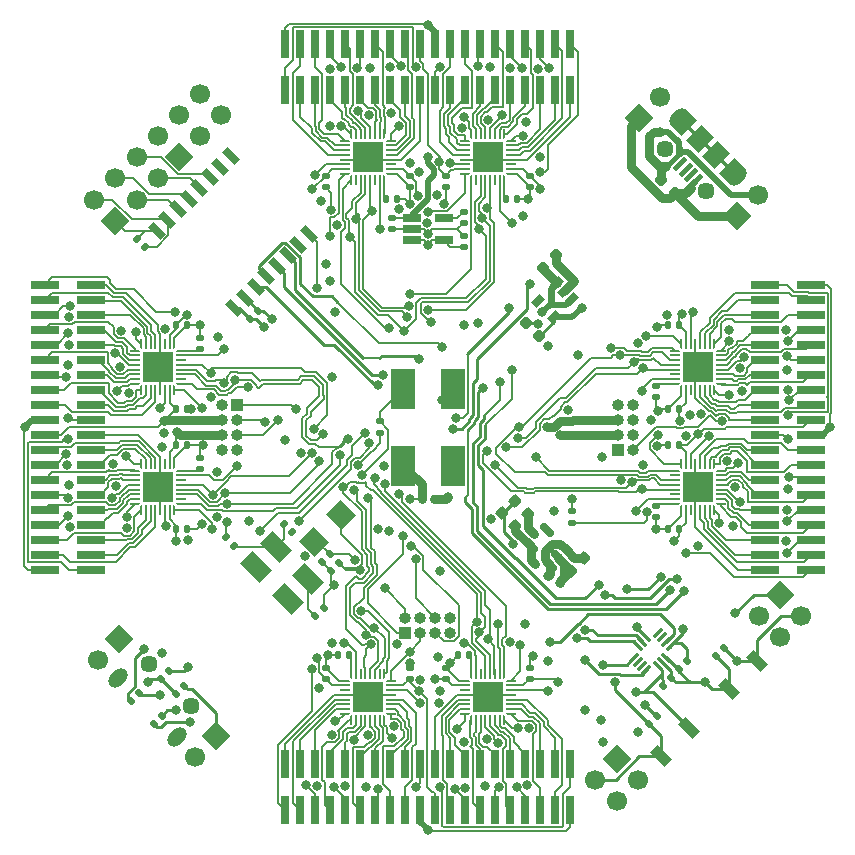
<source format=gbr>
G04 #@! TF.GenerationSoftware,KiCad,Pcbnew,5.99.0-unknown-243631a095~131~ubuntu18.04.1*
G04 #@! TF.CreationDate,2021-09-05T03:56:39+03:00*
G04 #@! TF.ProjectId,FreeEEG128-alpha,46726565-4545-4473-9132-382d616c7068,rev?*
G04 #@! TF.SameCoordinates,Original*
G04 #@! TF.FileFunction,Copper,L1,Top*
G04 #@! TF.FilePolarity,Positive*
%FSLAX46Y46*%
G04 Gerber Fmt 4.6, Leading zero omitted, Abs format (unit mm)*
G04 Created by KiCad (PCBNEW 5.99.0-unknown-243631a095~131~ubuntu18.04.1) date 2021-09-05 03:56:39*
%MOMM*%
%LPD*%
G01*
G04 APERTURE LIST*
G04 Aperture macros list*
%AMRoundRect*
0 Rectangle with rounded corners*
0 $1 Rounding radius*
0 $2 $3 $4 $5 $6 $7 $8 $9 X,Y pos of 4 corners*
0 Add a 4 corners polygon primitive as box body*
4,1,4,$2,$3,$4,$5,$6,$7,$8,$9,$2,$3,0*
0 Add four circle primitives for the rounded corners*
1,1,$1+$1,$2,$3*
1,1,$1+$1,$4,$5*
1,1,$1+$1,$6,$7*
1,1,$1+$1,$8,$9*
0 Add four rect primitives between the rounded corners*
20,1,$1+$1,$2,$3,$4,$5,0*
20,1,$1+$1,$4,$5,$6,$7,0*
20,1,$1+$1,$6,$7,$8,$9,0*
20,1,$1+$1,$8,$9,$2,$3,0*%
%AMHorizOval*
0 Thick line with rounded ends*
0 $1 width*
0 $2 $3 position (X,Y) of the first rounded end (center of the circle)*
0 $4 $5 position (X,Y) of the second rounded end (center of the circle)*
0 Add line between two ends*
20,1,$1,$2,$3,$4,$5,0*
0 Add two circle primitives to create the rounded ends*
1,1,$1,$2,$3*
1,1,$1,$4,$5*%
%AMRotRect*
0 Rectangle, with rotation*
0 The origin of the aperture is its center*
0 $1 length*
0 $2 width*
0 $3 Rotation angle, in degrees counterclockwise*
0 Add horizontal line*
21,1,$1,$2,0,0,$3*%
%AMFreePoly0*
4,1,15,0.314644,0.085355,0.385355,0.014645,0.385355,0.014644,0.400000,-0.020711,0.400000,-0.050000,0.385355,-0.085355,0.350000,-0.100000,-0.350000,-0.100000,-0.385355,-0.085355,-0.400000,-0.050000,-0.400000,0.050000,-0.385355,0.085355,-0.350000,0.100000,0.279289,0.100000,0.314644,0.085355,0.314644,0.085355,$1*%
%AMFreePoly1*
4,1,15,0.385355,0.085355,0.400000,0.050000,0.400000,0.020711,0.397487,0.014645,0.385355,-0.014645,0.314644,-0.085355,0.279289,-0.100000,-0.350000,-0.100000,-0.385355,-0.085355,-0.400000,-0.050000,-0.400000,0.050000,-0.385355,0.085355,-0.350000,0.100000,0.350000,0.100000,0.385355,0.085355,0.385355,0.085355,$1*%
%AMFreePoly2*
4,1,15,0.085355,0.385355,0.100000,0.350000,0.100000,-0.350000,0.085355,-0.385355,0.050000,-0.400000,-0.050000,-0.400000,-0.085355,-0.385355,-0.100000,-0.350000,-0.100000,0.279289,-0.085355,0.314644,-0.014645,0.385355,-0.004289,0.389644,0.020711,0.400000,0.050000,0.400000,0.085355,0.385355,0.085355,0.385355,$1*%
%AMFreePoly3*
4,1,15,0.014644,0.385355,0.085355,0.314645,0.085355,0.314644,0.100000,0.279289,0.100000,-0.350000,0.085355,-0.385355,0.050000,-0.400000,-0.050000,-0.400000,-0.085355,-0.385355,-0.100000,-0.350000,-0.100000,0.350000,-0.085355,0.385355,-0.050000,0.400000,-0.020711,0.400000,0.014644,0.385355,0.014644,0.385355,$1*%
%AMFreePoly4*
4,1,15,0.385355,0.085355,0.400000,0.050000,0.400000,-0.050000,0.385355,-0.085355,0.350000,-0.100000,-0.279289,-0.100000,-0.304289,-0.089644,-0.314645,-0.085355,-0.385355,-0.014644,-0.400000,0.020711,-0.400000,0.050000,-0.385355,0.085355,-0.350000,0.100000,0.350000,0.100000,0.385355,0.085355,0.385355,0.085355,$1*%
%AMFreePoly5*
4,1,15,0.385355,0.085355,0.400000,0.050000,0.400000,-0.050000,0.385355,-0.085355,0.350000,-0.100000,-0.350000,-0.100000,-0.385355,-0.085355,-0.400000,-0.050000,-0.400000,-0.020711,-0.385355,0.014644,-0.314645,0.085355,-0.304289,0.089644,-0.279289,0.100000,0.350000,0.100000,0.385355,0.085355,0.385355,0.085355,$1*%
%AMFreePoly6*
4,1,15,0.085355,0.385355,0.100000,0.350000,0.100000,-0.279289,0.091421,-0.300000,0.085355,-0.314645,0.014644,-0.385355,-0.020711,-0.400000,-0.050000,-0.400000,-0.085355,-0.385355,-0.100000,-0.350000,-0.100000,0.350000,-0.085355,0.385355,-0.050000,0.400000,0.050000,0.400000,0.085355,0.385355,0.085355,0.385355,$1*%
%AMFreePoly7*
4,1,15,0.085355,0.385355,0.100000,0.350000,0.100000,-0.350000,0.085355,-0.385355,0.050000,-0.400000,0.020711,-0.400000,-0.004289,-0.389644,-0.014645,-0.385355,-0.085355,-0.314644,-0.100000,-0.279289,-0.100000,0.350000,-0.085355,0.385355,-0.050000,0.400000,0.050000,0.400000,0.085355,0.385355,0.085355,0.385355,$1*%
G04 Aperture macros list end*
G04 #@! TA.AperFunction,ComponentPad*
%ADD10R,1.000000X1.000000*%
G04 #@! TD*
G04 #@! TA.AperFunction,ComponentPad*
%ADD11O,1.000000X1.000000*%
G04 #@! TD*
G04 #@! TA.AperFunction,SMDPad,CuDef*
%ADD12RotRect,1.075000X0.250000X45.000000*%
G04 #@! TD*
G04 #@! TA.AperFunction,SMDPad,CuDef*
%ADD13RotRect,0.250000X1.075000X45.000000*%
G04 #@! TD*
G04 #@! TA.AperFunction,SMDPad,CuDef*
%ADD14RoundRect,0.147500X-0.226274X-0.017678X-0.017678X-0.226274X0.226274X0.017678X0.017678X0.226274X0*%
G04 #@! TD*
G04 #@! TA.AperFunction,SMDPad,CuDef*
%ADD15RoundRect,0.147500X0.017678X-0.226274X0.226274X-0.017678X-0.017678X0.226274X-0.226274X0.017678X0*%
G04 #@! TD*
G04 #@! TA.AperFunction,SMDPad,CuDef*
%ADD16RoundRect,0.218750X0.026517X-0.335876X0.335876X-0.026517X-0.026517X0.335876X-0.335876X0.026517X0*%
G04 #@! TD*
G04 #@! TA.AperFunction,ComponentPad*
%ADD17RotRect,1.700000X1.700000X45.000000*%
G04 #@! TD*
G04 #@! TA.AperFunction,ComponentPad*
%ADD18HorizOval,1.700000X0.000000X0.000000X0.000000X0.000000X0*%
G04 #@! TD*
G04 #@! TA.AperFunction,SMDPad,CuDef*
%ADD19RoundRect,0.147500X-0.017678X0.226274X-0.226274X0.017678X0.017678X-0.226274X0.226274X-0.017678X0*%
G04 #@! TD*
G04 #@! TA.AperFunction,SMDPad,CuDef*
%ADD20RotRect,1.060000X0.650000X225.000000*%
G04 #@! TD*
G04 #@! TA.AperFunction,SMDPad,CuDef*
%ADD21RotRect,2.280000X1.500000X135.000000*%
G04 #@! TD*
G04 #@! TA.AperFunction,SMDPad,CuDef*
%ADD22RoundRect,0.147500X0.226274X0.017678X0.017678X0.226274X-0.226274X-0.017678X-0.017678X-0.226274X0*%
G04 #@! TD*
G04 #@! TA.AperFunction,SMDPad,CuDef*
%ADD23RoundRect,0.218750X-0.335876X-0.026517X-0.026517X-0.335876X0.335876X0.026517X0.026517X0.335876X0*%
G04 #@! TD*
G04 #@! TA.AperFunction,SMDPad,CuDef*
%ADD24RotRect,0.400000X1.350000X135.000000*%
G04 #@! TD*
G04 #@! TA.AperFunction,SMDPad,CuDef*
%ADD25RotRect,1.200000X1.900000X135.000000*%
G04 #@! TD*
G04 #@! TA.AperFunction,ComponentPad*
%ADD26C,1.450000*%
G04 #@! TD*
G04 #@! TA.AperFunction,ComponentPad*
%ADD27HorizOval,1.200000X-0.247487X-0.247487X0.247487X0.247487X0*%
G04 #@! TD*
G04 #@! TA.AperFunction,SMDPad,CuDef*
%ADD28RotRect,1.500000X1.900000X135.000000*%
G04 #@! TD*
G04 #@! TA.AperFunction,ComponentPad*
%ADD29HorizOval,1.200000X0.247487X0.247487X-0.247487X-0.247487X0*%
G04 #@! TD*
G04 #@! TA.AperFunction,SMDPad,CuDef*
%ADD30RotRect,0.900000X1.700000X225.000000*%
G04 #@! TD*
G04 #@! TA.AperFunction,SMDPad,CuDef*
%ADD31RotRect,1.750000X1.800000X225.000000*%
G04 #@! TD*
G04 #@! TA.AperFunction,ComponentPad*
%ADD32RotRect,1.700000X1.700000X225.000000*%
G04 #@! TD*
G04 #@! TA.AperFunction,ComponentPad*
%ADD33HorizOval,1.700000X0.000000X0.000000X0.000000X0.000000X0*%
G04 #@! TD*
G04 #@! TA.AperFunction,SMDPad,CuDef*
%ADD34R,2.000000X3.500000*%
G04 #@! TD*
G04 #@! TA.AperFunction,SMDPad,CuDef*
%ADD35RotRect,0.900000X1.700000X45.000000*%
G04 #@! TD*
G04 #@! TA.AperFunction,SMDPad,CuDef*
%ADD36RoundRect,0.218750X0.335876X0.026517X0.026517X0.335876X-0.335876X-0.026517X-0.026517X-0.335876X0*%
G04 #@! TD*
G04 #@! TA.AperFunction,ComponentPad*
%ADD37RotRect,1.700000X1.700000X315.000000*%
G04 #@! TD*
G04 #@! TA.AperFunction,ComponentPad*
%ADD38HorizOval,1.700000X0.000000X0.000000X0.000000X0.000000X0*%
G04 #@! TD*
G04 #@! TA.AperFunction,SMDPad,CuDef*
%ADD39RotRect,1.500000X0.600000X135.000000*%
G04 #@! TD*
G04 #@! TA.AperFunction,ComponentPad*
%ADD40RotRect,1.700000X1.700000X135.000000*%
G04 #@! TD*
G04 #@! TA.AperFunction,ComponentPad*
%ADD41HorizOval,1.700000X0.000000X0.000000X0.000000X0.000000X0*%
G04 #@! TD*
G04 #@! TA.AperFunction,SMDPad,CuDef*
%ADD42RoundRect,0.140000X-0.170000X0.140000X-0.170000X-0.140000X0.170000X-0.140000X0.170000X0.140000X0*%
G04 #@! TD*
G04 #@! TA.AperFunction,SMDPad,CuDef*
%ADD43RoundRect,0.140000X0.140000X0.170000X-0.140000X0.170000X-0.140000X-0.170000X0.140000X-0.170000X0*%
G04 #@! TD*
G04 #@! TA.AperFunction,SMDPad,CuDef*
%ADD44RoundRect,0.140000X-0.140000X-0.170000X0.140000X-0.170000X0.140000X0.170000X-0.140000X0.170000X0*%
G04 #@! TD*
G04 #@! TA.AperFunction,SMDPad,CuDef*
%ADD45FreePoly0,180.000000*%
G04 #@! TD*
G04 #@! TA.AperFunction,SMDPad,CuDef*
%ADD46RoundRect,0.050000X0.350000X0.050000X-0.350000X0.050000X-0.350000X-0.050000X0.350000X-0.050000X0*%
G04 #@! TD*
G04 #@! TA.AperFunction,SMDPad,CuDef*
%ADD47FreePoly1,180.000000*%
G04 #@! TD*
G04 #@! TA.AperFunction,SMDPad,CuDef*
%ADD48FreePoly2,180.000000*%
G04 #@! TD*
G04 #@! TA.AperFunction,SMDPad,CuDef*
%ADD49RoundRect,0.050000X0.050000X0.350000X-0.050000X0.350000X-0.050000X-0.350000X0.050000X-0.350000X0*%
G04 #@! TD*
G04 #@! TA.AperFunction,SMDPad,CuDef*
%ADD50FreePoly3,180.000000*%
G04 #@! TD*
G04 #@! TA.AperFunction,SMDPad,CuDef*
%ADD51FreePoly4,180.000000*%
G04 #@! TD*
G04 #@! TA.AperFunction,SMDPad,CuDef*
%ADD52FreePoly5,180.000000*%
G04 #@! TD*
G04 #@! TA.AperFunction,SMDPad,CuDef*
%ADD53FreePoly6,180.000000*%
G04 #@! TD*
G04 #@! TA.AperFunction,SMDPad,CuDef*
%ADD54FreePoly7,180.000000*%
G04 #@! TD*
G04 #@! TA.AperFunction,ComponentPad*
%ADD55C,0.500000*%
G04 #@! TD*
G04 #@! TA.AperFunction,SMDPad,CuDef*
%ADD56R,2.650000X2.650000*%
G04 #@! TD*
G04 #@! TA.AperFunction,SMDPad,CuDef*
%ADD57RoundRect,0.140000X0.170000X-0.140000X0.170000X0.140000X-0.170000X0.140000X-0.170000X-0.140000X0*%
G04 #@! TD*
G04 #@! TA.AperFunction,SMDPad,CuDef*
%ADD58R,2.400000X0.740000*%
G04 #@! TD*
G04 #@! TA.AperFunction,SMDPad,CuDef*
%ADD59FreePoly0,270.000000*%
G04 #@! TD*
G04 #@! TA.AperFunction,SMDPad,CuDef*
%ADD60RoundRect,0.050000X-0.050000X0.350000X-0.050000X-0.350000X0.050000X-0.350000X0.050000X0.350000X0*%
G04 #@! TD*
G04 #@! TA.AperFunction,SMDPad,CuDef*
%ADD61FreePoly1,270.000000*%
G04 #@! TD*
G04 #@! TA.AperFunction,SMDPad,CuDef*
%ADD62FreePoly2,270.000000*%
G04 #@! TD*
G04 #@! TA.AperFunction,SMDPad,CuDef*
%ADD63RoundRect,0.050000X-0.350000X0.050000X-0.350000X-0.050000X0.350000X-0.050000X0.350000X0.050000X0*%
G04 #@! TD*
G04 #@! TA.AperFunction,SMDPad,CuDef*
%ADD64FreePoly3,270.000000*%
G04 #@! TD*
G04 #@! TA.AperFunction,SMDPad,CuDef*
%ADD65FreePoly4,270.000000*%
G04 #@! TD*
G04 #@! TA.AperFunction,SMDPad,CuDef*
%ADD66FreePoly5,270.000000*%
G04 #@! TD*
G04 #@! TA.AperFunction,SMDPad,CuDef*
%ADD67FreePoly6,270.000000*%
G04 #@! TD*
G04 #@! TA.AperFunction,SMDPad,CuDef*
%ADD68FreePoly7,270.000000*%
G04 #@! TD*
G04 #@! TA.AperFunction,SMDPad,CuDef*
%ADD69RoundRect,0.135000X-0.185000X0.135000X-0.185000X-0.135000X0.185000X-0.135000X0.185000X0.135000X0*%
G04 #@! TD*
G04 #@! TA.AperFunction,SMDPad,CuDef*
%ADD70RoundRect,0.225000X0.335876X0.017678X0.017678X0.335876X-0.335876X-0.017678X-0.017678X-0.335876X0*%
G04 #@! TD*
G04 #@! TA.AperFunction,SMDPad,CuDef*
%ADD71FreePoly0,0.000000*%
G04 #@! TD*
G04 #@! TA.AperFunction,SMDPad,CuDef*
%ADD72RoundRect,0.050000X-0.350000X-0.050000X0.350000X-0.050000X0.350000X0.050000X-0.350000X0.050000X0*%
G04 #@! TD*
G04 #@! TA.AperFunction,SMDPad,CuDef*
%ADD73FreePoly1,0.000000*%
G04 #@! TD*
G04 #@! TA.AperFunction,SMDPad,CuDef*
%ADD74FreePoly2,0.000000*%
G04 #@! TD*
G04 #@! TA.AperFunction,SMDPad,CuDef*
%ADD75RoundRect,0.050000X-0.050000X-0.350000X0.050000X-0.350000X0.050000X0.350000X-0.050000X0.350000X0*%
G04 #@! TD*
G04 #@! TA.AperFunction,SMDPad,CuDef*
%ADD76FreePoly3,0.000000*%
G04 #@! TD*
G04 #@! TA.AperFunction,SMDPad,CuDef*
%ADD77FreePoly4,0.000000*%
G04 #@! TD*
G04 #@! TA.AperFunction,SMDPad,CuDef*
%ADD78FreePoly5,0.000000*%
G04 #@! TD*
G04 #@! TA.AperFunction,SMDPad,CuDef*
%ADD79FreePoly6,0.000000*%
G04 #@! TD*
G04 #@! TA.AperFunction,SMDPad,CuDef*
%ADD80FreePoly7,0.000000*%
G04 #@! TD*
G04 #@! TA.AperFunction,SMDPad,CuDef*
%ADD81R,1.560000X0.650000*%
G04 #@! TD*
G04 #@! TA.AperFunction,SMDPad,CuDef*
%ADD82FreePoly0,90.000000*%
G04 #@! TD*
G04 #@! TA.AperFunction,SMDPad,CuDef*
%ADD83RoundRect,0.050000X0.050000X-0.350000X0.050000X0.350000X-0.050000X0.350000X-0.050000X-0.350000X0*%
G04 #@! TD*
G04 #@! TA.AperFunction,SMDPad,CuDef*
%ADD84FreePoly1,90.000000*%
G04 #@! TD*
G04 #@! TA.AperFunction,SMDPad,CuDef*
%ADD85FreePoly2,90.000000*%
G04 #@! TD*
G04 #@! TA.AperFunction,SMDPad,CuDef*
%ADD86RoundRect,0.050000X0.350000X-0.050000X0.350000X0.050000X-0.350000X0.050000X-0.350000X-0.050000X0*%
G04 #@! TD*
G04 #@! TA.AperFunction,SMDPad,CuDef*
%ADD87FreePoly3,90.000000*%
G04 #@! TD*
G04 #@! TA.AperFunction,SMDPad,CuDef*
%ADD88FreePoly4,90.000000*%
G04 #@! TD*
G04 #@! TA.AperFunction,SMDPad,CuDef*
%ADD89FreePoly5,90.000000*%
G04 #@! TD*
G04 #@! TA.AperFunction,SMDPad,CuDef*
%ADD90FreePoly6,90.000000*%
G04 #@! TD*
G04 #@! TA.AperFunction,SMDPad,CuDef*
%ADD91FreePoly7,90.000000*%
G04 #@! TD*
G04 #@! TA.AperFunction,SMDPad,CuDef*
%ADD92RoundRect,0.225000X-0.017678X0.335876X-0.335876X0.017678X0.017678X-0.335876X0.335876X-0.017678X0*%
G04 #@! TD*
G04 #@! TA.AperFunction,SMDPad,CuDef*
%ADD93RoundRect,0.150000X0.468458X-0.256326X-0.256326X0.468458X-0.468458X0.256326X0.256326X-0.468458X0*%
G04 #@! TD*
G04 #@! TA.AperFunction,SMDPad,CuDef*
%ADD94R,0.740000X2.400000*%
G04 #@! TD*
G04 #@! TA.AperFunction,SMDPad,CuDef*
%ADD95RoundRect,0.135000X0.135000X0.185000X-0.135000X0.185000X-0.135000X-0.185000X0.135000X-0.185000X0*%
G04 #@! TD*
G04 #@! TA.AperFunction,SMDPad,CuDef*
%ADD96R,2.200000X2.200000*%
G04 #@! TD*
G04 #@! TA.AperFunction,ViaPad*
%ADD97C,0.800000*%
G04 #@! TD*
G04 #@! TA.AperFunction,Conductor*
%ADD98C,0.200000*%
G04 #@! TD*
G04 #@! TA.AperFunction,Conductor*
%ADD99C,0.250000*%
G04 #@! TD*
G04 #@! TA.AperFunction,Conductor*
%ADD100C,0.500000*%
G04 #@! TD*
G04 #@! TA.AperFunction,Conductor*
%ADD101C,0.750000*%
G04 #@! TD*
G04 APERTURE END LIST*
D10*
X-16119000Y1900000D03*
D11*
X-17389000Y1900000D03*
X-16119000Y630000D03*
X-17389000Y630000D03*
X-16119000Y-640000D03*
X-17389000Y-640000D03*
X-16119000Y-1910000D03*
X-17389000Y-1910000D03*
D10*
X16119000Y-1900000D03*
D11*
X17389000Y-1900000D03*
X16119000Y-630000D03*
X17389000Y-630000D03*
X16119000Y640000D03*
X17389000Y640000D03*
X16119000Y1910000D03*
X17389000Y1910000D03*
D12*
X17431002Y-19506752D03*
X17784556Y-19860305D03*
X18138109Y-20213858D03*
X18491662Y-20567412D03*
D13*
X19499290Y-20213858D03*
X19852843Y-19860305D03*
X20206396Y-19506752D03*
D12*
X20559950Y-18499124D03*
X20206396Y-18145571D03*
X19852843Y-17792018D03*
X19499290Y-17438464D03*
D13*
X18491662Y-17792018D03*
X18138109Y-18145571D03*
X17784556Y-18499124D03*
D14*
X-24599947Y15963947D03*
X-23914053Y15278053D03*
D15*
X-9512347Y-16014747D03*
X-8826453Y-15328853D03*
D16*
X9730153Y13463953D03*
X10843847Y14577647D03*
D15*
X18707053Y-25107947D03*
X19392947Y-24422053D03*
X-23202947Y-25107947D03*
X-22517053Y-24422053D03*
D17*
X17888949Y26143949D03*
D18*
X19685000Y27940000D03*
D19*
X-21882053Y-20612053D03*
X-22567947Y-21297947D03*
X-7505653Y-11493453D03*
X-8191547Y-12179347D03*
D20*
X12244569Y10887094D03*
X11572817Y11558845D03*
X10901066Y12230597D03*
X9345431Y10674962D03*
X10688934Y9331459D03*
D15*
X24422053Y-19392947D03*
X25107947Y-18707053D03*
D21*
X-10126969Y-12813975D03*
X-12813975Y-10126969D03*
X-14511031Y-11824025D03*
X-11824025Y-14511031D03*
D22*
X-16421053Y-10020347D03*
X-17106947Y-9334453D03*
D23*
X19788553Y20953047D03*
X20902247Y19839353D03*
D24*
X22745095Y20887874D03*
X22285476Y21347493D03*
X21825856Y21807112D03*
X21366237Y22266732D03*
X20906618Y22726351D03*
D25*
X21684435Y25766910D03*
D26*
X23593623Y20039345D03*
D27*
X26209918Y21241427D03*
D28*
X23027938Y24423407D03*
D26*
X20058089Y23574879D03*
D28*
X24442151Y23009194D03*
D25*
X25785654Y21665691D03*
D29*
X21260171Y26191174D03*
D17*
X26143949Y17888949D03*
D18*
X27940000Y19685000D03*
D30*
X22157082Y-25467918D03*
X19752918Y-27872082D03*
D31*
X-7340600Y-7391400D03*
X-9638698Y-9689498D03*
D32*
X-17888949Y-26143949D03*
D33*
X-19685000Y-27940000D03*
D34*
X2100000Y-3250000D03*
X2100000Y3250000D03*
X-2100000Y3250000D03*
X-2100000Y-3250000D03*
D19*
X-20612053Y-21882053D03*
X-21297947Y-22567947D03*
D15*
X19922529Y-21885885D03*
X20608423Y-21199991D03*
D19*
X-8267653Y-10756853D03*
X-8953547Y-11442747D03*
D32*
X-26143949Y-17888949D03*
D33*
X-27940000Y-19685000D03*
D35*
X25467918Y-22157082D03*
X27872082Y-19752918D03*
D19*
X21983747Y-19824653D03*
X21297853Y-20510547D03*
D22*
X-11468053Y-8851947D03*
X-12153947Y-8166053D03*
D36*
X9446847Y7684181D03*
X8333153Y8797875D03*
D37*
X15983949Y-28048949D03*
D38*
X17780000Y-29845000D03*
X14187898Y-29845000D03*
X15983949Y-31641051D03*
D15*
X-25107947Y-23202947D03*
X-24422053Y-22517053D03*
D39*
X-16365043Y10078864D03*
X-15467017Y10976889D03*
X-14568992Y11874915D03*
X-13670966Y12772941D03*
X-12772941Y13670966D03*
X-11874915Y14568992D03*
X-10976889Y15467017D03*
X-10078864Y16365043D03*
X-16654957Y22941136D03*
X-17552983Y22043111D03*
X-18451008Y21145085D03*
X-19349034Y20247059D03*
X-20247059Y19349034D03*
X-21145085Y18451008D03*
X-22043111Y17552983D03*
X-22941136Y16654957D03*
D15*
X-15074947Y9182053D03*
X-14389053Y9867947D03*
D40*
X-21063949Y22860000D03*
D41*
X-22860000Y24656051D03*
X-19267898Y24656051D03*
X-21063949Y26452102D03*
X-17471847Y26452102D03*
X-19267898Y28248154D03*
D37*
X29845000Y-14187898D03*
D38*
X31641051Y-15983949D03*
X28048949Y-15983949D03*
X29845000Y-17780000D03*
D40*
X-26452102Y17471846D03*
D41*
X-28248153Y19267897D03*
X-24656051Y19267897D03*
X-26452102Y21063948D03*
X-22860000Y21063948D03*
X-24656051Y22860000D03*
D42*
X19304000Y-6632000D03*
X19304000Y-7592000D03*
D43*
X3528000Y-19304000D03*
X2568000Y-19304000D03*
X21308000Y1524000D03*
X20348000Y1524000D03*
X21308000Y-8636000D03*
X20348000Y-8636000D03*
D44*
X-21308000Y-1524000D03*
X-20348000Y-1524000D03*
D45*
X24810000Y3680000D03*
D46*
X24810000Y4080000D03*
X24810000Y4480000D03*
X24810000Y4880000D03*
X24810000Y5280000D03*
X24810000Y5680000D03*
X24810000Y6080000D03*
D47*
X24810000Y6480000D03*
D48*
X24260000Y7030000D03*
D49*
X23860000Y7030000D03*
X23460000Y7030000D03*
X23060000Y7030000D03*
X22660000Y7030000D03*
X22260000Y7030000D03*
X21860000Y7030000D03*
D50*
X21460000Y7030000D03*
D51*
X20910000Y6480000D03*
D46*
X20910000Y6080000D03*
X20910000Y5680000D03*
X20910000Y5280000D03*
X20910000Y4880000D03*
X20910000Y4480000D03*
X20910000Y4080000D03*
D52*
X20910000Y3680000D03*
D53*
X21460000Y3130000D03*
D49*
X21860000Y3130000D03*
X22260000Y3130000D03*
X22660000Y3130000D03*
X23060000Y3130000D03*
X23460000Y3130000D03*
X23860000Y3130000D03*
D54*
X24260000Y3130000D03*
D55*
X22860000Y5080000D03*
X22010000Y5930000D03*
X22010000Y4230000D03*
X22860000Y5930000D03*
X22010000Y5080000D03*
X23710000Y4230000D03*
X23710000Y5080000D03*
X22860000Y4230000D03*
X23710000Y5930000D03*
D56*
X22860000Y5080000D03*
D57*
X-19304000Y-3528000D03*
X-19304000Y-2568000D03*
D58*
X28530000Y12065000D03*
X32430000Y12065000D03*
X28530000Y10795000D03*
X32430000Y10795000D03*
X28530000Y9525000D03*
X32430000Y9525000D03*
X28530000Y8255000D03*
X32430000Y8255000D03*
X28530000Y6985000D03*
X32430000Y6985000D03*
X28530000Y5715000D03*
X32430000Y5715000D03*
X28530000Y4445000D03*
X32430000Y4445000D03*
X28530000Y3175000D03*
X32430000Y3175000D03*
X28530000Y1905000D03*
X32430000Y1905000D03*
X28530000Y635000D03*
X32430000Y635000D03*
X28530000Y-635000D03*
X32430000Y-635000D03*
X28530000Y-1905000D03*
X32430000Y-1905000D03*
X28530000Y-3175000D03*
X32430000Y-3175000D03*
X28530000Y-4445000D03*
X32430000Y-4445000D03*
X28530000Y-5715000D03*
X32430000Y-5715000D03*
X28530000Y-6985000D03*
X32430000Y-6985000D03*
X28530000Y-8255000D03*
X32430000Y-8255000D03*
X28530000Y-9525000D03*
X32430000Y-9525000D03*
X28530000Y-10795000D03*
X32430000Y-10795000D03*
X28530000Y-12065000D03*
X32430000Y-12065000D03*
D44*
X6632000Y19304000D03*
X7592000Y19304000D03*
X-21308000Y1524000D03*
X-20348000Y1524000D03*
X-21308000Y8636000D03*
X-20348000Y8636000D03*
D59*
X-3680000Y24810000D03*
D60*
X-4080000Y24810000D03*
X-4480000Y24810000D03*
X-4880000Y24810000D03*
X-5280000Y24810000D03*
X-5680000Y24810000D03*
X-6080000Y24810000D03*
D61*
X-6480000Y24810000D03*
D62*
X-7030000Y24260000D03*
D63*
X-7030000Y23860000D03*
X-7030000Y23460000D03*
X-7030000Y23060000D03*
X-7030000Y22660000D03*
X-7030000Y22260000D03*
X-7030000Y21860000D03*
D64*
X-7030000Y21460000D03*
D65*
X-6480000Y20910000D03*
D60*
X-6080000Y20910000D03*
X-5680000Y20910000D03*
X-5280000Y20910000D03*
X-4880000Y20910000D03*
X-4480000Y20910000D03*
X-4080000Y20910000D03*
D66*
X-3680000Y20910000D03*
D67*
X-3130000Y21460000D03*
D63*
X-3130000Y21860000D03*
X-3130000Y22260000D03*
X-3130000Y22660000D03*
X-3130000Y23060000D03*
X-3130000Y23460000D03*
X-3130000Y23860000D03*
D68*
X-3130000Y24260000D03*
D55*
X-5080000Y22010000D03*
X-5930000Y23710000D03*
X-5930000Y22860000D03*
X-5080000Y22860000D03*
D56*
X-5080000Y22860000D03*
D55*
X-4230000Y23710000D03*
X-5930000Y22010000D03*
X-4230000Y22010000D03*
X-5080000Y23710000D03*
X-4230000Y22860000D03*
D44*
X-3528000Y19304000D03*
X-2568000Y19304000D03*
D10*
X-1900000Y-17389000D03*
D11*
X-1900000Y-16119000D03*
X-630000Y-17389000D03*
X-630000Y-16119000D03*
X640000Y-17389000D03*
X640000Y-16119000D03*
X1910000Y-17389000D03*
X1910000Y-16119000D03*
D58*
X-28530000Y-12065000D03*
X-32430000Y-12065000D03*
X-28530000Y-10795000D03*
X-32430000Y-10795000D03*
X-28530000Y-9525000D03*
X-32430000Y-9525000D03*
X-28530000Y-8255000D03*
X-32430000Y-8255000D03*
X-28530000Y-6985000D03*
X-32430000Y-6985000D03*
X-28530000Y-5715000D03*
X-32430000Y-5715000D03*
X-28530000Y-4445000D03*
X-32430000Y-4445000D03*
X-28530000Y-3175000D03*
X-32430000Y-3175000D03*
X-28530000Y-1905000D03*
X-32430000Y-1905000D03*
X-28530000Y-635000D03*
X-32430000Y-635000D03*
X-28530000Y635000D03*
X-32430000Y635000D03*
X-28530000Y1905000D03*
X-32430000Y1905000D03*
X-28530000Y3175000D03*
X-32430000Y3175000D03*
X-28530000Y4445000D03*
X-32430000Y4445000D03*
X-28530000Y5715000D03*
X-32430000Y5715000D03*
X-28530000Y6985000D03*
X-32430000Y6985000D03*
X-28530000Y8255000D03*
X-32430000Y8255000D03*
X-28530000Y9525000D03*
X-32430000Y9525000D03*
X-28530000Y10795000D03*
X-32430000Y10795000D03*
X-28530000Y12065000D03*
X-32430000Y12065000D03*
D42*
X3048000Y18260000D03*
X3048000Y17300000D03*
X-8636000Y21308000D03*
X-8636000Y20348000D03*
D69*
X-4064000Y510000D03*
X-4064000Y-510000D03*
D57*
X-1524000Y-21308000D03*
X-1524000Y-20348000D03*
X1524000Y-21308000D03*
X1524000Y-20348000D03*
D42*
X8636000Y21308000D03*
X8636000Y20348000D03*
X19304000Y3528000D03*
X19304000Y2568000D03*
X-1524000Y21308000D03*
X-1524000Y20348000D03*
D45*
X24810000Y-6480000D03*
D46*
X24810000Y-6080000D03*
X24810000Y-5680000D03*
X24810000Y-5280000D03*
X24810000Y-4880000D03*
X24810000Y-4480000D03*
X24810000Y-4080000D03*
D47*
X24810000Y-3680000D03*
D48*
X24260000Y-3130000D03*
D49*
X23860000Y-3130000D03*
X23460000Y-3130000D03*
X23060000Y-3130000D03*
X22660000Y-3130000D03*
X22260000Y-3130000D03*
X21860000Y-3130000D03*
D50*
X21460000Y-3130000D03*
D51*
X20910000Y-3680000D03*
D46*
X20910000Y-4080000D03*
X20910000Y-4480000D03*
X20910000Y-4880000D03*
X20910000Y-5280000D03*
X20910000Y-5680000D03*
X20910000Y-6080000D03*
D52*
X20910000Y-6480000D03*
D53*
X21460000Y-7030000D03*
D49*
X21860000Y-7030000D03*
X22260000Y-7030000D03*
X22660000Y-7030000D03*
X23060000Y-7030000D03*
X23460000Y-7030000D03*
X23860000Y-7030000D03*
D54*
X24260000Y-7030000D03*
D55*
X23710000Y-5080000D03*
X22010000Y-5930000D03*
X22860000Y-4230000D03*
D56*
X22860000Y-5080000D03*
D55*
X23710000Y-4230000D03*
X22860000Y-5930000D03*
X23710000Y-5930000D03*
X22010000Y-4230000D03*
X22010000Y-5080000D03*
X22860000Y-5080000D03*
D57*
X-19304000Y6632000D03*
X-19304000Y7592000D03*
D70*
X7406008Y-8396608D03*
X6309992Y-7300592D03*
D71*
X-24810000Y-3680000D03*
D72*
X-24810000Y-4080000D03*
X-24810000Y-4480000D03*
X-24810000Y-4880000D03*
X-24810000Y-5280000D03*
X-24810000Y-5680000D03*
X-24810000Y-6080000D03*
D73*
X-24810000Y-6480000D03*
D74*
X-24260000Y-7030000D03*
D75*
X-23860000Y-7030000D03*
X-23460000Y-7030000D03*
X-23060000Y-7030000D03*
X-22660000Y-7030000D03*
X-22260000Y-7030000D03*
X-21860000Y-7030000D03*
D76*
X-21460000Y-7030000D03*
D77*
X-20910000Y-6480000D03*
D72*
X-20910000Y-6080000D03*
X-20910000Y-5680000D03*
X-20910000Y-5280000D03*
X-20910000Y-4880000D03*
X-20910000Y-4480000D03*
X-20910000Y-4080000D03*
D78*
X-20910000Y-3680000D03*
D79*
X-21460000Y-3130000D03*
D75*
X-21860000Y-3130000D03*
X-22260000Y-3130000D03*
X-22660000Y-3130000D03*
X-23060000Y-3130000D03*
X-23460000Y-3130000D03*
X-23860000Y-3130000D03*
D80*
X-24260000Y-3130000D03*
D55*
X-23710000Y-4230000D03*
X-22010000Y-4230000D03*
X-22860000Y-4230000D03*
X-22860000Y-5930000D03*
X-22860000Y-5080000D03*
X-23710000Y-5080000D03*
D56*
X-22860000Y-5080000D03*
D55*
X-23710000Y-5930000D03*
X-22010000Y-5930000D03*
X-22010000Y-5080000D03*
D57*
X3048000Y15268000D03*
X3048000Y16228000D03*
D44*
X-21308000Y-8636000D03*
X-20348000Y-8636000D03*
D81*
X-1350000Y17714000D03*
X-1350000Y16764000D03*
X-1350000Y15814000D03*
X1350000Y15814000D03*
X1350000Y17714000D03*
D57*
X-8636000Y-21308000D03*
X-8636000Y-20348000D03*
D82*
X-6480000Y-24810000D03*
D83*
X-6080000Y-24810000D03*
X-5680000Y-24810000D03*
X-5280000Y-24810000D03*
X-4880000Y-24810000D03*
X-4480000Y-24810000D03*
X-4080000Y-24810000D03*
D84*
X-3680000Y-24810000D03*
D85*
X-3130000Y-24260000D03*
D86*
X-3130000Y-23860000D03*
X-3130000Y-23460000D03*
X-3130000Y-23060000D03*
X-3130000Y-22660000D03*
X-3130000Y-22260000D03*
X-3130000Y-21860000D03*
D87*
X-3130000Y-21460000D03*
D88*
X-3680000Y-20910000D03*
D83*
X-4080000Y-20910000D03*
X-4480000Y-20910000D03*
X-4880000Y-20910000D03*
X-5280000Y-20910000D03*
X-5680000Y-20910000D03*
X-6080000Y-20910000D03*
D89*
X-6480000Y-20910000D03*
D90*
X-7030000Y-21460000D03*
D86*
X-7030000Y-21860000D03*
X-7030000Y-22260000D03*
X-7030000Y-22660000D03*
X-7030000Y-23060000D03*
X-7030000Y-23460000D03*
X-7030000Y-23860000D03*
D91*
X-7030000Y-24260000D03*
D55*
X-5930000Y-22010000D03*
X-5080000Y-22860000D03*
X-4230000Y-23710000D03*
X-4230000Y-22010000D03*
X-5930000Y-22860000D03*
X-4230000Y-22860000D03*
X-5930000Y-23710000D03*
D56*
X-5080000Y-22860000D03*
D55*
X-5080000Y-22010000D03*
X-5080000Y-23710000D03*
D92*
X13197208Y-11059792D03*
X12101192Y-12155808D03*
D69*
X12192000Y-7110000D03*
X12192000Y-8130000D03*
D93*
X10343383Y-11686885D03*
X11015134Y-11015134D03*
X11686885Y-10343383D03*
X10078217Y-8734715D03*
X8734715Y-10078217D03*
D43*
X-6632000Y-19304000D03*
X-7592000Y-19304000D03*
D94*
X12065000Y-28530000D03*
X12065000Y-32430000D03*
X10795000Y-28530000D03*
X10795000Y-32430000D03*
X9525000Y-28530000D03*
X9525000Y-32430000D03*
X8255000Y-28530000D03*
X8255000Y-32430000D03*
X6985000Y-28530000D03*
X6985000Y-32430000D03*
X5715000Y-28530000D03*
X5715000Y-32430000D03*
X4445000Y-28530000D03*
X4445000Y-32430000D03*
X3175000Y-28530000D03*
X3175000Y-32430000D03*
X1905000Y-28530000D03*
X1905000Y-32430000D03*
X635000Y-28530000D03*
X635000Y-32430000D03*
X-635000Y-28530000D03*
X-635000Y-32430000D03*
X-1905000Y-28530000D03*
X-1905000Y-32430000D03*
X-3175000Y-28530000D03*
X-3175000Y-32430000D03*
X-4445000Y-28530000D03*
X-4445000Y-32430000D03*
X-5715000Y-28530000D03*
X-5715000Y-32430000D03*
X-6985000Y-28530000D03*
X-6985000Y-32430000D03*
X-8255000Y-28530000D03*
X-8255000Y-32430000D03*
X-9525000Y-28530000D03*
X-9525000Y-32430000D03*
X-10795000Y-28530000D03*
X-10795000Y-32430000D03*
X-12065000Y-28530000D03*
X-12065000Y-32430000D03*
D57*
X8636000Y-21308000D03*
X8636000Y-20348000D03*
D43*
X21308000Y8636000D03*
X20348000Y8636000D03*
D94*
X-12065000Y28530000D03*
X-12065000Y32430000D03*
X-10795000Y28530000D03*
X-10795000Y32430000D03*
X-9525000Y28530000D03*
X-9525000Y32430000D03*
X-8255000Y28530000D03*
X-8255000Y32430000D03*
X-6985000Y28530000D03*
X-6985000Y32430000D03*
X-5715000Y28530000D03*
X-5715000Y32430000D03*
X-4445000Y28530000D03*
X-4445000Y32430000D03*
X-3175000Y28530000D03*
X-3175000Y32430000D03*
X-1905000Y28530000D03*
X-1905000Y32430000D03*
X-635000Y28530000D03*
X-635000Y32430000D03*
X635000Y28530000D03*
X635000Y32430000D03*
X1905000Y28530000D03*
X1905000Y32430000D03*
X3175000Y28530000D03*
X3175000Y32430000D03*
X4445000Y28530000D03*
X4445000Y32430000D03*
X5715000Y28530000D03*
X5715000Y32430000D03*
X6985000Y28530000D03*
X6985000Y32430000D03*
X8255000Y28530000D03*
X8255000Y32430000D03*
X9525000Y28530000D03*
X9525000Y32430000D03*
X10795000Y28530000D03*
X10795000Y32430000D03*
X12065000Y28530000D03*
X12065000Y32430000D03*
D71*
X-24810000Y6480000D03*
D72*
X-24810000Y6080000D03*
X-24810000Y5680000D03*
X-24810000Y5280000D03*
X-24810000Y4880000D03*
X-24810000Y4480000D03*
X-24810000Y4080000D03*
D73*
X-24810000Y3680000D03*
D74*
X-24260000Y3130000D03*
D75*
X-23860000Y3130000D03*
X-23460000Y3130000D03*
X-23060000Y3130000D03*
X-22660000Y3130000D03*
X-22260000Y3130000D03*
X-21860000Y3130000D03*
D76*
X-21460000Y3130000D03*
D77*
X-20910000Y3680000D03*
D72*
X-20910000Y4080000D03*
X-20910000Y4480000D03*
X-20910000Y4880000D03*
X-20910000Y5280000D03*
X-20910000Y5680000D03*
X-20910000Y6080000D03*
D78*
X-20910000Y6480000D03*
D79*
X-21460000Y7030000D03*
D75*
X-21860000Y7030000D03*
X-22260000Y7030000D03*
X-22660000Y7030000D03*
X-23060000Y7030000D03*
X-23460000Y7030000D03*
X-23860000Y7030000D03*
D80*
X-24260000Y7030000D03*
D55*
X-22860000Y5930000D03*
X-22860000Y5080000D03*
X-22860000Y4230000D03*
X-22010000Y5080000D03*
X-23710000Y5080000D03*
X-22010000Y5930000D03*
D56*
X-22860000Y5080000D03*
D55*
X-23710000Y5930000D03*
X-22010000Y4230000D03*
X-23710000Y4230000D03*
D42*
X1524000Y21308000D03*
X1524000Y20348000D03*
X-3048000Y17752000D03*
X-3048000Y16792000D03*
D59*
X6480000Y24810000D03*
D60*
X6080000Y24810000D03*
X5680000Y24810000D03*
X5280000Y24810000D03*
X4880000Y24810000D03*
X4480000Y24810000D03*
X4080000Y24810000D03*
D61*
X3680000Y24810000D03*
D62*
X3130000Y24260000D03*
D63*
X3130000Y23860000D03*
X3130000Y23460000D03*
X3130000Y23060000D03*
X3130000Y22660000D03*
X3130000Y22260000D03*
X3130000Y21860000D03*
D64*
X3130000Y21460000D03*
D65*
X3680000Y20910000D03*
D60*
X4080000Y20910000D03*
X4480000Y20910000D03*
X4880000Y20910000D03*
X5280000Y20910000D03*
X5680000Y20910000D03*
X6080000Y20910000D03*
D66*
X6480000Y20910000D03*
D67*
X7030000Y21460000D03*
D63*
X7030000Y21860000D03*
X7030000Y22260000D03*
X7030000Y22660000D03*
X7030000Y23060000D03*
X7030000Y23460000D03*
X7030000Y23860000D03*
D68*
X7030000Y24260000D03*
D55*
X5080000Y22860000D03*
X5930000Y22860000D03*
X4230000Y22860000D03*
X5930000Y23710000D03*
D56*
X5080000Y22860000D03*
D55*
X5080000Y23710000D03*
X4230000Y22010000D03*
X4230000Y23710000D03*
X5930000Y22010000D03*
X5080000Y22010000D03*
D70*
X8472808Y-7329808D03*
X7376792Y-6233792D03*
D82*
X3680000Y-24810000D03*
D83*
X4080000Y-24810000D03*
X4480000Y-24810000D03*
X4880000Y-24810000D03*
X5280000Y-24810000D03*
X5680000Y-24810000D03*
X6080000Y-24810000D03*
D84*
X6480000Y-24810000D03*
D85*
X7030000Y-24260000D03*
D86*
X7030000Y-23860000D03*
X7030000Y-23460000D03*
X7030000Y-23060000D03*
X7030000Y-22660000D03*
X7030000Y-22260000D03*
X7030000Y-21860000D03*
D87*
X7030000Y-21460000D03*
D88*
X6480000Y-20910000D03*
D83*
X6080000Y-20910000D03*
X5680000Y-20910000D03*
X5280000Y-20910000D03*
X4880000Y-20910000D03*
X4480000Y-20910000D03*
X4080000Y-20910000D03*
D89*
X3680000Y-20910000D03*
D90*
X3130000Y-21460000D03*
D86*
X3130000Y-21860000D03*
X3130000Y-22260000D03*
X3130000Y-22660000D03*
X3130000Y-23060000D03*
X3130000Y-23460000D03*
X3130000Y-23860000D03*
D91*
X3130000Y-24260000D03*
D55*
X4230000Y-22860000D03*
X5080000Y-23710000D03*
X5930000Y-23710000D03*
X5930000Y-22860000D03*
X5930000Y-22010000D03*
X4230000Y-22010000D03*
X4230000Y-23710000D03*
X5080000Y-22010000D03*
D56*
X5080000Y-22860000D03*
D55*
X5080000Y-22860000D03*
D95*
X510000Y-6096000D03*
X-510000Y-6096000D03*
D43*
X21308000Y-1524000D03*
X20348000Y-1524000D03*
D26*
X-23593623Y-20058089D03*
D27*
X-21260171Y-26209918D03*
D26*
X-20058089Y-23593623D03*
D29*
X-26209918Y-21260171D03*
D55*
X-5080000Y-22010000D03*
X-5930000Y-22010000D03*
X-5930000Y-22860000D03*
D96*
X-5080000Y-22860000D03*
D55*
X-4230000Y-22860000D03*
X-5080000Y-23710000D03*
X-4230000Y-22010000D03*
X-4230000Y-23710000D03*
X-5930000Y-23710000D03*
X-5080000Y-22860000D03*
X-23710000Y4230000D03*
D96*
X-22860000Y5080000D03*
D55*
X-22860000Y5080000D03*
X-22010000Y5930000D03*
X-23710000Y5080000D03*
X-22860000Y5930000D03*
X-23710000Y5930000D03*
X-22010000Y5080000D03*
X-22860000Y4230000D03*
X-22010000Y4230000D03*
X-5080000Y22010000D03*
X-5080000Y23710000D03*
X-4230000Y22860000D03*
X-4230000Y23710000D03*
X-5080000Y22860000D03*
X-5930000Y22860000D03*
D96*
X-5080000Y22860000D03*
D55*
X-5930000Y22010000D03*
X-4230000Y22010000D03*
X-5930000Y23710000D03*
X23710000Y5930000D03*
X23710000Y4230000D03*
X22860000Y4230000D03*
X22860000Y5930000D03*
X23710000Y5080000D03*
X22860000Y5080000D03*
X22010000Y5080000D03*
X22010000Y5930000D03*
D96*
X22860000Y5080000D03*
D55*
X22010000Y4230000D03*
X-23710000Y-5930000D03*
X-22010000Y-4230000D03*
X-22010000Y-5080000D03*
X-22860000Y-4230000D03*
X-22860000Y-5930000D03*
X-23710000Y-4230000D03*
X-22860000Y-5080000D03*
X-22010000Y-5930000D03*
X-23710000Y-5080000D03*
D96*
X-22860000Y-5080000D03*
D55*
X5930000Y22860000D03*
X4230000Y22860000D03*
X5080000Y22010000D03*
D96*
X5080000Y22860000D03*
D55*
X5080000Y23710000D03*
X5930000Y23710000D03*
X5080000Y22860000D03*
X4230000Y22010000D03*
X5930000Y22010000D03*
X4230000Y23710000D03*
X5930000Y-22860000D03*
X4230000Y-22010000D03*
X5930000Y-22010000D03*
X5080000Y-22010000D03*
X4230000Y-23710000D03*
X5930000Y-23710000D03*
D96*
X5080000Y-22860000D03*
D55*
X5080000Y-23710000D03*
X5080000Y-22860000D03*
X4230000Y-22860000D03*
X22010000Y-5930000D03*
X22010000Y-5080000D03*
X23710000Y-5930000D03*
D96*
X22860000Y-5080000D03*
D55*
X23710000Y-5080000D03*
X22010000Y-4230000D03*
X22860000Y-4230000D03*
X23710000Y-4230000D03*
X22860000Y-5930000D03*
X22860000Y-5080000D03*
D97*
X13028525Y10135511D03*
X21844000Y-10668000D03*
X11023600Y-21590000D03*
X-9839506Y-20464762D03*
X-22352000Y-508000D03*
X-9799020Y20135917D03*
X-704129Y21597243D03*
X-21292032Y-9624000D03*
X-21379201Y9781457D03*
X1016000Y-22352000D03*
X-22352374Y495723D03*
X965535Y22484602D03*
X22875035Y-594780D03*
X9461399Y21569456D03*
X21538616Y9620857D03*
X-737022Y-22352000D03*
X22211515Y1049127D03*
X9025500Y-9078127D03*
X9509787Y20177787D03*
X-665425Y-21391836D03*
X626500Y-21336000D03*
X-20417715Y9515513D03*
X-21206543Y-378543D03*
X21343712Y558679D03*
X20235484Y9543967D03*
X21860017Y-723792D03*
X-20304594Y-9543967D03*
X-9035967Y19163139D03*
X776500Y19648153D03*
X-852662Y19549476D03*
X20828000Y-9652000D03*
X-9368980Y-19569924D03*
X10160000Y-19812000D03*
X-6172756Y-11269363D03*
X-5703536Y-12068262D03*
X9708626Y9725368D03*
X10160000Y-12573000D03*
X17831900Y-25810098D03*
X11224768Y-698232D03*
X-7014Y15472203D03*
X14799029Y-26608627D03*
X-20312380Y-20286980D03*
X-22638184Y-22693871D03*
X-21331501Y-23959753D03*
X15875000Y-21601770D03*
X6913016Y10100070D03*
X2394132Y778247D03*
X-14193869Y-8785125D03*
X-5290990Y-488692D03*
X2162303Y-118783D03*
X8696664Y12116845D03*
X-4933318Y-1343373D03*
X-10908613Y-7938372D03*
X26153812Y-19752918D03*
X-3691741Y-3302241D03*
X13288011Y-23978087D03*
X10333488Y-18202574D03*
X13335000Y-19685000D03*
X13335000Y-17145000D03*
X12627892Y-17870000D03*
X9081011Y-11619003D03*
X21618291Y-17116709D03*
X17604054Y-22400946D03*
X-13861135Y8468473D03*
X-10401109Y-10909108D03*
X-8255000Y12374880D03*
X10118501Y41499D03*
X10668000Y-7112000D03*
X-7855001Y9760001D03*
X17734003Y-16911597D03*
X-10744218Y-2150500D03*
X1689881Y-5930119D03*
X-3610513Y-13640265D03*
X4258811Y8850732D03*
X10151640Y6895553D03*
X-15160872Y-7909404D03*
X1016000Y-12192000D03*
X-8588621Y13786410D03*
X14808200Y-20091400D03*
X-4175070Y3597751D03*
X1179751Y6794508D03*
X-699500Y5779500D03*
X19685000Y25020960D03*
X-3819965Y4453500D03*
X-1016000Y-30480000D03*
X-1016000Y30480000D03*
X30480000Y-1016000D03*
X-30492689Y789487D03*
X1016000Y30480000D03*
X-30480000Y-1016000D03*
X30480000Y1016000D03*
X1016000Y-30480000D03*
X16891000Y-13695998D03*
X19705990Y-12637011D03*
X14999627Y-14210373D03*
X21082000Y-12827000D03*
X14732000Y-2540000D03*
X11890965Y1482405D03*
X4713500Y3290713D03*
X21663511Y-13896489D03*
X20515858Y-13774142D03*
X6093543Y3812457D03*
X14478000Y-13335000D03*
X7120105Y4839019D03*
X14664982Y-24795019D03*
X26035000Y-15748000D03*
X-8099831Y4222164D03*
X-13777543Y446458D03*
X-4213964Y-8611977D03*
X-3299928Y-8763453D03*
X-12706402Y585687D03*
X-1016000Y-11176000D03*
X-5588000Y-4064000D03*
X-1524000Y-6096000D03*
X-2086215Y-9241329D03*
X-5914343Y-3196874D03*
X-11176000Y1524000D03*
X-1459715Y-10086500D03*
X8028969Y17879030D03*
X-2473010Y18438434D03*
X901500Y-19411816D03*
X-17855127Y-3818279D03*
X19493003Y-697003D03*
X18534068Y-7156279D03*
X-1531500Y-19001981D03*
X-19085499Y1619032D03*
X-8277967Y16234130D03*
X18884742Y620184D03*
X41069Y18246931D03*
X-18288000Y-8636000D03*
X7832110Y-18474624D03*
X-17780000Y7620000D03*
X18451768Y7740589D03*
X-8128000Y-18288000D03*
X12196839Y-6091008D03*
X5377947Y-7777331D03*
X-34091449Y11486D03*
X34091449Y-11486D03*
X24892000Y508000D03*
X11486Y34091449D03*
X-11486Y-34091449D03*
X30516996Y7342274D03*
X25516087Y7322906D03*
X26799473Y5910767D03*
X30454600Y5994400D03*
X30586851Y2269001D03*
X25527000Y2740534D03*
X30607000Y-4216400D03*
X26297546Y-3040052D03*
X30429200Y-7950200D03*
X26476897Y-6314134D03*
X24690297Y-8101103D03*
X30403800Y-10617200D03*
X25831800Y-8356600D03*
X30326343Y-9657569D03*
X26028847Y-5092444D03*
X30403800Y-6985000D03*
X30480000Y-5257800D03*
X25333644Y-2860626D03*
X30529641Y3193735D03*
X26642775Y3090300D03*
X30403800Y4876800D03*
X26416000Y4996323D03*
X30326538Y8248989D03*
X25488192Y8248989D03*
X7619942Y-25490868D03*
X7518400Y-30480000D03*
X5994400Y-30454600D03*
X5985891Y-26724349D03*
X2463800Y-25527000D03*
X2269001Y-30586851D03*
X-3040052Y-26297546D03*
X-4216400Y-30607000D03*
X-7950200Y-30429200D03*
X-6243537Y-26466610D03*
X-7894063Y-24897337D03*
X-10280989Y-30301419D03*
X-9355187Y-30337428D03*
X-8149560Y-26038840D03*
X-5092444Y-26028847D03*
X-6985000Y-30403800D03*
X-5257800Y-30480000D03*
X-2860626Y-25333644D03*
X3090300Y-26642775D03*
X3193735Y-30529641D03*
X4996323Y-26416000D03*
X4876800Y-30403800D03*
X8546273Y-25473080D03*
X8432800Y-30302200D03*
X-30480000Y-7518400D03*
X-25490868Y-7619942D03*
X-30454600Y-5994400D03*
X-26724349Y-5985891D03*
X-25527000Y-2463800D03*
X-30586851Y-2269001D03*
X-30607000Y4216400D03*
X-26297546Y3040052D03*
X-30429200Y7950200D03*
X-26474381Y6261238D03*
X-30275705Y10280989D03*
X-24690297Y8101103D03*
X-30340708Y9356769D03*
X-25974570Y8167261D03*
X-30403800Y6985000D03*
X-26028847Y5092444D03*
X-25333644Y2860626D03*
X-30480000Y5257800D03*
X-30529641Y-3193735D03*
X-26642775Y-3090300D03*
X-26416000Y-4996323D03*
X-30403800Y-4876800D03*
X-25473080Y-8546273D03*
X-30302200Y-8432800D03*
X-7342990Y30517309D03*
X-7322495Y25492105D03*
X-5922553Y26787687D03*
X-5994400Y30454600D03*
X-2463800Y25527000D03*
X-2269001Y30586851D03*
X-2452984Y-5683986D03*
X5977291Y-16628709D03*
X-7651467Y17129679D03*
X7112000Y17272000D03*
X12689832Y6143640D03*
X-4064000Y16764000D03*
X-16181939Y-3263011D03*
X17608756Y-7109323D03*
X-17801948Y-7630325D03*
X17775251Y7107556D03*
X3048000Y-18288000D03*
X-35916Y17323632D03*
X-18385807Y2574318D03*
X18169500Y3048000D03*
X-7112000Y-18288000D03*
X-2574318Y-18385807D03*
X-17272000Y6604000D03*
X18242190Y-3224763D03*
X6921504Y-18199163D03*
X15540907Y6698114D03*
X-7443526Y-2384712D03*
X-3253266Y8430734D03*
X-2032000Y8128000D03*
X4300868Y16800560D03*
X-6593338Y16137500D03*
X-1579512Y10249247D03*
X5018610Y18534661D03*
X58618Y9921553D03*
X-4757606Y18267638D03*
X9144000Y-2540000D03*
X-1541540Y11262208D03*
X3040052Y26297546D03*
X4216400Y30607000D03*
X6314134Y26476897D03*
X7950200Y30429200D03*
X8101103Y24690297D03*
X10280989Y30403800D03*
X9361556Y30289565D03*
X8356600Y25831800D03*
X5092444Y26028847D03*
X6985000Y30403800D03*
X5257800Y30480000D03*
X2860626Y25333644D03*
X-3090300Y26642775D03*
X-3193735Y30529641D03*
X-4996323Y26416000D03*
X-4876800Y30403800D03*
X-8248989Y30323472D03*
X-8248989Y25488191D03*
X-20134580Y-24960580D03*
X-22506973Y-19136720D03*
X-24056340Y-18811240D03*
X1886528Y22383713D03*
X-22481457Y-1653457D03*
X22860000Y-10041500D03*
X0Y22884989D03*
X-22204509Y8358153D03*
X10160000Y-22352000D03*
X-664989Y-23368000D03*
X-22193532Y-8354045D03*
X23131640Y1157645D03*
X22493928Y9721379D03*
X-9533500Y21336000D03*
X-1524000Y22352000D03*
X9533500Y22860000D03*
X23788121Y-751882D03*
X-9213006Y-22098379D03*
X968643Y-23320643D03*
X-22686287Y1628107D03*
X308957Y8899522D03*
X-1727955Y9318051D03*
X-6080578Y17628022D03*
X4600442Y17677294D03*
X-5619878Y-15518618D03*
X-5017219Y-5980653D03*
X-3639871Y-4765428D03*
X-4510028Y-16974408D03*
X5080436Y-17965622D03*
X-6235655Y-5294413D03*
X4369587Y-17371399D03*
X-4450042Y-4315952D03*
X-5225882Y-17562591D03*
X-7136455Y-5077699D03*
X4155130Y-16470059D03*
X-4800766Y-18385807D03*
X-15252940Y3372967D03*
X-16360818Y4033891D03*
X-17038136Y-6506609D03*
X-6724259Y-1025735D03*
X-9652001Y-122252D03*
X-9820525Y-2222601D03*
X-18162590Y-5724302D03*
X-18385807Y4556706D03*
X-23721882Y-21556174D03*
X9296263Y8763451D03*
X11201400Y-13208000D03*
X8217356Y-16630000D03*
X23495000Y-21590000D03*
X1373633Y18939747D03*
X-8407657Y-19324743D03*
X1845394Y-19930500D03*
X-19011480Y-1541500D03*
X-1525773Y18912823D03*
X-7969795Y-13343814D03*
X19304000Y-8636000D03*
X8929270Y-19361838D03*
X12370971Y12345297D03*
X7257256Y-9921164D03*
X19426428Y8513569D03*
X-13205999Y9123609D03*
X-12061591Y-1061829D03*
X-16958228Y-8013137D03*
X3048000Y8636000D03*
X-20006775Y1520756D03*
X1207500Y2293260D03*
X-19110424Y-8209357D03*
X-8159456Y18400966D03*
X-1531500Y-19961742D03*
X-19304000Y8636000D03*
X19414302Y-1620157D03*
X13908Y16398470D03*
X-9398000Y11811000D03*
X8521478Y19325718D03*
X18415000Y-23495000D03*
X19511242Y1389450D03*
X-17277529Y3770460D03*
X-17137760Y-5585478D03*
X-8852676Y-590741D03*
X-9174059Y-2887947D03*
X16387806Y-4485337D03*
X16256000Y6096000D03*
X7732702Y22353D03*
X7621892Y-897500D03*
X17450401Y5528044D03*
X5712006Y-3175000D03*
X17307205Y-4633011D03*
X6667004Y-1714004D03*
X18169500Y-5198902D03*
X4998035Y-2032000D03*
X18246670Y5054379D03*
D98*
X-9896477Y1325767D02*
X-9896477Y994004D01*
X-19982244Y3680000D02*
X-19503063Y3200819D01*
X-18385807Y4979974D02*
X-16762498Y4979974D01*
X-16092788Y4651868D02*
X-16091197Y4651868D01*
X-8817489Y2404755D02*
X-9896477Y1325767D01*
X-8817489Y2675245D02*
X-8817489Y2404755D01*
X-9911506Y-1071512D02*
X-9392494Y-1071512D01*
X-13971490Y3701022D02*
X-10854741Y3701022D01*
X-15959138Y4979974D02*
X-10752950Y4979974D01*
X-8880477Y2738233D02*
X-8817489Y2675245D01*
X-8553966Y3713241D02*
X-8553966Y2873478D01*
X-9392494Y-1071512D02*
X-8911723Y-590741D01*
X-10854741Y3701022D02*
X-10554751Y4001012D01*
X-14106735Y4027533D02*
X-10989986Y4027533D01*
X-16996018Y4051971D02*
X-16996017Y4147013D01*
X-15966067Y4986903D02*
X-15959138Y4979974D01*
X-10427010Y4654034D02*
X-9494759Y4654034D01*
X-8911723Y-590741D02*
X-8852676Y-590741D01*
X-16101312Y4660392D02*
X-16092788Y4651868D01*
X-18385807Y4556706D02*
X-18385807Y4979974D01*
X-16620324Y4660392D02*
X-16101312Y4660392D01*
X-16996017Y4147013D02*
X-16987319Y4155712D01*
X-9765249Y4001012D02*
X-9206988Y3442751D01*
X-7341025Y-1642501D02*
X-6724259Y-1025735D01*
X-8717128Y-1679873D02*
X-8679756Y-1642501D01*
X-8679756Y-1642501D02*
X-7341025Y-1642501D01*
X-16755569Y4986903D02*
X-15966067Y4986903D01*
X-17011645Y2754111D02*
X-16899245Y2866511D01*
X-10046751Y-1398023D02*
X-9517990Y-1398023D01*
X-10278501Y-704517D02*
X-9911506Y-1071512D01*
X-14309846Y3362666D02*
X-13971490Y3701022D01*
X-19503063Y3200819D02*
X-18126301Y3200819D01*
X-18780558Y3527330D02*
X-17957085Y3527330D01*
X-10605012Y-839762D02*
X-10046751Y-1398023D01*
X-17146890Y3080622D02*
X-17034490Y3193022D01*
X-19733228Y4480000D02*
X-18780558Y3527330D01*
X-16072519Y3999468D02*
X-14993434Y3999468D01*
X-10222988Y1129249D02*
X-10605012Y747225D01*
X-9206988Y2653249D02*
X-10222988Y1637249D01*
X-18126301Y3200819D02*
X-17679593Y2754111D01*
X-14361236Y3362666D02*
X-14309846Y3362666D01*
X-14626439Y3627869D02*
X-14361236Y3362666D01*
X-10222988Y1637249D02*
X-10222988Y1129249D01*
X-17957085Y3527330D02*
X-17510377Y3080622D01*
X-17510377Y3080622D02*
X-17146890Y3080622D01*
X-8490978Y2810490D02*
X-8490978Y1038771D01*
X-10554751Y4001012D02*
X-9765249Y4001012D01*
X-14993434Y3999468D02*
X-14626439Y3632473D01*
X-10605012Y747225D02*
X-10605012Y-839762D01*
X-9517990Y-1398023D02*
X-9236140Y-1679873D01*
X-16641688Y2866511D02*
X-16135232Y3372967D01*
X-16899245Y2866511D02*
X-16641688Y2866511D01*
X-17679593Y2754111D02*
X-17011645Y2754111D01*
X-20910000Y3680000D02*
X-19982244Y3680000D01*
X-10752950Y4979974D02*
X-10427010Y4654034D01*
X-20910000Y4480000D02*
X-19733228Y4480000D01*
X-17277529Y3770460D02*
X-16996018Y4051971D01*
X-9896477Y994004D02*
X-10278501Y611980D01*
X-9206988Y3442751D02*
X-9206988Y2653249D01*
X-16878965Y3193022D02*
X-16072519Y3999468D01*
X-16036872Y4597543D02*
X-14896275Y4597543D01*
X-9494759Y4654034D02*
X-8553966Y3713241D01*
X-8880477Y3577996D02*
X-8880477Y2738233D01*
X-9630004Y4327523D02*
X-8880477Y3577996D01*
X-10689996Y4327523D02*
X-9630004Y4327523D01*
X-16135232Y3372967D02*
X-15252940Y3372967D01*
X-10989986Y4027533D02*
X-10689996Y4327523D01*
X-14216500Y3917768D02*
X-14106735Y4027533D01*
X-14896275Y4597543D02*
X-14216500Y3917768D01*
X-17034490Y3193022D02*
X-16878965Y3193022D01*
X-16091197Y4651868D02*
X-16036872Y4597543D01*
X-16987319Y4293397D02*
X-16620324Y4660392D01*
X-16987319Y4155712D02*
X-16987319Y4293397D01*
X-8553966Y2873478D02*
X-8490978Y2810490D01*
X-14626439Y3632473D02*
X-14626439Y3627869D01*
X-10278501Y611980D02*
X-10278501Y-704517D01*
X-9236140Y-1679873D02*
X-8717128Y-1679873D01*
X-8490978Y1038771D02*
X-9652001Y-122252D01*
X-16762498Y4979974D02*
X-16755569Y4986903D01*
D99*
X10688934Y9331459D02*
X10688934Y8926268D01*
X10688934Y8926268D02*
X9446847Y7684181D01*
D98*
X375494Y-30883003D02*
X-38489Y-30469020D01*
X-21860000Y-7801570D02*
X-21308000Y-8353570D01*
X-1524000Y-21565022D02*
X-737022Y-22352000D01*
X3130000Y21860000D02*
X2246397Y21860000D01*
X8636000Y-21308000D02*
X10741600Y-21308000D01*
X-32430000Y12065000D02*
X-31795000Y12700000D01*
X-26416000Y11684000D02*
X-24892000Y11684000D01*
X21308000Y9390241D02*
X21538616Y9620857D01*
X-12700000Y-31795000D02*
X-12700000Y-26924000D01*
X0Y29918022D02*
X0Y23876000D01*
X10741600Y-21308000D02*
X11023600Y-21590000D01*
X-389499Y30739506D02*
X-389499Y30307521D01*
X-635000Y30985007D02*
X-389499Y30739506D01*
X984511Y22041377D02*
X965535Y22060353D01*
X21844000Y-10668000D02*
X23876000Y-10668000D01*
D100*
X12224473Y9331459D02*
X13028525Y10135511D01*
D98*
X-635000Y32430000D02*
X-635000Y30985007D01*
X-22989457Y9781457D02*
X-21379201Y9781457D01*
X-27141978Y12700000D02*
X-26924000Y12482022D01*
X8084000Y-21860000D02*
X7030000Y-21860000D01*
X-21308000Y-8353570D02*
X-21308000Y-8636000D01*
X25151506Y-118501D02*
X23351314Y-118501D01*
X984511Y21847489D02*
X984511Y22041377D01*
X-7030000Y21860000D02*
X-8084000Y21860000D01*
X21308000Y8636000D02*
X21308000Y9390241D01*
X-3130000Y-21860000D02*
X-2076000Y-21860000D01*
X1973451Y21757451D02*
X1524000Y21308000D01*
X-21308000Y1524000D02*
X-21324097Y1524000D01*
X-26924000Y12192000D02*
X-26416000Y11684000D01*
X-9799020Y20144980D02*
X-9799020Y20135917D01*
X-21860000Y3130000D02*
X-21860000Y2076000D01*
X-24892000Y11684000D02*
X-22989457Y9781457D01*
X-38489Y-30469020D02*
X-38489Y-23050533D01*
X-31795000Y12700000D02*
X-27141978Y12700000D01*
X21860000Y7030000D02*
X21860000Y8084000D01*
X488003Y-30883003D02*
X375494Y-30883003D01*
X10160000Y23876000D02*
X10160000Y21844000D01*
X9885456Y21569456D02*
X9461399Y21569456D01*
X21860000Y-3130000D02*
X21860000Y-2076000D01*
X-8636000Y21308000D02*
X-9799020Y20144980D01*
X12065000Y32430000D02*
X12700000Y31795000D01*
X1524000Y21308000D02*
X984511Y21847489D01*
X23351314Y-118501D02*
X22875035Y-594780D01*
X23876000Y-10668000D02*
X25908000Y-12700000D01*
X8636000Y-21308000D02*
X8084000Y-21860000D01*
X-30395267Y38489D02*
X-22809608Y38489D01*
X-389499Y30307521D02*
X0Y29918022D01*
X2246397Y21860000D02*
X2143848Y21757451D01*
D101*
X-17389000Y630000D02*
X-17399745Y619255D01*
D98*
X-38489Y-23050533D02*
X-737022Y-22352000D01*
X1016000Y22860000D02*
X1016000Y22535067D01*
X965535Y22060353D02*
X965535Y22484602D01*
X-32430000Y-635000D02*
X-31068756Y-635000D01*
X25908000Y-12700000D02*
X31795000Y-12700000D01*
X12700000Y31795000D02*
X12700000Y26416000D01*
X1016000Y22535067D02*
X965535Y22484602D01*
X-31068756Y-635000D02*
X-30395267Y38489D01*
X31795000Y-12700000D02*
X32430000Y-12065000D01*
X31795000Y0D02*
X25270007Y0D01*
X2143848Y21757451D02*
X1973451Y21757451D01*
X12700000Y26416000D02*
X10160000Y23876000D01*
X-21308000Y-8636000D02*
X-21308000Y-9608032D01*
X-21308000Y-9608032D02*
X-21292032Y-9624000D01*
X-9839506Y-24063506D02*
X-9839506Y-20464762D01*
D100*
X10688934Y9331459D02*
X12224473Y9331459D01*
D98*
X-21860000Y-7030000D02*
X-21860000Y-7801570D01*
X-2076000Y-21860000D02*
X-1524000Y-21308000D01*
X10160000Y21844000D02*
X9885456Y21569456D01*
X-1524000Y-21308000D02*
X-1524000Y-21565022D01*
X635000Y-31030000D02*
X488003Y-30883003D01*
X21860000Y-2076000D02*
X21308000Y-1524000D01*
X32430000Y635000D02*
X31795000Y0D01*
X-22809608Y38489D02*
X-22352374Y495723D01*
D101*
X-17399745Y619255D02*
X-22228842Y619255D01*
D98*
X635000Y-32430000D02*
X635000Y-31030000D01*
X21945815Y-1524000D02*
X22875035Y-594780D01*
X21860000Y8084000D02*
X21308000Y8636000D01*
X-12065000Y-32430000D02*
X-12700000Y-31795000D01*
X21308000Y-1524000D02*
X21945815Y-1524000D01*
X25270007Y0D02*
X25151506Y-118501D01*
X-21324097Y1524000D02*
X-22352374Y495723D01*
X-12700000Y-26924000D02*
X-9839506Y-24063506D01*
D101*
X-22228842Y619255D02*
X-22352374Y495723D01*
D98*
X-26924000Y12482022D02*
X-26924000Y12192000D01*
X-21860000Y2076000D02*
X-21308000Y1524000D01*
X0Y23876000D02*
X1016000Y22860000D01*
X-8084000Y21860000D02*
X-8636000Y21308000D01*
D100*
X8430847Y-7414847D02*
X8430847Y-8384049D01*
D98*
X-8636000Y-21308000D02*
X-8084000Y-21860000D01*
X8636000Y21308000D02*
X9509787Y20434213D01*
X-1524000Y21308000D02*
X-984511Y20768511D01*
D101*
X8472808Y-7329808D02*
X8472808Y-8525435D01*
D98*
X-9213005Y-20730995D02*
X-9213005Y-19725899D01*
X7030000Y21860000D02*
X8084000Y21860000D01*
X1524000Y-21308000D02*
X2076000Y-21860000D01*
D101*
X-17389000Y-640000D02*
X-20945086Y-640000D01*
X-20945086Y-640000D02*
X-21206543Y-378543D01*
D98*
X21860000Y-8084000D02*
X21308000Y-8636000D01*
X-3130000Y21860000D02*
X-2076000Y21860000D01*
D100*
X8430847Y-8384049D02*
X9025500Y-8978702D01*
D98*
X21308000Y-9172000D02*
X20828000Y-9652000D01*
X-20428487Y9515513D02*
X-20417715Y9515513D01*
X21308000Y594391D02*
X21343712Y558679D01*
X8084000Y21860000D02*
X8636000Y21308000D01*
X9509787Y20434213D02*
X9509787Y20177787D01*
X2076000Y-21860000D02*
X3130000Y-21860000D01*
X-21860000Y7774001D02*
X-21308000Y8326001D01*
X-21308000Y-1524000D02*
X-21308000Y-480000D01*
X-21860000Y-2076000D02*
X-21308000Y-1524000D01*
X21308000Y1524000D02*
X21308000Y594391D01*
X21308000Y-8636000D02*
X21308000Y-9172000D01*
X-21860000Y-3130000D02*
X-21860000Y-2076000D01*
X-984511Y20768511D02*
X-984511Y19681325D01*
X-8084000Y-21860000D02*
X-7030000Y-21860000D01*
X-21308000Y-480000D02*
X-21206543Y-378543D01*
D101*
X8472808Y-8525435D02*
X9025500Y-9078127D01*
D98*
X-984511Y19681325D02*
X-852662Y19549476D01*
X-9213005Y-19725899D02*
X-9368980Y-19569924D01*
X654500Y-21308000D02*
X626500Y-21336000D01*
X-21308000Y8326001D02*
X-21308000Y8636000D01*
X21860000Y3130000D02*
X21860000Y2076000D01*
X21860000Y2076000D02*
X21308000Y1524000D01*
X-21860000Y7030000D02*
X-21860000Y7774001D01*
X1524000Y-21308000D02*
X654500Y-21308000D01*
X-21308000Y8636000D02*
X-20428487Y9515513D01*
D100*
X9025500Y-8978702D02*
X9025500Y-9078127D01*
D98*
X-2076000Y21860000D02*
X-1524000Y21308000D01*
X21860000Y-7030000D02*
X21860000Y-8084000D01*
X-8636000Y-21308000D02*
X-9213005Y-20730995D01*
X-9638698Y-9689498D02*
X-9335008Y-9689498D01*
X-8267653Y-10756853D02*
X-6685266Y-10756853D01*
X-9335008Y-9689498D02*
X-8267653Y-10756853D01*
X-6685266Y-10756853D02*
X-6172756Y-11269363D01*
X-5531491Y-11554006D02*
X-5898486Y-11921001D01*
X-7340600Y-9045393D02*
X-5531491Y-10854502D01*
X-5531491Y-10854502D02*
X-5531491Y-11554006D01*
X-7340600Y-7391400D02*
X-7340600Y-9045393D01*
X-7078105Y-11921001D02*
X-7505653Y-11493453D01*
X-7505653Y-11493453D02*
X-6930844Y-12068262D01*
X-5898486Y-11921001D02*
X-7078105Y-11921001D01*
X-6930844Y-12068262D02*
X-5703536Y-12068262D01*
D99*
X12901247Y-11152553D02*
X12496056Y-11152553D01*
X12496056Y-11152553D02*
X11609569Y-10266066D01*
X12244569Y10887094D02*
X11841084Y10483609D01*
X10901066Y12230597D02*
X10569504Y11899035D01*
X10569504Y11899035D02*
X10569504Y10483609D01*
X11841084Y10483609D02*
X10569504Y10483609D01*
D100*
X10266066Y-11609569D02*
X10266066Y-12466934D01*
X10266066Y-12466934D02*
X10160000Y-12573000D01*
X10901066Y12230597D02*
X10901066Y12318440D01*
X10901066Y12318440D02*
X10034953Y13184553D01*
X10669098Y-9820590D02*
X11164093Y-9820590D01*
X10266066Y-11609569D02*
X9820590Y-11164093D01*
X9820590Y-11164093D02*
X9820590Y-10669098D01*
X11164093Y-9820590D02*
X11609569Y-10266066D01*
D101*
X9892217Y-10491877D02*
X10491877Y-9892217D01*
X12403294Y-11059792D02*
X11686885Y-10343383D01*
D100*
X11743520Y10386045D02*
X10369303Y10386045D01*
D101*
X9892217Y-11157301D02*
X9892217Y-10491877D01*
D98*
X1896000Y15268000D02*
X1350000Y15814000D01*
D101*
X10343383Y-11686885D02*
X9980504Y-11324006D01*
X9980504Y-11245588D02*
X9892217Y-11157301D01*
X11235719Y-9892217D02*
X11686885Y-10343383D01*
D100*
X10400017Y11729548D02*
X10400017Y10416759D01*
D101*
X9730153Y13401510D02*
X10901066Y12230597D01*
D98*
X334783Y15814000D02*
X-7014Y15472203D01*
D101*
X9980504Y-11324006D02*
X9980504Y-11245588D01*
D98*
X-348811Y15814000D02*
X-7014Y15472203D01*
D101*
X16119000Y-630000D02*
X11293000Y-630000D01*
D100*
X12244569Y10887094D02*
X11743520Y10386045D01*
D98*
X-1350000Y15814000D02*
X-348811Y15814000D01*
D100*
X10400017Y10416759D02*
X9708626Y9725368D01*
X10901066Y12230597D02*
X10400017Y11729548D01*
D101*
X13197208Y-11059792D02*
X12403294Y-11059792D01*
X10343383Y-11686885D02*
X10343383Y-12389617D01*
D100*
X10369303Y10386045D02*
X9708626Y9725368D01*
D101*
X10343383Y-12389617D02*
X10160000Y-12573000D01*
D98*
X3048000Y15268000D02*
X1896000Y15268000D01*
D101*
X11293000Y-630000D02*
X11224768Y-698232D01*
D98*
X1350000Y15814000D02*
X334783Y15814000D01*
D101*
X10491877Y-9892217D02*
X11235719Y-9892217D01*
X9730153Y13463953D02*
X9730153Y13401510D01*
D99*
X-20637453Y-20612053D02*
X-20312380Y-20286980D01*
X-21882053Y-20612053D02*
X-20637453Y-20612053D01*
X-17888949Y-24208761D02*
X-19918673Y-22179037D01*
X-17888949Y-26143949D02*
X-17888949Y-24208761D01*
X-19918673Y-22179037D02*
X-20315069Y-22179037D01*
X-20315069Y-22179037D02*
X-20612053Y-21882053D01*
X-24245235Y-22693871D02*
X-24422053Y-22517053D01*
X-22638184Y-22693871D02*
X-24245235Y-22693871D01*
X-21331501Y-23959753D02*
X-22054753Y-23959753D01*
X-22054753Y-23959753D02*
X-22517053Y-24422053D01*
X19752918Y-26153812D02*
X18707053Y-25107947D01*
X15926900Y-29845000D02*
X15489980Y-29845000D01*
X18707053Y-25107947D02*
X15875000Y-22275894D01*
X19752918Y-27872082D02*
X17899818Y-27872082D01*
X17899818Y-27872082D02*
X15926900Y-29845000D01*
X15489980Y-29845000D02*
X14187898Y-29845000D01*
X19752918Y-27872082D02*
X19752918Y-26153812D01*
X15875000Y-22275894D02*
X15875000Y-21601770D01*
D98*
X-23579540Y19713804D02*
X-24929684Y21063948D01*
X-24929684Y21063948D02*
X-26452102Y21063948D01*
X-20611829Y19713804D02*
X-23579540Y19713804D01*
X-20247059Y19349034D02*
X-20611829Y19713804D01*
X-18451008Y21145085D02*
X-18737321Y21431398D01*
X-18737321Y21431398D02*
X-21157777Y21431398D01*
X-22586379Y22860000D02*
X-24656051Y22860000D01*
X-21157777Y21431398D02*
X-22586379Y22860000D01*
X-21145085Y18451008D02*
X-21961974Y19267897D01*
X-21961974Y19267897D02*
X-24656051Y19267897D01*
X-19349034Y20247059D02*
X-20165923Y21063948D01*
X-20165923Y21063948D02*
X-22860000Y21063948D01*
X3399511Y1200489D02*
X2977269Y778247D01*
X-10922000Y-7239000D02*
X-6867355Y-3184355D01*
X-6867355Y-2802123D02*
X-6413500Y-2348268D01*
X2977269Y778247D02*
X2394132Y778247D01*
X-6413500Y-2348268D02*
X-6413500Y-1611202D01*
X3399511Y6200035D02*
X3399511Y1200489D01*
X-6867355Y-3184355D02*
X-6867355Y-2802123D01*
X-14193869Y-8785125D02*
X-12647744Y-7239000D01*
X-6413500Y-1611202D02*
X-5290990Y-488692D01*
D99*
X6892432Y10079486D02*
X6913016Y10100070D01*
X3356489Y6243057D02*
X6892432Y9779000D01*
X6892432Y9779000D02*
X6892432Y10079486D01*
D98*
X3356489Y6243057D02*
X3399511Y6200035D01*
X-12647744Y-7239000D02*
X-10922000Y-7239000D01*
D99*
X3484999Y664029D02*
X3560450Y739480D01*
X2162303Y-118783D02*
X2859219Y-118783D01*
D98*
X-6173849Y-2570373D02*
X-5749598Y-2570373D01*
X-6483732Y-3513491D02*
X-6540844Y-3456380D01*
X-5749598Y-2570373D02*
X-4933318Y-1754093D01*
D99*
X3692102Y892730D02*
X3823755Y1024395D01*
X3823767Y1024395D02*
X3837922Y1038550D01*
X3824022Y3739412D02*
X4151111Y4066501D01*
X8382000Y10033000D02*
X8382000Y11802181D01*
X4151111Y4066501D02*
X4151111Y5802111D01*
X8382000Y11802181D02*
X8696664Y12116845D01*
D98*
X-6540844Y-2937368D02*
X-6173849Y-2570373D01*
D99*
X3824022Y3044588D02*
X3824022Y3739412D01*
X3837922Y3030688D02*
X3824022Y3044588D01*
X4151111Y5802111D02*
X8382000Y10033000D01*
X3837922Y1038550D02*
X3837922Y3030688D01*
X3823755Y1024395D02*
X3823767Y1024395D01*
D98*
X-6540844Y-3456380D02*
X-6540844Y-2937368D01*
D99*
X2859219Y-118783D02*
X3484999Y506997D01*
X3484999Y506997D02*
X3484999Y664029D01*
X3560458Y761074D02*
X3560458Y761086D01*
X3560450Y739480D02*
X3560449Y761065D01*
X3560458Y761086D02*
X3692102Y892730D01*
D98*
X-10908613Y-7938372D02*
X-6483732Y-3513491D01*
X-4933318Y-1754093D02*
X-4933318Y-1343373D01*
D99*
X3560449Y761065D02*
X3560458Y761074D01*
X27872082Y-19752918D02*
X26153812Y-19752918D01*
X26153812Y-19752918D02*
X25107947Y-18707053D01*
X31641051Y-15983949D02*
X29902049Y-15983949D01*
X29902049Y-15983949D02*
X27872082Y-18013916D01*
X27872082Y-18013916D02*
X27872082Y-19016522D01*
X27872082Y-19016522D02*
X27872082Y-19752918D01*
X11171425Y-18202574D02*
X10333488Y-18202574D01*
X19645393Y-15835393D02*
X13552407Y-15835393D01*
X20828000Y-17523967D02*
X20828000Y-17018000D01*
X12764601Y-16623199D02*
X12750800Y-16623199D01*
X20206396Y-18145571D02*
X20828000Y-17523967D01*
X13552407Y-15835393D02*
X12764601Y-16623199D01*
X12750800Y-16623199D02*
X11171425Y-18202574D01*
X20828000Y-17018000D02*
X19645393Y-15835393D01*
X14526770Y-20876770D02*
X16223001Y-20876769D01*
X18097500Y-21018500D02*
X18182304Y-20933696D01*
X16223001Y-20876769D02*
X16353558Y-21007326D01*
X13335000Y-19685000D02*
X14526770Y-20876770D01*
X18182304Y-20933696D02*
X18182304Y-20876770D01*
X18086326Y-21007326D02*
X18097500Y-21018500D01*
X18182304Y-20876770D02*
X18562373Y-20496701D01*
X16353558Y-21007326D02*
X18086326Y-21007326D01*
X14383285Y-17627600D02*
X17620138Y-17627600D01*
X13900685Y-17145000D02*
X14383285Y-17627600D01*
X13335000Y-17145000D02*
X13900685Y-17145000D01*
X17620138Y-17627600D02*
X18208820Y-18216282D01*
X17855266Y-18569835D02*
X17421031Y-18135600D01*
X17421031Y-18135600D02*
X13778400Y-18135600D01*
X13512800Y-17870000D02*
X12627892Y-17870000D01*
X13778400Y-18135600D02*
X13512800Y-17870000D01*
X21618291Y-17440783D02*
X21618291Y-17116709D01*
D98*
X-1900000Y-16119000D02*
X-1900000Y-15350778D01*
D99*
X-15971758Y10078864D02*
X-15074947Y9182053D01*
X19428579Y-20143148D02*
X19808648Y-20523217D01*
X17734003Y-17034358D02*
X18562373Y-17862728D01*
D101*
X7406008Y-8396608D02*
X7406008Y-8749510D01*
D99*
X19808648Y-20523217D02*
X19808648Y-20929600D01*
X20489239Y-18569835D02*
X20878800Y-18180274D01*
D101*
X510000Y-6096000D02*
X1524000Y-6096000D01*
D99*
X20878800Y-18180274D02*
X21132800Y-17926274D01*
X21132800Y-17926274D02*
X21618291Y-17440783D01*
X17604054Y-22400946D02*
X18337302Y-22400946D01*
D101*
X11176000Y508000D02*
X12192000Y508000D01*
D99*
X-14574715Y9182053D02*
X-13861135Y8468473D01*
D101*
X7406008Y-8749510D02*
X8734715Y-10078217D01*
D99*
X22157082Y-25467918D02*
X19090110Y-22400946D01*
X21983747Y-19824653D02*
X21983747Y-18777221D01*
D101*
X10709499Y41499D02*
X11176000Y508000D01*
X1524000Y-6096000D02*
X1689881Y-5930119D01*
X8710431Y-10053934D02*
X8710431Y-11248423D01*
X12568000Y640000D02*
X12324000Y640000D01*
D99*
X17734003Y-16911597D02*
X17734003Y-17034358D01*
X-16365043Y10078864D02*
X-15971758Y10078864D01*
X21983747Y-18777221D02*
X21443726Y-18237200D01*
X18337302Y-22400946D02*
X19808648Y-20929600D01*
X-15074947Y9182053D02*
X-14574715Y9182053D01*
X21443726Y-18237200D02*
X20935726Y-18237200D01*
D101*
X16119000Y640000D02*
X12568000Y640000D01*
D98*
X-1900000Y-15350778D02*
X-3610513Y-13640265D01*
D99*
X19808648Y-20929600D02*
X19808648Y-21299972D01*
X19090110Y-22400946D02*
X17604054Y-22400946D01*
X19922529Y-21413853D02*
X19922529Y-21885885D01*
D101*
X8710431Y-11248423D02*
X9081011Y-11619003D01*
X10118501Y41499D02*
X10709499Y41499D01*
D99*
X20935726Y-18237200D02*
X20878800Y-18180274D01*
X19808648Y-21299972D02*
X19922529Y-21413853D01*
X14808200Y-20091400D02*
X16846354Y-20091400D01*
X16846354Y-20091400D02*
X17501713Y-19436041D01*
X-8783320Y7001395D02*
X-7900454Y7001395D01*
X-13656840Y11874915D02*
X-8783320Y7001395D01*
X-7900454Y7001395D02*
X-4496810Y3597751D01*
X-14568992Y11874915D02*
X-13656840Y11874915D01*
X-4496810Y3597751D02*
X-4175070Y3597751D01*
D98*
X1042756Y7059798D02*
X1042756Y6931503D01*
D99*
X-10807443Y12147441D02*
X-10807443Y14385420D01*
X-14272006Y13373981D02*
X-13670966Y12772941D01*
X-12327739Y15636464D02*
X-14272006Y13692197D01*
D98*
X1042756Y6931503D02*
X1179751Y6794508D01*
D99*
X-8107997Y11085999D02*
X-9746001Y11085999D01*
X-9746001Y11085999D02*
X-10807443Y12147441D01*
D98*
X-4133998Y7112000D02*
X862259Y7112000D01*
D99*
X-14272006Y13692197D02*
X-14272006Y13373981D01*
D98*
X862259Y7112000D02*
X1179751Y6794508D01*
X-7654999Y10633001D02*
X-4133998Y7112000D01*
D99*
X-7654999Y10633001D02*
X-8107997Y11085999D01*
X-12058487Y15636464D02*
X-12327739Y15636464D01*
X-10807443Y14385420D02*
X-12058487Y15636464D01*
X-11874915Y14568992D02*
X-11273875Y13967952D01*
X-11273875Y11647636D02*
X-5457219Y5830980D01*
X-4091940Y5830980D02*
X-3910409Y6012511D01*
D98*
X-5457219Y5830980D02*
X-4091940Y5830980D01*
D99*
X-3910409Y6012511D02*
X-932511Y6012511D01*
X-11273875Y13967952D02*
X-11273875Y11647636D01*
X-932511Y6012511D02*
X-699500Y5779500D01*
X20906618Y22726351D02*
X21454625Y23274358D01*
X21454625Y23274358D02*
X21454625Y23732345D01*
X21454625Y23732345D02*
X20166010Y25020960D01*
X20166010Y25020960D02*
X19685000Y25020960D01*
D101*
X18758088Y22950878D02*
X19569233Y22139733D01*
D99*
X20172509Y22139733D02*
X19788553Y21608286D01*
D100*
X21233090Y24138880D02*
X21233090Y23052839D01*
X19788553Y20953047D02*
X19788553Y21608286D01*
X20351010Y25020960D02*
X21233090Y24138880D01*
D101*
X19569233Y22139733D02*
X20172509Y22139733D01*
X19685000Y25020960D02*
X19119315Y25020960D01*
X19788553Y20953047D02*
X19788553Y21755777D01*
X19119315Y25020960D02*
X18758088Y24659733D01*
D100*
X19788553Y21608286D02*
X20297509Y22117242D01*
X19685000Y25020960D02*
X20351010Y25020960D01*
D101*
X19788553Y21755777D02*
X20172509Y22139733D01*
D100*
X25686970Y19685000D02*
X22036510Y23335460D01*
X27940000Y19685000D02*
X25686970Y19685000D01*
D101*
X18758088Y24659733D02*
X18758088Y22950878D01*
D99*
X20906618Y22726351D02*
X20172509Y22139733D01*
D100*
X22036510Y23335460D02*
X21515711Y23335460D01*
X21515711Y23335460D02*
X21233090Y23052839D01*
D101*
X17217198Y25472198D02*
X17217198Y22039460D01*
X19823891Y19432767D02*
X20495661Y19432767D01*
D100*
X21696590Y19839353D02*
X22136002Y20278765D01*
D101*
X17888949Y26143949D02*
X17217198Y25472198D01*
X22852651Y17888949D02*
X20902247Y19839353D01*
D100*
X20902247Y19839353D02*
X21696590Y19839353D01*
D101*
X26143949Y17888949D02*
X22852651Y17888949D01*
X17217198Y22039460D02*
X19823891Y19432767D01*
X22187780Y20153765D02*
X22293622Y20259607D01*
X20495661Y19432767D02*
X20902247Y19839353D01*
D100*
X22136002Y20278765D02*
X22745103Y20887866D01*
D101*
X20902247Y19839353D02*
X21873368Y19839353D01*
D99*
X22745095Y20887874D02*
X21696574Y19839353D01*
X21696574Y19839353D02*
X20902247Y19839353D01*
D101*
X21873368Y19839353D02*
X22187780Y20153765D01*
D99*
X24442151Y23009194D02*
X25785654Y21665691D01*
X23027938Y24423407D02*
X24442151Y23009194D01*
X21260171Y26191174D02*
X23027938Y24423407D01*
X21260171Y26191174D02*
X21684435Y25766910D01*
X-12171901Y11909252D02*
X-4716149Y4453500D01*
X-12171901Y13069926D02*
X-12171901Y11909252D01*
X-4716149Y4453500D02*
X-3819965Y4453500D01*
X-12772941Y13670966D02*
X-12171901Y13069926D01*
D98*
X-33856511Y-11391511D02*
X-33856511Y-1344511D01*
X-33743511Y-1231511D02*
X-31003489Y-1231511D01*
X-28530000Y-12065000D02*
X-30406978Y-12065000D01*
X-11391511Y31080467D02*
X-11391511Y33856511D01*
X-11391511Y33856511D02*
X-1308489Y33856511D01*
X-12065000Y30406978D02*
X-11391511Y31080467D01*
X-31003489Y-1231511D02*
X-30787978Y-1016000D01*
X-1231511Y33779533D02*
X-1231511Y30695511D01*
X-31080467Y-11391511D02*
X-33856511Y-11391511D01*
X11355489Y-33856511D02*
X11468489Y-33743511D01*
X33856511Y1308489D02*
X30772489Y1308489D01*
X-33856511Y-1344511D02*
X-33743511Y-1231511D01*
X12065000Y-30483956D02*
X12065000Y-28530000D01*
X-635000Y-28530000D02*
X-635000Y-30099000D01*
X32218272Y11468498D02*
X32295259Y11391511D01*
X635000Y28530000D02*
X635000Y30099000D01*
X30099000Y-635000D02*
X30480000Y-1016000D01*
X11468489Y-31080467D02*
X12065000Y-30483956D01*
X1344511Y-33856511D02*
X11355489Y-33856511D01*
X11468489Y-33743511D02*
X11468489Y-31080467D01*
X-28530000Y635000D02*
X-30338202Y635000D01*
X-30787978Y-1016000D02*
X-30480000Y-1016000D01*
X-1231511Y30695511D02*
X-1016000Y30480000D01*
X1016000Y-30480000D02*
X1231511Y-30695511D01*
X30772489Y1308489D02*
X30480000Y1016000D01*
X1231511Y-30695511D02*
X1231511Y-33743511D01*
X635000Y30099000D02*
X1016000Y30480000D01*
X30406978Y12065000D02*
X31003480Y11468498D01*
X-30338202Y635000D02*
X-30492689Y789487D01*
X28530000Y12065000D02*
X30406978Y12065000D01*
X33764938Y2578489D02*
X33856511Y2486916D01*
X-30406978Y-12065000D02*
X-31080467Y-11391511D01*
X-1308489Y33856511D02*
X-1231511Y33779533D01*
X1231511Y-33743511D02*
X1344511Y-33856511D01*
X33856511Y11391511D02*
X33856511Y2670062D01*
X33856511Y2670062D02*
X33764938Y2578489D01*
X32295259Y11391511D02*
X33856511Y11391511D01*
X28530000Y-635000D02*
X30099000Y-635000D01*
X-12065000Y28530000D02*
X-12065000Y30406978D01*
X31003480Y11468498D02*
X32218272Y11468498D01*
X-635000Y-30099000D02*
X-1016000Y-30480000D01*
X33856511Y2486916D02*
X33856511Y1308489D01*
X-30260512Y635000D02*
X-28530000Y635000D01*
D99*
X16891000Y-13695998D02*
X18647003Y-13695998D01*
X18647003Y-13695998D02*
X19705990Y-12637011D01*
X18843366Y-14420998D02*
X15831625Y-14420998D01*
X15831625Y-14420998D02*
X15621000Y-14210373D01*
X15621000Y-14210373D02*
X14999627Y-14210373D01*
X21082000Y-12827000D02*
X20437364Y-12827000D01*
X20437364Y-12827000D02*
X18843366Y-14420998D01*
X4287932Y2286000D02*
X4287932Y1270000D01*
X4572000Y3302000D02*
X4287932Y3017932D01*
X4287932Y3017932D02*
X4287932Y2286000D01*
X3175000Y-6348590D02*
X3175000Y-5969000D01*
X20174617Y-15385383D02*
X10176973Y-15385383D01*
X3749999Y-8958409D02*
X3749999Y-6923589D01*
X4287931Y852855D02*
X4009968Y574892D01*
D98*
X3399511Y-5744489D02*
X3175000Y-5969000D01*
X3399511Y-1197835D02*
X3396857Y-1200489D01*
D99*
X3749999Y-6923589D02*
X3175000Y-6348590D01*
X10176973Y-15385383D02*
X3749999Y-8958409D01*
X3387912Y-226500D02*
X3935008Y320596D01*
X21663511Y-13896489D02*
X20174617Y-15385383D01*
D98*
X3399511Y-1200489D02*
X3399511Y-5744489D01*
D99*
X4287932Y1270000D02*
X4287931Y852855D01*
D98*
X3387912Y-226500D02*
X3399511Y-238099D01*
D99*
X4287932Y1270000D02*
X4287932Y852856D01*
D98*
X3396857Y-1200489D02*
X3399511Y-1200489D01*
D99*
X4009968Y574892D02*
X4009969Y552589D01*
D98*
X3399511Y-238099D02*
X3399511Y-1197835D01*
D99*
X3935008Y320596D02*
X3935009Y477629D01*
X4009969Y552589D02*
X3935009Y477629D01*
X4287932Y852856D02*
X4009968Y574892D01*
X4459479Y365689D02*
X4385019Y291229D01*
X4200009Y-8772009D02*
X10363374Y-14935374D01*
X19354626Y-14935374D02*
X20515858Y-13774142D01*
X4385019Y-812677D02*
X3824022Y-1373674D01*
X4459479Y388699D02*
X4459479Y365689D01*
X3824022Y-2690326D02*
X3824978Y-2691282D01*
X4385019Y291229D02*
X4385019Y-812677D01*
X4737942Y667162D02*
X4459479Y388699D01*
X4737942Y977058D02*
X4737942Y667163D01*
X4737942Y667163D02*
X4708152Y637372D01*
X4708152Y637372D02*
X4459479Y388699D01*
D98*
X4737942Y977058D02*
X6093543Y2332659D01*
X6093543Y2332659D02*
X6093543Y3812457D01*
D99*
X3824978Y-2691282D02*
X3824978Y-6362158D01*
X10363374Y-14935374D02*
X19354626Y-14935374D01*
X3824022Y-1373674D02*
X3824022Y-2690326D01*
X4200009Y-6737189D02*
X4200009Y-8772009D01*
X3824978Y-6362158D02*
X4200009Y-6737189D01*
X4883990Y-949410D02*
X4273533Y-1559867D01*
D98*
X4883990Y153790D02*
X7120105Y2389905D01*
D99*
X4273533Y-1559867D02*
X4273533Y-2504133D01*
X10864998Y-14478000D02*
X13335000Y-14478000D01*
X4650019Y-3599369D02*
X4650019Y-8331609D01*
X7493988Y-11106990D02*
X10864998Y-14478000D01*
X4650019Y-8331609D02*
X7425400Y-11106990D01*
X4273533Y-2504133D02*
X4274489Y-2505089D01*
D98*
X7120105Y2389905D02*
X7120105Y4839019D01*
D99*
X4883990Y153790D02*
X4883990Y-949410D01*
X13335000Y-14478000D02*
X14478000Y-13335000D01*
X7425400Y-11106990D02*
X7493988Y-11106990D01*
X4274489Y-3223839D02*
X4650019Y-3599369D01*
X4274489Y-2505089D02*
X4274489Y-3223839D01*
X29845000Y-14187898D02*
X27595102Y-14187898D01*
X27595102Y-14187898D02*
X26035000Y-15748000D01*
D98*
X-13961085Y630000D02*
X-13777543Y446458D01*
X-16119000Y630000D02*
X-13961085Y630000D01*
X-16119000Y-640000D02*
X-13932089Y-640000D01*
X-13932089Y-640000D02*
X-12706402Y585687D01*
X-1016000Y-14463000D02*
X-1016000Y-11176000D01*
X640000Y-16119000D02*
X-1016000Y-14463000D01*
X-3326511Y-1802511D02*
X-3326511Y-227489D01*
X-4064000Y1286000D02*
X-2100000Y3250000D01*
X-4064000Y510000D02*
X-4064000Y1286000D01*
X-5588000Y-4064000D02*
X-3326511Y-1802511D01*
X-3326511Y-227489D02*
X-4064000Y510000D01*
D101*
X-510000Y-6096000D02*
X-510000Y-4840000D01*
D98*
X-1900000Y-17389000D02*
X-2600000Y-17389000D01*
X-5080000Y-14909000D02*
X-5080000Y-13716000D01*
X-5080000Y-13716000D02*
X-2086216Y-10722216D01*
X-1524000Y-6096000D02*
X-510000Y-6096000D01*
X-2600000Y-17389000D02*
X-5080000Y-14909000D01*
X-2086216Y-10722216D02*
X-2086215Y-9241329D01*
D101*
X-510000Y-4840000D02*
X-2100000Y-3250000D01*
D98*
X-22114067Y17623939D02*
X-25081765Y17623939D01*
X-22043111Y17552983D02*
X-22114067Y17623939D01*
X-23914053Y15278053D02*
X-22937032Y15278053D01*
X-21972154Y16242931D02*
X-21972154Y17482026D01*
X-25081765Y17623939D02*
X-26725723Y19267897D01*
X-26725723Y19267897D02*
X-28248153Y19267897D01*
X-22937032Y15278053D02*
X-21972154Y16242931D01*
X-21972154Y17482026D02*
X-22043111Y17552983D01*
X-22941136Y16654957D02*
X-23908937Y16654957D01*
X-23908937Y16654957D02*
X-24599947Y15963947D01*
X-22941136Y16654957D02*
X-25635213Y16654957D01*
X-25635213Y16654957D02*
X-26452102Y17471846D01*
X3680000Y-19456000D02*
X3528000Y-19304000D01*
X3680000Y-20910000D02*
X3680000Y-19456000D01*
X6480000Y20910000D02*
X6480000Y19456000D01*
X6480000Y19456000D02*
X6632000Y19304000D01*
X-4687343Y-1969874D02*
X-5914343Y-3196874D01*
X640000Y-17389000D02*
X1366511Y-18115511D01*
X-11176000Y1524000D02*
X-11552000Y1900000D01*
X-4673812Y-1969874D02*
X-4687343Y-1969874D01*
X-4064000Y-1360062D02*
X-4673812Y-1969874D01*
X2636511Y-17689932D02*
X2636511Y-15072511D01*
X-4064000Y-510000D02*
X-4064000Y-1360062D01*
X-389499Y-10916494D02*
X-1219493Y-10086500D01*
X2210932Y-18115511D02*
X2636511Y-17689932D01*
X-389499Y-12046501D02*
X-389499Y-10916494D01*
X2636511Y-15072511D02*
X-389499Y-12046501D01*
X-11552000Y1900000D02*
X-16119000Y1900000D01*
X1366511Y-18115511D02*
X2210932Y-18115511D01*
X-1219493Y-10086500D02*
X-1459715Y-10086500D01*
X19196350Y-993656D02*
X19493003Y-697003D01*
X-7532955Y20957045D02*
X-7532955Y18141460D01*
X3130000Y19810107D02*
X1633139Y18313246D01*
X1549246Y18313246D02*
X1524000Y18288000D01*
X7030000Y-21460000D02*
X7832110Y-20657890D01*
X-19386000Y-7030000D02*
X-18288000Y-8128000D01*
X18286000Y-8130000D02*
X18534068Y-7881932D01*
X-21460000Y-7030000D02*
X-19386000Y-7030000D01*
X21460000Y-3130000D02*
X20038138Y-3130000D01*
X-3130000Y-21460000D02*
X-3130000Y-20600481D01*
X82138Y18288000D02*
X41069Y18246931D01*
X-7532955Y18141460D02*
X-7899950Y17774465D01*
X-20596467Y3130000D02*
X-19085499Y1619032D01*
X20038138Y-3130000D02*
X18787801Y-1879663D01*
X3130000Y21460000D02*
X3130000Y19810107D01*
X20749411Y7740589D02*
X18451768Y7740589D01*
X-7030000Y21460000D02*
X-7532955Y20957045D01*
X7832110Y-20657890D02*
X7832110Y-18474624D01*
X-3130000Y-20600481D02*
X-1531500Y-19001981D01*
X-18288000Y-8128000D02*
X-18288000Y-8636000D01*
X18787801Y-1360651D02*
X19154796Y-993656D01*
X1524000Y18288000D02*
X82138Y18288000D01*
X-21460000Y3130000D02*
X-20596467Y3130000D01*
X-8277967Y17758470D02*
X-8277967Y16234130D01*
X1633139Y18313246D02*
X1549246Y18313246D01*
X18534068Y-7881932D02*
X18534068Y-7156279D01*
X18787801Y-1879663D02*
X18787801Y-1360651D01*
X12192000Y-8130000D02*
X18286000Y-8130000D01*
X-630000Y-18100481D02*
X-1531500Y-19001981D01*
X-7899950Y17774465D02*
X-8261972Y17774465D01*
X21460000Y7030000D02*
X20749411Y7740589D01*
X-8261972Y17774465D02*
X-8277967Y17758470D01*
X-630000Y-17389000D02*
X-630000Y-18100481D01*
X19154796Y-993656D02*
X19196350Y-993656D01*
X12192000Y-6095847D02*
X12196839Y-6091008D01*
X12192000Y-7110000D02*
X12192000Y-6095847D01*
X22615529Y31721D02*
X22891721Y31721D01*
X12065000Y-33830000D02*
X11711978Y-34183022D01*
D100*
X635000Y33467935D02*
X635000Y32430000D01*
X0Y-34036000D02*
X-11486Y-34047486D01*
D98*
X17389000Y-1900000D02*
X19289000Y0D01*
X-80087Y34183022D02*
X-11711978Y34183022D01*
X34091449Y1081671D02*
X34183022Y1173244D01*
X22583808Y0D02*
X22615529Y31721D01*
X-34091449Y11486D02*
X-34183022Y-80087D01*
D100*
X33467935Y-635000D02*
X32430000Y-635000D01*
D98*
X11486Y34091449D02*
X-80087Y34183022D01*
X34091449Y-11486D02*
X34091449Y1081671D01*
D100*
X34091449Y-11486D02*
X33467935Y-635000D01*
D98*
X-34183022Y-11711978D02*
X-33830000Y-12065000D01*
X33830000Y12065000D02*
X32430000Y12065000D01*
X-33830000Y-12065000D02*
X-32430000Y-12065000D01*
D100*
X-11486Y-34047486D02*
X-11486Y-34091449D01*
D98*
X-11711978Y34183022D02*
X-12065000Y33830000D01*
X19289000Y0D02*
X21016384Y0D01*
X11711978Y-34183022D02*
X80087Y-34183022D01*
X34183022Y11711978D02*
X33830000Y12065000D01*
D100*
X-33467935Y635000D02*
X-32430000Y635000D01*
D98*
X22891721Y31721D02*
X23876000Y1016000D01*
D100*
X-635000Y-32430000D02*
X-635000Y-33401000D01*
D98*
X12065000Y-32430000D02*
X12065000Y-33830000D01*
X21603218Y-67822D02*
X21671040Y0D01*
X-12065000Y33830000D02*
X-12065000Y32430000D01*
X21671040Y0D02*
X22583808Y0D01*
X-34183022Y-80087D02*
X-34183022Y-11711978D01*
D100*
X-635000Y-33401000D02*
X0Y-34036000D01*
D98*
X21016384Y0D02*
X21084206Y-67822D01*
X34183022Y1173244D02*
X34183022Y11711978D01*
X21084206Y-67822D02*
X21603218Y-67822D01*
D100*
X11486Y34091449D02*
X635000Y33467935D01*
X-34091449Y11486D02*
X-33467935Y635000D01*
D98*
X80087Y-34183022D02*
X-11486Y-34091449D01*
X23876000Y1016000D02*
X24384000Y508000D01*
X24384000Y508000D02*
X24892000Y508000D01*
X26298723Y10795000D02*
X28530000Y10795000D01*
X23460000Y7030000D02*
X23460000Y7956277D01*
X25329519Y9825796D02*
X26298723Y10795000D01*
X24193557Y8689834D02*
X24193557Y9076269D01*
X23460000Y7956277D02*
X24193557Y8689834D01*
X24193557Y9076269D02*
X24943084Y9825796D01*
X24943084Y9825796D02*
X25329519Y9825796D01*
X25529247Y9525000D02*
X28530000Y9525000D01*
X24520068Y8941024D02*
X25078329Y9499285D01*
X24520068Y8554589D02*
X24520068Y8941024D01*
X25078329Y9499285D02*
X25503532Y9499285D01*
X23860000Y7030000D02*
X23860000Y7894521D01*
X23860000Y7894521D02*
X24520068Y8554589D01*
X25503532Y9499285D02*
X25529247Y9525000D01*
X25440649Y6488733D02*
X25440649Y6511710D01*
X27100186Y7685000D02*
X27130000Y7685000D01*
X26142588Y7213649D02*
X26194353Y7265414D01*
X25264885Y6149360D02*
X25276246Y6149360D01*
X25276246Y6149360D02*
X25440640Y6313754D01*
X26142588Y7063400D02*
X26142588Y7213649D01*
X25195525Y6080000D02*
X25264885Y6149360D01*
X25440640Y6488724D02*
X25440649Y6488733D01*
X26194353Y7265414D02*
X26680600Y7265414D01*
X24810000Y6080000D02*
X25195525Y6080000D01*
X25775593Y6696405D02*
X26142588Y7063400D01*
X26680600Y7265414D02*
X27100186Y7685000D01*
X27130000Y7685000D02*
X27700000Y8255000D01*
X25625344Y6696405D02*
X25775593Y6696405D01*
X27700000Y8255000D02*
X28530000Y8255000D01*
X25440649Y6511710D02*
X25625344Y6696405D01*
X25440640Y6313754D02*
X25440640Y6488724D01*
X25910838Y6369894D02*
X26469099Y6928155D01*
X27083903Y6938903D02*
X27130000Y6985000D01*
X25400130Y5822849D02*
X25411491Y5822849D01*
X26469099Y6938903D02*
X27083903Y6938903D01*
X24810000Y5680000D02*
X25210000Y5680000D01*
X25767151Y6189870D02*
X25767160Y6189879D01*
X25767160Y6189879D02*
X25767160Y6369894D01*
X25767151Y6178509D02*
X25767151Y6189870D01*
X25274543Y5744543D02*
X25274543Y5753471D01*
X25330761Y5753480D02*
X25400130Y5822849D01*
X27130000Y6985000D02*
X28530000Y6985000D01*
X26469099Y6928155D02*
X26469099Y6938903D01*
X25274552Y5753480D02*
X25330761Y5753480D01*
X25767160Y6369894D02*
X25910838Y6369894D01*
X25411491Y5822849D02*
X25767151Y6178509D01*
X25274543Y5753471D02*
X25274552Y5753480D01*
X25210000Y5680000D02*
X25274543Y5744543D01*
X27042501Y4668094D02*
X27042501Y5057501D01*
X26004094Y4301099D02*
X26044055Y4301099D01*
X24810000Y4480000D02*
X25825193Y4480000D01*
X27700000Y5715000D02*
X28530000Y5715000D01*
X26744230Y4369823D02*
X27042501Y4668094D01*
X26044055Y4301099D02*
X26112779Y4369823D01*
X26112779Y4369823D02*
X26744230Y4369823D01*
X27042501Y5057501D02*
X27700000Y5715000D01*
X25825193Y4480000D02*
X26004094Y4301099D01*
X28530000Y4445000D02*
X27281163Y4445000D01*
X25763437Y4080000D02*
X24810000Y4080000D01*
X27281163Y4445000D02*
X26879475Y4043312D01*
X26248024Y4043312D02*
X26146656Y3941944D01*
X25901493Y3941944D02*
X25763437Y4080000D01*
X26146656Y3941944D02*
X25901493Y3941944D01*
X26879475Y4043312D02*
X26248024Y4043312D01*
X24624991Y2114033D02*
X26063240Y2114033D01*
X24416980Y2322044D02*
X24624991Y2114033D01*
X26269106Y2319899D02*
X26844899Y2319899D01*
X26063240Y2114033D02*
X26269106Y2319899D01*
X24267956Y2322044D02*
X24416980Y2322044D01*
X27700000Y3175000D02*
X28530000Y3175000D01*
X23860000Y2730000D02*
X24267956Y2322044D01*
X23860000Y3130000D02*
X23860000Y2730000D01*
X26844899Y2319899D02*
X27700000Y3175000D01*
X25698731Y1510788D02*
X25921751Y1510788D01*
X23460000Y3130000D02*
X23460000Y2638816D01*
X25421996Y1787523D02*
X25698731Y1510788D01*
X24281735Y1995533D02*
X24489745Y1787523D01*
X24103283Y1995533D02*
X24281735Y1995533D01*
X23460000Y2638816D02*
X24103283Y1995533D01*
X25921751Y1510788D02*
X26315963Y1905000D01*
X24489745Y1787523D02*
X25421996Y1787523D01*
X26315963Y1905000D02*
X28530000Y1905000D01*
X26539596Y-1387477D02*
X27057119Y-1905000D01*
X24139523Y-1768477D02*
X24616274Y-1768477D01*
X25479604Y-1387477D02*
X26539596Y-1387477D01*
X23460000Y-3130000D02*
X23460000Y-2448000D01*
X23460000Y-2448000D02*
X24139523Y-1768477D01*
X24616274Y-1768477D02*
X24803648Y-1581103D01*
X25285978Y-1581103D02*
X25479604Y-1387477D01*
X24803648Y-1581103D02*
X25285978Y-1581103D01*
X27057119Y-1905000D02*
X28530000Y-1905000D01*
X27865363Y-3175000D02*
X28530000Y-3175000D01*
X25421223Y-1907614D02*
X25614849Y-1713988D01*
X23860000Y-2733114D02*
X24093754Y-2499360D01*
X25614849Y-1713988D02*
X26404351Y-1713988D01*
X24380632Y-2499360D02*
X24380632Y-2465875D01*
X23860000Y-3130000D02*
X23860000Y-2733114D01*
X24093754Y-2499360D02*
X24380632Y-2499360D01*
X24093754Y-2499360D02*
X24383492Y-2499360D01*
X24380632Y-2465875D02*
X24938893Y-1907614D01*
X24938893Y-1907614D02*
X25421223Y-1907614D01*
X26404351Y-1713988D02*
X27865363Y-3175000D01*
X26558843Y-3812921D02*
X25498851Y-3812921D01*
X28530000Y-4445000D02*
X27190922Y-4445000D01*
X25498851Y-3812921D02*
X25231772Y-4080000D01*
X25231772Y-4080000D02*
X24810000Y-4080000D01*
X27190922Y-4445000D02*
X26558843Y-3812921D01*
X27043689Y-4835635D02*
X27043689Y-4867940D01*
X25293528Y-4480000D02*
X25634096Y-4139432D01*
X26981859Y-4715703D02*
X26988214Y-4722058D01*
X27006381Y-4763060D02*
X27006381Y-4798327D01*
X26988214Y-4744893D02*
X27006381Y-4763060D01*
X27006381Y-4798327D02*
X27043689Y-4835635D01*
X27043689Y-4867940D02*
X27890749Y-5715000D01*
X27890749Y-5715000D02*
X28530000Y-5715000D01*
X25634096Y-4139432D02*
X26423598Y-4139432D01*
X26981859Y-4697693D02*
X26981859Y-4715703D01*
X26423598Y-4139432D02*
X26981859Y-4697693D01*
X26988214Y-4722058D02*
X26988214Y-4744893D01*
X24810000Y-4480000D02*
X25293528Y-4480000D01*
X26336396Y-6924677D02*
X26031596Y-6924677D01*
X26031596Y-6924677D02*
X25767151Y-6660232D01*
X26396719Y-6985000D02*
X26336396Y-6924677D01*
X25268642Y-5680000D02*
X24810000Y-5680000D01*
X28530000Y-6985000D02*
X26396719Y-6985000D01*
X25767151Y-6660232D02*
X25767151Y-6178509D01*
X25767151Y-6178509D02*
X25268642Y-5680000D01*
X26201151Y-7251188D02*
X27204963Y-8255000D01*
X25440640Y-6795477D02*
X25896351Y-7251188D01*
X27204963Y-8255000D02*
X28530000Y-8255000D01*
X24810000Y-6080000D02*
X25206886Y-6080000D01*
X25440640Y-6313754D02*
X25440640Y-6795477D01*
X25206886Y-6080000D02*
X25440640Y-6313754D01*
X25896351Y-7251188D02*
X26201151Y-7251188D01*
X28530000Y-9525000D02*
X25228187Y-9525000D01*
X23860000Y-7651807D02*
X23860000Y-7030000D01*
X24063796Y-8360609D02*
X24063796Y-7855603D01*
X25228187Y-9525000D02*
X24063796Y-8360609D01*
X24063796Y-7855603D02*
X23860000Y-7651807D01*
X23737285Y-8495854D02*
X26036431Y-10795000D01*
X23737285Y-7990848D02*
X23737285Y-8495854D01*
X23460000Y-7030000D02*
X23460000Y-7713563D01*
X23460000Y-7713563D02*
X23737285Y-7990848D01*
X26036431Y-10795000D02*
X28530000Y-10795000D01*
X23060000Y8035628D02*
X23867046Y8842674D01*
X23060000Y7030000D02*
X23060000Y8035628D01*
X30618711Y11391511D02*
X30868244Y11141978D01*
X26047043Y11391511D02*
X30618711Y11391511D01*
X23867046Y9211514D02*
X26047043Y11391511D01*
X23867046Y8842674D02*
X23867046Y9211514D01*
X32083022Y11141978D02*
X32430000Y10795000D01*
X30868244Y11141978D02*
X32083022Y11141978D01*
X29911882Y8928489D02*
X30508393Y9525000D01*
X25732586Y9172774D02*
X25976871Y8928489D01*
X25213574Y9172774D02*
X25732586Y9172774D01*
X24846579Y7616579D02*
X24846579Y8805779D01*
X25976871Y8928489D02*
X29911882Y8928489D01*
X24260000Y7030000D02*
X24846579Y7616579D01*
X24846579Y8805779D02*
X25213574Y9172774D01*
X30508393Y9525000D02*
X32430000Y9525000D01*
X25516087Y7186087D02*
X25516087Y7322906D01*
X32430000Y8255000D02*
X31429722Y8255000D01*
X31429722Y8255000D02*
X30516996Y7342274D01*
X24810000Y6480000D02*
X25516087Y7186087D01*
X26093671Y6090971D02*
X26093671Y6040145D01*
X26615092Y6612392D02*
X26093671Y6090971D01*
X29921705Y6347512D02*
X27248735Y6347512D01*
X26983855Y6612392D02*
X26615092Y6612392D01*
X26035052Y5957705D02*
X25983359Y5906012D01*
X26035052Y5981526D02*
X26035052Y5957705D01*
X26093671Y6040145D02*
X26035052Y5981526D01*
X25330398Y5280000D02*
X24810000Y5280000D01*
X25983359Y5906012D02*
X25956410Y5906012D01*
X25956410Y5906012D02*
X25330398Y5280000D01*
X32065901Y6620901D02*
X30195094Y6620901D01*
X30195094Y6620901D02*
X29921705Y6347512D01*
X32430000Y6985000D02*
X32065901Y6620901D01*
X27248735Y6347512D02*
X26983855Y6612392D01*
X25413670Y4880000D02*
X26156494Y5622824D01*
X30454600Y5994400D02*
X30734000Y5715000D01*
X30734000Y5715000D02*
X32430000Y5715000D01*
X26156494Y5622824D02*
X26511530Y5622824D01*
X26511530Y5622824D02*
X26799473Y5910767D01*
X24810000Y4880000D02*
X25413670Y4880000D01*
X26246468Y3580000D02*
X26383269Y3716801D01*
X27020781Y3598301D02*
X27021790Y3598301D01*
X31811978Y3826978D02*
X32430000Y4445000D01*
X27021790Y3598301D02*
X27250467Y3826978D01*
X26902281Y3716801D02*
X27020781Y3598301D01*
X27250467Y3826978D02*
X31811978Y3826978D01*
X26383269Y3716801D02*
X26902281Y3716801D01*
X24910000Y3580000D02*
X26246468Y3580000D01*
X24810000Y3680000D02*
X24910000Y3580000D01*
X24649466Y2740534D02*
X25527000Y2740534D01*
X31492850Y3175000D02*
X30586851Y2269001D01*
X24260000Y3130000D02*
X24649466Y2740534D01*
X32430000Y3175000D02*
X31492850Y3175000D01*
X26177230Y1304511D02*
X29882504Y1304511D01*
X26056996Y1184277D02*
X26177230Y1304511D01*
X24146490Y1669022D02*
X24425874Y1389638D01*
X32167501Y1642501D02*
X32430000Y1905000D01*
X29882504Y1304511D02*
X30220494Y1642501D01*
X23060000Y2577060D02*
X23968038Y1669022D01*
X23968038Y1669022D02*
X24146490Y1669022D01*
X24425874Y1389638D02*
X24497249Y1461012D01*
X25563486Y1184277D02*
X26056996Y1184277D01*
X23060000Y3130000D02*
X23060000Y2577060D01*
X25286751Y1461012D02*
X25563486Y1184277D01*
X24497249Y1461012D02*
X25286751Y1461012D01*
X30220494Y1642501D02*
X32167501Y1642501D01*
X29886482Y-1308489D02*
X30482993Y-1905000D01*
X30482993Y-1905000D02*
X32430000Y-1905000D01*
X26811000Y-1016000D02*
X27103489Y-1308489D01*
X27103489Y-1308489D02*
X29886482Y-1308489D01*
X23060000Y-3130000D02*
X23060000Y-2375453D01*
X24419453Y-1016000D02*
X26811000Y-1016000D01*
X23060000Y-2375453D02*
X24419453Y-1016000D01*
X24707143Y-2601120D02*
X24707143Y-3083450D01*
X24660593Y-3130000D02*
X24260000Y-3130000D01*
X25750094Y-2040499D02*
X25556468Y-2234125D01*
X27017101Y-2864694D02*
X26192906Y-2040499D01*
X30165882Y-3771511D02*
X27017101Y-3771511D01*
X25556468Y-2234125D02*
X25074138Y-2234125D01*
X27017101Y-3771511D02*
X27017101Y-2864694D01*
X30762393Y-3175000D02*
X30165882Y-3771511D01*
X24707143Y-3083450D02*
X24660593Y-3130000D01*
X25074138Y-2234125D02*
X24707143Y-2601120D01*
X26192906Y-2040499D02*
X25750094Y-2040499D01*
X32430000Y-3175000D02*
X30762393Y-3175000D01*
X24810000Y-3680000D02*
X25170016Y-3680000D01*
X32201400Y-4216400D02*
X32430000Y-4445000D01*
X25363606Y-3486410D02*
X25851188Y-3486410D01*
X25851188Y-3486410D02*
X26297546Y-3040052D01*
X30607000Y-4216400D02*
X32201400Y-4216400D01*
X25170016Y-3680000D02*
X25363606Y-3486410D01*
X25398970Y-4836314D02*
X25769341Y-4465943D01*
X27093301Y-5402832D02*
X27093301Y-6044531D01*
X24810000Y-4880000D02*
X25398970Y-4880000D01*
X26655348Y-4850948D02*
X26661703Y-4857303D01*
X27093301Y-6044531D02*
X27103398Y-6054628D01*
X26655348Y-4832938D02*
X26655348Y-4850948D01*
X26661703Y-4880138D02*
X26679870Y-4898305D01*
X27103398Y-6358499D02*
X31786501Y-6358499D01*
X31786501Y-6358499D02*
X32430000Y-5715000D01*
X26288353Y-4465943D02*
X26655348Y-4832938D01*
X25398970Y-4880000D02*
X25398970Y-4836314D01*
X25769341Y-4465943D02*
X26288353Y-4465943D01*
X27103398Y-6054628D02*
X27103398Y-6358499D01*
X26717178Y-5026709D02*
X27093301Y-5402832D01*
X26679870Y-4933572D02*
X26717178Y-4970880D01*
X26717178Y-4970880D02*
X26717178Y-5026709D01*
X26661703Y-4857303D02*
X26661703Y-4880138D01*
X26679870Y-4898305D02*
X26679870Y-4933572D01*
X26364532Y-6314134D02*
X26476897Y-6314134D01*
X32430000Y-6985000D02*
X31394400Y-6985000D01*
X24810000Y-5280000D02*
X25330398Y-5280000D01*
X25330398Y-5280000D02*
X26364532Y-6314134D01*
X31394400Y-6985000D02*
X30429200Y-7950200D01*
X31756511Y-8928489D02*
X32430000Y-8255000D01*
X26509101Y-8405020D02*
X27032570Y-8928489D01*
X24810000Y-6480000D02*
X24810000Y-6705919D01*
X27032570Y-8928489D02*
X31756511Y-8928489D01*
X26065906Y-7577699D02*
X26509101Y-8020894D01*
X24810000Y-6705919D02*
X25681780Y-7577699D01*
X25681780Y-7577699D02*
X26065906Y-7577699D01*
X26509101Y-8020894D02*
X26509101Y-8405020D01*
X31496000Y-9525000D02*
X30403800Y-10617200D01*
X32430000Y-9525000D02*
X31496000Y-9525000D01*
X24690297Y-7460297D02*
X24690297Y-8101103D01*
X24260000Y-7030000D02*
X24690297Y-7460297D01*
X23060000Y-7030000D02*
X23060000Y-7775319D01*
X31833489Y-11391511D02*
X32430000Y-10795000D01*
X23410774Y-8126093D02*
X23410774Y-8631099D01*
X23060000Y-7775319D02*
X23410774Y-8126093D01*
X23410774Y-8631099D02*
X26171186Y-11391511D01*
X26171186Y-11391511D02*
X31833489Y-11391511D01*
X7956277Y-23460000D02*
X8689834Y-24193557D01*
X10795000Y-26298723D02*
X10795000Y-28530000D01*
X7030000Y-23460000D02*
X7956277Y-23460000D01*
X9825796Y-25329519D02*
X10795000Y-26298723D01*
X9825796Y-24943084D02*
X9825796Y-25329519D01*
X9076269Y-24193557D02*
X9825796Y-24943084D01*
X8689834Y-24193557D02*
X9076269Y-24193557D01*
X9499285Y-25503532D02*
X9525000Y-25529247D01*
X8941024Y-24520068D02*
X9499285Y-25078329D01*
X9525000Y-25529247D02*
X9525000Y-28530000D01*
X7894521Y-23860000D02*
X8554589Y-24520068D01*
X8554589Y-24520068D02*
X8941024Y-24520068D01*
X7030000Y-23860000D02*
X7894521Y-23860000D01*
X9499285Y-25078329D02*
X9499285Y-25503532D01*
X6313754Y-25440640D02*
X6488724Y-25440640D01*
X6488724Y-25440640D02*
X6488733Y-25440649D01*
X6149360Y-25264885D02*
X6149360Y-25276246D01*
X7265414Y-26194353D02*
X7265414Y-26680600D01*
X6511710Y-25440649D02*
X7265414Y-26194353D01*
X6488733Y-25440649D02*
X6511710Y-25440649D01*
X6149360Y-25276246D02*
X6313754Y-25440640D01*
X7685000Y-27130000D02*
X8255000Y-27700000D01*
X8255000Y-27700000D02*
X8255000Y-28530000D01*
X6080000Y-25195525D02*
X6149360Y-25264885D01*
X7685000Y-27100186D02*
X7685000Y-27130000D01*
X6080000Y-24810000D02*
X6080000Y-25195525D01*
X7265414Y-26680600D02*
X7685000Y-27100186D01*
X5744543Y-25274543D02*
X5753471Y-25274543D01*
X6189870Y-25767151D02*
X6189879Y-25767160D01*
X5753480Y-25330761D02*
X5822849Y-25400130D01*
X5680000Y-25210000D02*
X5744543Y-25274543D01*
X6178509Y-25767151D02*
X6189870Y-25767151D01*
X5822849Y-25400130D02*
X5822849Y-25411491D01*
X5753471Y-25274543D02*
X5753480Y-25274552D01*
X5822849Y-25411491D02*
X6178509Y-25767151D01*
X6376465Y-25767160D02*
X6938903Y-26329598D01*
X6938903Y-27083903D02*
X6985000Y-27130000D01*
X6938903Y-26329598D02*
X6938903Y-27083903D01*
X5753480Y-25274552D02*
X5753480Y-25330761D01*
X6189879Y-25767160D02*
X6376465Y-25767160D01*
X6985000Y-27130000D02*
X6985000Y-28530000D01*
X5680000Y-24810000D02*
X5680000Y-25210000D01*
X4668094Y-27042501D02*
X5057501Y-27042501D01*
X5715000Y-27700000D02*
X5715000Y-28530000D01*
X4480000Y-24810000D02*
X4480000Y-25825193D01*
X4301099Y-26004094D02*
X4301099Y-26044055D01*
X4369823Y-26112779D02*
X4369823Y-26744230D01*
X5057501Y-27042501D02*
X5715000Y-27700000D01*
X4480000Y-25825193D02*
X4301099Y-26004094D01*
X4369823Y-26744230D02*
X4668094Y-27042501D01*
X4301099Y-26044055D02*
X4369823Y-26112779D01*
X3941944Y-25901493D02*
X4080000Y-25763437D01*
X3941944Y-26146656D02*
X3941944Y-25901493D01*
X4043312Y-26248024D02*
X3941944Y-26146656D01*
X4445000Y-28530000D02*
X4445000Y-27281163D01*
X4445000Y-27281163D02*
X4043312Y-26879475D01*
X4043312Y-26879475D02*
X4043312Y-26248024D01*
X4080000Y-25763437D02*
X4080000Y-24810000D01*
X3175000Y-27733807D02*
X3175000Y-28530000D01*
X1837299Y-24752701D02*
X1837299Y-25786506D01*
X3130000Y-23860000D02*
X2730000Y-23860000D01*
X2319899Y-26269106D02*
X2319899Y-26878706D01*
X2730000Y-23860000D02*
X1837299Y-24752701D01*
X2319899Y-26878706D02*
X3175000Y-27733807D01*
X1837299Y-25786506D02*
X2319899Y-26269106D01*
X3130000Y-23460000D02*
X2638816Y-23460000D01*
X1510788Y-25921751D02*
X1905000Y-26315963D01*
X1510788Y-24588028D02*
X1510788Y-25921751D01*
X2638816Y-23460000D02*
X1510788Y-24588028D01*
X1905000Y-26315963D02*
X1905000Y-28530000D01*
X-1581103Y-24803648D02*
X-1581103Y-25285978D01*
X-1905000Y-27057119D02*
X-1905000Y-28530000D01*
X-1387477Y-26539596D02*
X-1905000Y-27057119D01*
X-3130000Y-23460000D02*
X-2448000Y-23460000D01*
X-1768477Y-24616274D02*
X-1581103Y-24803648D01*
X-2448000Y-23460000D02*
X-1768477Y-24139523D01*
X-1581103Y-25285978D02*
X-1387477Y-25479604D01*
X-1387477Y-25479604D02*
X-1387477Y-26539596D01*
X-1768477Y-24139523D02*
X-1768477Y-24616274D01*
X-3130000Y-23860000D02*
X-2733114Y-23860000D01*
X-1713988Y-25614849D02*
X-1713988Y-26404351D01*
X-2499360Y-24093754D02*
X-2499360Y-24380632D01*
X-3175000Y-27865363D02*
X-3175000Y-28530000D01*
X-1907614Y-25421223D02*
X-1713988Y-25614849D01*
X-2733114Y-23860000D02*
X-2499360Y-24093754D01*
X-2465875Y-24380632D02*
X-1907614Y-24938893D01*
X-2499360Y-24093754D02*
X-2499360Y-24383492D01*
X-1907614Y-24938893D02*
X-1907614Y-25421223D01*
X-2499360Y-24380632D02*
X-2465875Y-24380632D01*
X-1713988Y-26404351D02*
X-3175000Y-27865363D01*
X-3812921Y-25498851D02*
X-4080000Y-25231772D01*
X-4445000Y-28530000D02*
X-4445000Y-27190922D01*
X-4080000Y-25231772D02*
X-4080000Y-24810000D01*
X-4445000Y-27190922D02*
X-3812921Y-26558843D01*
X-3812921Y-26558843D02*
X-3812921Y-25498851D01*
X-4697693Y-26981859D02*
X-4715703Y-26981859D01*
X-4763060Y-27006381D02*
X-4798327Y-27006381D01*
X-4835635Y-27043689D02*
X-4867940Y-27043689D01*
X-4867940Y-27043689D02*
X-5715000Y-27890749D01*
X-4139432Y-25634096D02*
X-4139432Y-26423598D01*
X-4798327Y-27006381D02*
X-4835635Y-27043689D01*
X-4480000Y-24810000D02*
X-4480000Y-25293528D01*
X-4722058Y-26988214D02*
X-4744893Y-26988214D01*
X-4715703Y-26981859D02*
X-4722058Y-26988214D01*
X-5715000Y-27890749D02*
X-5715000Y-28530000D01*
X-4139432Y-26423598D02*
X-4697693Y-26981859D01*
X-4480000Y-25293528D02*
X-4139432Y-25634096D01*
X-4744893Y-26988214D02*
X-4763060Y-27006381D01*
X-6870037Y-25976956D02*
X-6660232Y-25767151D01*
X-6985000Y-28530000D02*
X-6985000Y-26683799D01*
X-6870037Y-26568836D02*
X-6870037Y-25976956D01*
X-5680000Y-25268642D02*
X-5680000Y-24810000D01*
X-6985000Y-26683799D02*
X-6870037Y-26568836D01*
X-6178509Y-25767151D02*
X-5680000Y-25268642D01*
X-6660232Y-25767151D02*
X-6178509Y-25767151D01*
X-7196548Y-25841711D02*
X-7196548Y-26433591D01*
X-6080000Y-24810000D02*
X-6080000Y-25206886D01*
X-6313754Y-25440640D02*
X-6795477Y-25440640D01*
X-8255000Y-27492043D02*
X-8255000Y-28530000D01*
X-6080000Y-25206886D02*
X-6313754Y-25440640D01*
X-7196548Y-26433591D02*
X-8255000Y-27492043D01*
X-6795477Y-25440640D02*
X-7196548Y-25841711D01*
X-7742732Y-23860000D02*
X-7030000Y-23860000D01*
X-9525000Y-25642268D02*
X-7742732Y-23860000D01*
X-9525000Y-28530000D02*
X-9525000Y-25642268D01*
X-7804488Y-23460000D02*
X-10795000Y-26450512D01*
X-7030000Y-23460000D02*
X-7804488Y-23460000D01*
X-10795000Y-26450512D02*
X-10795000Y-28530000D01*
X11391511Y-26415883D02*
X11391511Y-30310733D01*
X7030000Y-23060000D02*
X8404468Y-23060000D01*
X8404468Y-23060000D02*
X10152307Y-24807839D01*
X10152307Y-25176679D02*
X11391511Y-26415883D01*
X10152307Y-24807839D02*
X10152307Y-25176679D01*
X10795000Y-30907244D02*
X10795000Y-32430000D01*
X11391511Y-30310733D02*
X10795000Y-30907244D01*
X9525000Y-30508393D02*
X9525000Y-32430000D01*
X7030000Y-24260000D02*
X7616579Y-24846579D01*
X8928489Y-25976871D02*
X8928489Y-29911882D01*
X8805779Y-24846579D02*
X9172774Y-25213574D01*
X7616579Y-24846579D02*
X8805779Y-24846579D01*
X9172774Y-25213574D02*
X9172774Y-25732586D01*
X8928489Y-29911882D02*
X9525000Y-30508393D01*
X9172774Y-25732586D02*
X8928489Y-25976871D01*
X7160868Y-25490868D02*
X7619942Y-25490868D01*
X6480000Y-24810000D02*
X7160868Y-25490868D01*
X7518400Y-30480000D02*
X8255000Y-31216600D01*
X8255000Y-31216600D02*
X8255000Y-32430000D01*
X5981526Y-26035052D02*
X5957705Y-26035052D01*
X6241220Y-26093671D02*
X6040145Y-26093671D01*
X5906012Y-25956410D02*
X5280000Y-25330398D01*
X6347512Y-29921705D02*
X6347512Y-27248735D01*
X5906012Y-25983359D02*
X5906012Y-25956410D01*
X5957705Y-26035052D02*
X5906012Y-25983359D01*
X6985000Y-32430000D02*
X6620901Y-32065901D01*
X6612392Y-26464843D02*
X6241220Y-26093671D01*
X6612392Y-26983855D02*
X6612392Y-26464843D01*
X6620901Y-32065901D02*
X6620901Y-30195094D01*
X5280000Y-25330398D02*
X5280000Y-24810000D01*
X6347512Y-27248735D02*
X6612392Y-26983855D01*
X6620901Y-30195094D02*
X6347512Y-29921705D01*
X6040145Y-26093671D02*
X5981526Y-26035052D01*
X4880000Y-24810000D02*
X4880000Y-25413670D01*
X5715000Y-30734000D02*
X5715000Y-32430000D01*
X4880000Y-25413670D02*
X5622824Y-26156494D01*
X5994400Y-30454600D02*
X5715000Y-30734000D01*
X5622824Y-26156494D02*
X5622824Y-26361282D01*
X5622824Y-26361282D02*
X5985891Y-26724349D01*
X3826978Y-31811978D02*
X4445000Y-32430000D01*
X3580000Y-26246468D02*
X3716801Y-26383269D01*
X3580000Y-24910000D02*
X3580000Y-26246468D01*
X3716801Y-26902281D02*
X3598301Y-27020781D01*
X3716801Y-26383269D02*
X3716801Y-26902281D01*
X3680000Y-24810000D02*
X3580000Y-24910000D01*
X3598301Y-27021790D02*
X3826978Y-27250467D01*
X3598301Y-27020781D02*
X3598301Y-27021790D01*
X3826978Y-27250467D02*
X3826978Y-31811978D01*
X3130000Y-24260000D02*
X3130000Y-24860800D01*
X3175000Y-32430000D02*
X3175000Y-31492850D01*
X3175000Y-31492850D02*
X2269001Y-30586851D01*
X3130000Y-24860800D02*
X2463800Y-25527000D01*
X1304511Y-29882504D02*
X1642501Y-30220494D01*
X1184277Y-26056996D02*
X1304511Y-26177230D01*
X3130000Y-23060000D02*
X2577060Y-23060000D01*
X1642501Y-32167501D02*
X1905000Y-32430000D01*
X1304511Y-26177230D02*
X1304511Y-29882504D01*
X1642501Y-30220494D02*
X1642501Y-32167501D01*
X1184277Y-24452783D02*
X1184277Y-26056996D01*
X2577060Y-23060000D02*
X1184277Y-24452783D01*
X-1016000Y-26811000D02*
X-1308489Y-27103489D01*
X-1016000Y-24168372D02*
X-1016000Y-26811000D01*
X-2124372Y-23060000D02*
X-1016000Y-24168372D01*
X-1308489Y-29886482D02*
X-1905000Y-30482993D01*
X-3130000Y-23060000D02*
X-2124372Y-23060000D01*
X-1905000Y-30482993D02*
X-1905000Y-32430000D01*
X-1308489Y-27103489D02*
X-1308489Y-29886482D01*
X-2040499Y-25750094D02*
X-2234125Y-25556468D01*
X-3083450Y-24707143D02*
X-3130000Y-24660593D01*
X-3175000Y-30762393D02*
X-3771511Y-30165882D01*
X-2234125Y-25556468D02*
X-2234125Y-25074138D01*
X-2601120Y-24707143D02*
X-3083450Y-24707143D01*
X-3130000Y-24660593D02*
X-3130000Y-24260000D01*
X-2864694Y-27017101D02*
X-2040499Y-26192906D01*
X-3771511Y-27017101D02*
X-2864694Y-27017101D01*
X-3771511Y-30165882D02*
X-3771511Y-27017101D01*
X-2234125Y-25074138D02*
X-2601120Y-24707143D01*
X-2040499Y-26192906D02*
X-2040499Y-25750094D01*
X-3175000Y-32430000D02*
X-3175000Y-30762393D01*
X-3680000Y-25170016D02*
X-3486410Y-25363606D01*
X-3486410Y-25363606D02*
X-3486410Y-25851188D01*
X-3680000Y-24810000D02*
X-3680000Y-25170016D01*
X-3486410Y-25851188D02*
X-3040052Y-26297546D01*
X-4216400Y-32201400D02*
X-4445000Y-32430000D01*
X-4216400Y-30607000D02*
X-4216400Y-32201400D01*
X-5026709Y-26717178D02*
X-5402832Y-27093301D01*
X-4832938Y-26655348D02*
X-4850948Y-26655348D01*
X-4880000Y-25398970D02*
X-4836314Y-25398970D01*
X-4836314Y-25398970D02*
X-4465943Y-25769341D01*
X-4970880Y-26717178D02*
X-5026709Y-26717178D01*
X-6358499Y-27103398D02*
X-6358499Y-31786501D01*
X-6054628Y-27103398D02*
X-6358499Y-27103398D01*
X-6044531Y-27093301D02*
X-6054628Y-27103398D01*
X-4880000Y-24810000D02*
X-4880000Y-25398970D01*
X-4880138Y-26661703D02*
X-4898305Y-26679870D01*
X-5402832Y-27093301D02*
X-6044531Y-27093301D01*
X-4850948Y-26655348D02*
X-4857303Y-26661703D01*
X-4898305Y-26679870D02*
X-4933572Y-26679870D01*
X-4465943Y-26288353D02*
X-4832938Y-26655348D01*
X-4465943Y-25769341D02*
X-4465943Y-26288353D01*
X-4933572Y-26679870D02*
X-4970880Y-26717178D01*
X-6358499Y-31786501D02*
X-5715000Y-32430000D01*
X-4857303Y-26661703D02*
X-4880138Y-26661703D01*
X-5280000Y-25330398D02*
X-6243537Y-26293935D01*
X-6985000Y-32430000D02*
X-6985000Y-31394400D01*
X-6243537Y-26293935D02*
X-6243537Y-26466610D01*
X-5280000Y-24810000D02*
X-5280000Y-25330398D01*
X-6985000Y-31394400D02*
X-7950200Y-30429200D01*
X-7577699Y-25681780D02*
X-7577699Y-25724694D01*
X-6480000Y-24810000D02*
X-6705919Y-24810000D01*
X-7890054Y-26665341D02*
X-8409066Y-26665341D01*
X-8485163Y-26589244D02*
X-8928489Y-27032570D01*
X-7577699Y-25724694D02*
X-7523059Y-25779334D01*
X-8928489Y-27032570D02*
X-8928489Y-29878119D01*
X-7523059Y-25779334D02*
X-7523059Y-26298346D01*
X-8928489Y-29878119D02*
X-8728686Y-30077922D01*
X-6705919Y-24810000D02*
X-7577699Y-25681780D01*
X-8409066Y-26665341D02*
X-8485163Y-26589244D01*
X-8728686Y-31956314D02*
X-8255000Y-32430000D01*
X-7523059Y-26298346D02*
X-7890054Y-26665341D01*
X-8728686Y-30077922D02*
X-8728686Y-31956314D01*
X-9525000Y-31057408D02*
X-10280989Y-30301419D01*
X-7667337Y-24897337D02*
X-7894063Y-24897337D01*
X-7030000Y-24260000D02*
X-7667337Y-24897337D01*
X-9525000Y-32430000D02*
X-9525000Y-31057408D01*
X-7030000Y-23060000D02*
X-7866244Y-23060000D01*
X-11391511Y-26585267D02*
X-11391511Y-31833489D01*
X-11391511Y-31833489D02*
X-10795000Y-32430000D01*
X-7866244Y-23060000D02*
X-11391511Y-26585267D01*
X-26298723Y-10795000D02*
X-28530000Y-10795000D01*
X-23460000Y-7030000D02*
X-23460000Y-7956277D01*
X-24193557Y-9076269D02*
X-24943084Y-9825796D01*
X-24193557Y-8689834D02*
X-24193557Y-9076269D01*
X-25329519Y-9825796D02*
X-26298723Y-10795000D01*
X-23460000Y-7956277D02*
X-24193557Y-8689834D01*
X-24943084Y-9825796D02*
X-25329519Y-9825796D01*
X-24520068Y-8554589D02*
X-24520068Y-8941024D01*
X-24520068Y-8941024D02*
X-25078329Y-9499285D01*
X-25503532Y-9499285D02*
X-25529247Y-9525000D01*
X-23860000Y-7030000D02*
X-23860000Y-7894521D01*
X-25078329Y-9499285D02*
X-25503532Y-9499285D01*
X-25529247Y-9525000D02*
X-28530000Y-9525000D01*
X-23860000Y-7894521D02*
X-24520068Y-8554589D01*
X-25440640Y-6313754D02*
X-25440640Y-6488724D01*
X-25264885Y-6149360D02*
X-25276246Y-6149360D01*
X-25440649Y-6488733D02*
X-25440649Y-6511710D01*
X-25276246Y-6149360D02*
X-25440640Y-6313754D01*
X-26194353Y-7265414D02*
X-26680600Y-7265414D01*
X-25195525Y-6080000D02*
X-25264885Y-6149360D01*
X-26680600Y-7265414D02*
X-27100186Y-7685000D01*
X-27700000Y-8255000D02*
X-28530000Y-8255000D01*
X-27130000Y-7685000D02*
X-27700000Y-8255000D01*
X-25440640Y-6488724D02*
X-25440649Y-6488733D01*
X-27100186Y-7685000D02*
X-27130000Y-7685000D01*
X-24810000Y-6080000D02*
X-25195525Y-6080000D01*
X-25440649Y-6511710D02*
X-26194353Y-7265414D01*
X-25210000Y-5680000D02*
X-25274543Y-5744543D01*
X-25330761Y-5753480D02*
X-25400130Y-5822849D01*
X-24810000Y-5680000D02*
X-25210000Y-5680000D01*
X-25767160Y-6189879D02*
X-25767160Y-6376465D01*
X-27083903Y-6938903D02*
X-27130000Y-6985000D01*
X-25767151Y-6189870D02*
X-25767160Y-6189879D01*
X-27130000Y-6985000D02*
X-28530000Y-6985000D01*
X-25767160Y-6376465D02*
X-26329598Y-6938903D01*
X-25411491Y-5822849D02*
X-25767151Y-6178509D01*
X-25400130Y-5822849D02*
X-25411491Y-5822849D01*
X-25274543Y-5744543D02*
X-25274543Y-5753471D01*
X-25274543Y-5753471D02*
X-25274552Y-5753480D01*
X-25274552Y-5753480D02*
X-25330761Y-5753480D01*
X-25767151Y-6178509D02*
X-25767151Y-6189870D01*
X-26329598Y-6938903D02*
X-27083903Y-6938903D01*
X-25825193Y-4480000D02*
X-26004094Y-4301099D01*
X-26004094Y-4301099D02*
X-26044055Y-4301099D01*
X-27042501Y-5057501D02*
X-27700000Y-5715000D01*
X-27042501Y-4668094D02*
X-27042501Y-5057501D01*
X-26044055Y-4301099D02*
X-26112779Y-4369823D01*
X-26744230Y-4369823D02*
X-27042501Y-4668094D01*
X-26112779Y-4369823D02*
X-26744230Y-4369823D01*
X-27700000Y-5715000D02*
X-28530000Y-5715000D01*
X-24810000Y-4480000D02*
X-25825193Y-4480000D01*
X-26879475Y-4043312D02*
X-26248024Y-4043312D01*
X-26146656Y-3941944D02*
X-25901493Y-3941944D01*
X-25763437Y-4080000D02*
X-24810000Y-4080000D01*
X-27281163Y-4445000D02*
X-26879475Y-4043312D01*
X-26248024Y-4043312D02*
X-26146656Y-3941944D01*
X-28530000Y-4445000D02*
X-27281163Y-4445000D01*
X-25901493Y-3941944D02*
X-25763437Y-4080000D01*
X-25786506Y-1837299D02*
X-26269106Y-2319899D01*
X-23860000Y-2730000D02*
X-24752701Y-1837299D01*
X-27733807Y-3175000D02*
X-28530000Y-3175000D01*
X-23860000Y-3130000D02*
X-23860000Y-2730000D01*
X-26269106Y-2319899D02*
X-26878706Y-2319899D01*
X-26878706Y-2319899D02*
X-27733807Y-3175000D01*
X-24752701Y-1837299D02*
X-25786506Y-1837299D01*
X-24588028Y-1510788D02*
X-25921751Y-1510788D01*
X-23460000Y-2638816D02*
X-24588028Y-1510788D01*
X-26315963Y-1905000D02*
X-28530000Y-1905000D01*
X-25921751Y-1510788D02*
X-26315963Y-1905000D01*
X-23460000Y-3130000D02*
X-23460000Y-2638816D01*
X-24803648Y1581103D02*
X-25285978Y1581103D01*
X-25479604Y1387477D02*
X-26539596Y1387477D01*
X-24616274Y1768477D02*
X-24803648Y1581103D01*
X-26539596Y1387477D02*
X-27057119Y1905000D01*
X-23460000Y2448000D02*
X-24139523Y1768477D01*
X-25285978Y1581103D02*
X-25479604Y1387477D01*
X-24139523Y1768477D02*
X-24616274Y1768477D01*
X-23460000Y3130000D02*
X-23460000Y2448000D01*
X-27057119Y1905000D02*
X-28530000Y1905000D01*
X-23860000Y3130000D02*
X-23860000Y2733114D01*
X-24380632Y2499360D02*
X-24380632Y2465875D01*
X-24093754Y2499360D02*
X-24380632Y2499360D01*
X-25421223Y1907614D02*
X-25614849Y1713988D01*
X-24938893Y1907614D02*
X-25421223Y1907614D01*
X-25614849Y1713988D02*
X-26404351Y1713988D01*
X-23860000Y2733114D02*
X-24093754Y2499360D01*
X-26404351Y1713988D02*
X-27865363Y3175000D01*
X-24380632Y2465875D02*
X-24938893Y1907614D01*
X-24093754Y2499360D02*
X-24383492Y2499360D01*
X-27865363Y3175000D02*
X-28530000Y3175000D01*
X-28530000Y4445000D02*
X-27190922Y4445000D01*
X-26558843Y3812921D02*
X-25498851Y3812921D01*
X-25498851Y3812921D02*
X-25231772Y4080000D01*
X-25231772Y4080000D02*
X-24810000Y4080000D01*
X-27190922Y4445000D02*
X-26558843Y3812921D01*
X-27890749Y5715000D02*
X-28530000Y5715000D01*
X-26981859Y4715703D02*
X-26988214Y4722058D01*
X-26423598Y4139432D02*
X-26981859Y4697693D01*
X-26988214Y4722058D02*
X-26988214Y4744893D01*
X-27006381Y4798327D02*
X-27043689Y4835635D01*
X-27006381Y4763060D02*
X-27006381Y4798327D01*
X-27043689Y4867940D02*
X-27890749Y5715000D01*
X-26981859Y4697693D02*
X-26981859Y4715703D01*
X-24810000Y4480000D02*
X-25293528Y4480000D01*
X-25293528Y4480000D02*
X-25634096Y4139432D01*
X-25634096Y4139432D02*
X-26423598Y4139432D01*
X-27043689Y4835635D02*
X-27043689Y4867940D01*
X-26988214Y4744893D02*
X-27006381Y4763060D01*
X-26504566Y6887738D02*
X-25994657Y6887738D01*
X-25767151Y6660232D02*
X-25767151Y6178509D01*
X-28530000Y6985000D02*
X-26601828Y6985000D01*
X-26601828Y6985000D02*
X-26504566Y6887738D01*
X-25767151Y6178509D02*
X-25268642Y5680000D01*
X-25268642Y5680000D02*
X-24810000Y5680000D01*
X-25994657Y6887738D02*
X-25767151Y6660232D01*
X-24810000Y6080000D02*
X-25206886Y6080000D01*
X-26369321Y7214249D02*
X-27410072Y8255000D01*
X-27410072Y8255000D02*
X-28530000Y8255000D01*
X-25440640Y6795477D02*
X-25859412Y7214249D01*
X-25440640Y6313754D02*
X-25440640Y6795477D01*
X-25859412Y7214249D02*
X-26369321Y7214249D01*
X-25206886Y6080000D02*
X-25440640Y6313754D01*
X-25228187Y9525000D02*
X-24063796Y8360609D01*
X-23860000Y7651807D02*
X-23860000Y7030000D01*
X-24063796Y8360609D02*
X-24063796Y7855603D01*
X-24063796Y7855603D02*
X-23860000Y7651807D01*
X-28530000Y9525000D02*
X-25228187Y9525000D01*
X-25945898Y10704467D02*
X-28439467Y10704467D01*
X-23460000Y7030000D02*
X-23460000Y7713563D01*
X-23737285Y8495854D02*
X-25945898Y10704467D01*
X-28439467Y10704467D02*
X-28530000Y10795000D01*
X-23737285Y7990848D02*
X-23737285Y8495854D01*
X-23460000Y7713563D02*
X-23737285Y7990848D01*
X-24807839Y-10152307D02*
X-25176679Y-10152307D01*
X-30907244Y-10795000D02*
X-32430000Y-10795000D01*
X-23060000Y-7030000D02*
X-23060000Y-8404468D01*
X-23060000Y-8404468D02*
X-24807839Y-10152307D01*
X-30310733Y-11391511D02*
X-30907244Y-10795000D01*
X-25176679Y-10152307D02*
X-26415883Y-11391511D01*
X-26415883Y-11391511D02*
X-30310733Y-11391511D01*
X-24260000Y-7030000D02*
X-24846579Y-7616579D01*
X-25732586Y-9172774D02*
X-25976871Y-8928489D01*
X-30508393Y-9525000D02*
X-32430000Y-9525000D01*
X-24846579Y-8805779D02*
X-25213574Y-9172774D01*
X-25213574Y-9172774D02*
X-25732586Y-9172774D01*
X-24846579Y-7616579D02*
X-24846579Y-8805779D01*
X-29911882Y-8928489D02*
X-30508393Y-9525000D01*
X-25976871Y-8928489D02*
X-29911882Y-8928489D01*
X-25490868Y-7160868D02*
X-25490868Y-7619942D01*
X-31216600Y-8255000D02*
X-32430000Y-8255000D01*
X-30480000Y-7518400D02*
X-31216600Y-8255000D01*
X-24810000Y-6480000D02*
X-25490868Y-7160868D01*
X-26035052Y-5957705D02*
X-25983359Y-5906012D01*
X-25983359Y-5906012D02*
X-25956410Y-5906012D01*
X-26093671Y-6040145D02*
X-26035052Y-5981526D01*
X-26093671Y-6241220D02*
X-26093671Y-6040145D01*
X-26983855Y-6612392D02*
X-26464843Y-6612392D01*
X-29921705Y-6347512D02*
X-27248735Y-6347512D01*
X-32430000Y-6985000D02*
X-32065901Y-6620901D01*
X-25330398Y-5280000D02*
X-24810000Y-5280000D01*
X-27248735Y-6347512D02*
X-26983855Y-6612392D01*
X-30195094Y-6620901D02*
X-29921705Y-6347512D01*
X-26464843Y-6612392D02*
X-26093671Y-6241220D01*
X-32065901Y-6620901D02*
X-30195094Y-6620901D01*
X-26035052Y-5981526D02*
X-26035052Y-5957705D01*
X-25956410Y-5906012D02*
X-25330398Y-5280000D01*
X-26156494Y-5622824D02*
X-26361282Y-5622824D01*
X-30734000Y-5715000D02*
X-32430000Y-5715000D01*
X-24810000Y-4880000D02*
X-25413670Y-4880000D01*
X-25413670Y-4880000D02*
X-26156494Y-5622824D01*
X-30454600Y-5994400D02*
X-30734000Y-5715000D01*
X-26361282Y-5622824D02*
X-26724349Y-5985891D01*
X-26902281Y-3716801D02*
X-27020781Y-3598301D01*
X-24810000Y-3680000D02*
X-24910000Y-3580000D01*
X-27250467Y-3826978D02*
X-31811978Y-3826978D01*
X-31811978Y-3826978D02*
X-32430000Y-4445000D01*
X-26383269Y-3716801D02*
X-26902281Y-3716801D01*
X-27020781Y-3598301D02*
X-27021790Y-3598301D01*
X-26246468Y-3580000D02*
X-26383269Y-3716801D01*
X-27021790Y-3598301D02*
X-27250467Y-3826978D01*
X-24910000Y-3580000D02*
X-26246468Y-3580000D01*
X-24260000Y-3130000D02*
X-24860800Y-3130000D01*
X-32430000Y-3175000D02*
X-31492850Y-3175000D01*
X-24860800Y-3130000D02*
X-25527000Y-2463800D01*
X-31492850Y-3175000D02*
X-30586851Y-2269001D01*
X-30220494Y-1642501D02*
X-32167501Y-1642501D01*
X-26056996Y-1184277D02*
X-26177230Y-1304511D01*
X-24452783Y-1184277D02*
X-26056996Y-1184277D01*
X-23060000Y-2577060D02*
X-24452783Y-1184277D01*
X-29882504Y-1304511D02*
X-30220494Y-1642501D01*
X-32167501Y-1642501D02*
X-32430000Y-1905000D01*
X-26177230Y-1304511D02*
X-29882504Y-1304511D01*
X-23060000Y-3130000D02*
X-23060000Y-2577060D01*
X-26811000Y1016000D02*
X-27103489Y1308489D01*
X-23060000Y2140401D02*
X-23312788Y1887613D01*
X-24168372Y1016000D02*
X-26811000Y1016000D01*
X-23312788Y1887613D02*
X-23312788Y1871584D01*
X-27103489Y1308489D02*
X-30125690Y1308489D01*
X-30125690Y1308489D02*
X-30722201Y1905000D01*
X-23312788Y1871584D02*
X-24168372Y1016000D01*
X-30722201Y1905000D02*
X-32430000Y1905000D01*
X-23060000Y3130000D02*
X-23060000Y2140401D01*
X-25074138Y2234125D02*
X-24707143Y2601120D01*
X-25750094Y2040499D02*
X-25556468Y2234125D01*
X-24707143Y3083450D02*
X-24660593Y3130000D01*
X-26192906Y2040499D02*
X-25750094Y2040499D01*
X-24707143Y2601120D02*
X-24707143Y3083450D01*
X-30165882Y3771511D02*
X-27017101Y3771511D01*
X-25556468Y2234125D02*
X-25074138Y2234125D01*
X-24660593Y3130000D02*
X-24260000Y3130000D01*
X-27017101Y3771511D02*
X-27017101Y2864694D01*
X-30762393Y3175000D02*
X-30165882Y3771511D01*
X-27017101Y2864694D02*
X-26192906Y2040499D01*
X-32430000Y3175000D02*
X-30762393Y3175000D01*
X-25363606Y3486410D02*
X-25851188Y3486410D01*
X-32201400Y4216400D02*
X-32430000Y4445000D01*
X-25170016Y3680000D02*
X-25363606Y3486410D01*
X-25851188Y3486410D02*
X-26297546Y3040052D01*
X-30607000Y4216400D02*
X-32201400Y4216400D01*
X-24810000Y3680000D02*
X-25170016Y3680000D01*
X-27103398Y6054628D02*
X-27103398Y6358499D01*
X-26655348Y4832938D02*
X-26655348Y4850948D01*
X-27103398Y6358499D02*
X-31786501Y6358499D01*
X-26288353Y4465943D02*
X-26655348Y4832938D01*
X-27093301Y5402832D02*
X-27093301Y6044531D01*
X-26717178Y4970880D02*
X-26717178Y5026709D01*
X-31786501Y6358499D02*
X-32430000Y5715000D01*
X-26679870Y4898305D02*
X-26679870Y4933572D01*
X-26679870Y4933572D02*
X-26717178Y4970880D01*
X-24810000Y4880000D02*
X-25398970Y4880000D01*
X-27093301Y6044531D02*
X-27103398Y6054628D01*
X-26661703Y4857303D02*
X-26661703Y4880138D01*
X-25398970Y4880000D02*
X-25398970Y4836314D01*
X-26655348Y4850948D02*
X-26661703Y4857303D01*
X-25398970Y4836314D02*
X-25769341Y4465943D01*
X-26717178Y5026709D02*
X-27093301Y5402832D01*
X-26661703Y4880138D02*
X-26679870Y4898305D01*
X-25769341Y4465943D02*
X-26288353Y4465943D01*
X-32430000Y6985000D02*
X-31394400Y6985000D01*
X-24810000Y5280000D02*
X-25330398Y5280000D01*
X-26311636Y6261238D02*
X-26474381Y6261238D01*
X-25330398Y5280000D02*
X-26311636Y6261238D01*
X-31394400Y6985000D02*
X-30429200Y7950200D01*
X-24810000Y6635696D02*
X-25715064Y7540760D01*
X-26601071Y7907755D02*
X-26601071Y8496990D01*
X-27032570Y8928489D02*
X-29882981Y8928489D01*
X-31954732Y8730268D02*
X-32430000Y8255000D01*
X-30081202Y8730268D02*
X-31954732Y8730268D01*
X-24810000Y6480000D02*
X-24810000Y6635696D01*
X-29882981Y8928489D02*
X-30081202Y8730268D01*
X-25715064Y7540760D02*
X-26234076Y7540760D01*
X-26601071Y8496990D02*
X-27032570Y8928489D01*
X-26234076Y7540760D02*
X-26601071Y7907755D01*
X-32430000Y9525000D02*
X-31600000Y9525000D01*
X-31600000Y9525000D02*
X-30844011Y10280989D01*
X-24690297Y7460297D02*
X-24690297Y8101103D01*
X-30844011Y10280989D02*
X-30275705Y10280989D01*
X-24260000Y7030000D02*
X-24690297Y7460297D01*
X-23060000Y7775319D02*
X-23410774Y8126093D01*
X-26686490Y11030978D02*
X-27047023Y11391511D01*
X-23410774Y8631099D02*
X-25810653Y11030978D01*
X-23410774Y8126093D02*
X-23410774Y8631099D01*
X-23060000Y7030000D02*
X-23060000Y7775319D01*
X-27047023Y11391511D02*
X-31833489Y11391511D01*
X-25810653Y11030978D02*
X-26686490Y11030978D01*
X-31833489Y11391511D02*
X-32430000Y10795000D01*
X-8689834Y24193557D02*
X-9076269Y24193557D01*
X-9076269Y24193557D02*
X-9825796Y24943084D01*
X-9825796Y25329519D02*
X-10795000Y26298723D01*
X-10795000Y26298723D02*
X-10795000Y28530000D01*
X-7030000Y23460000D02*
X-7956277Y23460000D01*
X-7956277Y23460000D02*
X-8689834Y24193557D01*
X-9825796Y24943084D02*
X-9825796Y25329519D01*
X-8554589Y24520068D02*
X-8941024Y24520068D01*
X-7030000Y23860000D02*
X-7894521Y23860000D01*
X-9499285Y25503532D02*
X-9525000Y25529247D01*
X-7894521Y23860000D02*
X-8554589Y24520068D01*
X-9525000Y25529247D02*
X-9525000Y28530000D01*
X-9499285Y25078329D02*
X-9499285Y25503532D01*
X-8941024Y24520068D02*
X-9499285Y25078329D01*
X-6488724Y25440640D02*
X-6488733Y25440649D01*
X-7062989Y26118606D02*
X-7189667Y26118606D01*
X-8255000Y27700000D02*
X-8255000Y28530000D01*
X-7189667Y26118606D02*
X-7265414Y26194353D01*
X-6149360Y25264885D02*
X-6149360Y25276246D01*
X-6695994Y25751611D02*
X-7062989Y26118606D01*
X-7265414Y26194353D02*
X-7265414Y26680600D01*
X-6080000Y24810000D02*
X-6080000Y25195525D01*
X-6488733Y25440649D02*
X-6511710Y25440649D01*
X-6695994Y25624933D02*
X-6695994Y25751611D01*
X-7265414Y26680600D02*
X-7685000Y27100186D01*
X-7685000Y27100186D02*
X-7685000Y27130000D01*
X-6149360Y25276246D02*
X-6313754Y25440640D01*
X-6080000Y25195525D02*
X-6149360Y25264885D01*
X-6511710Y25440649D02*
X-6695994Y25624933D01*
X-6313754Y25440640D02*
X-6488724Y25440640D01*
X-7685000Y27130000D02*
X-8255000Y27700000D01*
X-5753480Y25274552D02*
X-5753480Y25330761D01*
X-6985000Y27130000D02*
X-6985000Y28530000D01*
X-5822849Y25400130D02*
X-5822849Y25411491D01*
X-5822849Y25411491D02*
X-6178509Y25767151D01*
X-6938903Y27083903D02*
X-6985000Y27130000D01*
X-6938903Y26445117D02*
X-6938903Y27083903D01*
X-6189879Y25767160D02*
X-6369483Y25767160D01*
X-6178509Y25767151D02*
X-6189870Y25767151D01*
X-5680000Y24810000D02*
X-5680000Y25210000D01*
X-6369483Y25767160D02*
X-6369483Y25886856D01*
X-5744543Y25274543D02*
X-5753471Y25274543D01*
X-6189870Y25767151D02*
X-6189879Y25767160D01*
X-5753480Y25330761D02*
X-5822849Y25400130D01*
X-6927744Y26445117D02*
X-6938903Y26445117D01*
X-5680000Y25210000D02*
X-5744543Y25274543D01*
X-6369483Y25886856D02*
X-6927744Y26445117D01*
X-5753471Y25274543D02*
X-5753480Y25274552D01*
X-4301099Y26004094D02*
X-4301099Y26044055D01*
X-4369823Y26112779D02*
X-4369823Y26744230D01*
X-4668094Y27042501D02*
X-5057501Y27042501D01*
X-4369823Y26744230D02*
X-4668094Y27042501D01*
X-4301099Y26044055D02*
X-4369823Y26112779D01*
X-5057501Y27042501D02*
X-5715000Y27700000D01*
X-4480000Y25825193D02*
X-4301099Y26004094D01*
X-5715000Y27700000D02*
X-5715000Y28530000D01*
X-4480000Y24810000D02*
X-4480000Y25825193D01*
X-3941944Y26146656D02*
X-3941944Y25901493D01*
X-4043312Y26248024D02*
X-3941944Y26146656D01*
X-4080000Y25763437D02*
X-4080000Y24810000D01*
X-4043312Y26879475D02*
X-4043312Y26248024D01*
X-4445000Y27281163D02*
X-4043312Y26879475D01*
X-4445000Y28530000D02*
X-4445000Y27281163D01*
X-3941944Y25901493D02*
X-4080000Y25763437D01*
X-1837299Y24752701D02*
X-1837299Y25786506D01*
X-2730000Y23860000D02*
X-1837299Y24752701D01*
X-1837299Y25786506D02*
X-2319899Y26269106D01*
X-2319899Y26269106D02*
X-2319899Y26878706D01*
X-3175000Y27733807D02*
X-3175000Y28530000D01*
X-3130000Y23860000D02*
X-2730000Y23860000D01*
X-2319899Y26878706D02*
X-3175000Y27733807D01*
X-1510788Y25921751D02*
X-1905000Y26315963D01*
X-1905000Y26315963D02*
X-1905000Y28530000D01*
X-1510788Y24588028D02*
X-1510788Y25921751D01*
X-2638816Y23460000D02*
X-1510788Y24588028D01*
X-3130000Y23460000D02*
X-2638816Y23460000D01*
X-10795000Y32430000D02*
X-10795000Y30553022D01*
X-8404468Y23060000D02*
X-7030000Y23060000D01*
X-11391511Y29956511D02*
X-11391511Y26047043D01*
X-11391511Y26047043D02*
X-8404468Y23060000D01*
X-10795000Y30553022D02*
X-11391511Y29956511D01*
X-8928489Y25976871D02*
X-8928489Y29911882D01*
X-7030000Y24260000D02*
X-7616579Y24846579D01*
X-7616579Y24846579D02*
X-8805779Y24846579D01*
X-9172774Y25732586D02*
X-8928489Y25976871D01*
X-9172774Y25213574D02*
X-9172774Y25732586D01*
X-8928489Y29911882D02*
X-9525000Y30508393D01*
X-8805779Y24846579D02*
X-9172774Y25213574D01*
X-9525000Y30508393D02*
X-9525000Y32430000D01*
X-8255000Y32430000D02*
X-8255000Y31429319D01*
X-6480000Y24810000D02*
X-7162105Y25492105D01*
X-8255000Y31429319D02*
X-7342990Y30517309D01*
X-7162105Y25492105D02*
X-7322495Y25492105D01*
X-5906012Y25956410D02*
X-5280000Y25330398D01*
X-6040145Y26093671D02*
X-5981526Y26035052D01*
X-6347512Y27248735D02*
X-6612392Y26983855D01*
X-6985000Y32430000D02*
X-6620901Y32065901D01*
X-6620901Y30195094D02*
X-6347512Y29921705D01*
X-6347512Y29921705D02*
X-6347512Y27248735D01*
X-5906012Y25983359D02*
X-5906012Y25956410D01*
X-6114542Y26093671D02*
X-6040145Y26093671D01*
X-5981526Y26035052D02*
X-5957705Y26035052D01*
X-6620901Y32065901D02*
X-6620901Y30195094D01*
X-6612392Y26591521D02*
X-6114542Y26093671D01*
X-5957705Y26035052D02*
X-5906012Y25983359D01*
X-5280000Y25330398D02*
X-5280000Y24810000D01*
X-6612392Y26983855D02*
X-6612392Y26591521D01*
X-5622824Y26156494D02*
X-5622824Y26487958D01*
X-5622824Y26487958D02*
X-5922553Y26787687D01*
X-4880000Y24810000D02*
X-4880000Y25413670D01*
X-5715000Y30734000D02*
X-5715000Y32430000D01*
X-5994400Y30454600D02*
X-5715000Y30734000D01*
X-4880000Y25413670D02*
X-5622824Y26156494D01*
X-3580000Y26246468D02*
X-3716801Y26383269D01*
X-3716801Y26383269D02*
X-3716801Y26902281D01*
X-3680000Y24810000D02*
X-3580000Y24910000D01*
X-3580000Y24910000D02*
X-3580000Y26246468D01*
X-3716801Y26902281D02*
X-3598301Y27020781D01*
X-3598301Y27021790D02*
X-3826978Y27250467D01*
X-3826978Y27250467D02*
X-3826978Y31811978D01*
X-3826978Y31811978D02*
X-4445000Y32430000D01*
X-3598301Y27020781D02*
X-3598301Y27021790D01*
X-3130000Y24860800D02*
X-2463800Y25527000D01*
X-3175000Y31492850D02*
X-2269001Y30586851D01*
X-3130000Y24260000D02*
X-3130000Y24860800D01*
X-3175000Y32430000D02*
X-3175000Y31492850D01*
X-1642501Y30220494D02*
X-1642501Y32167501D01*
X-1642501Y32167501D02*
X-1905000Y32430000D01*
X-1184277Y24452783D02*
X-1184277Y26056996D01*
X-1184277Y26056996D02*
X-1304511Y26177230D01*
X-1304511Y26177230D02*
X-1304511Y29882504D01*
X-1304511Y29882504D02*
X-1642501Y30220494D01*
X-3130000Y23060000D02*
X-2577060Y23060000D01*
X-2577060Y23060000D02*
X-1184277Y24452783D01*
X6603792Y-15109799D02*
X-2150501Y-6355506D01*
X6603792Y-16888215D02*
X6603792Y-15109799D01*
X-2150501Y-6355506D02*
X-2150501Y-5986469D01*
X6595501Y-16896506D02*
X6603792Y-16888215D01*
X6480000Y-20910000D02*
X6480000Y-18643666D01*
X6295003Y-18458669D02*
X6295003Y-17939657D01*
X6295003Y-17939657D02*
X6595501Y-17639159D01*
X6595501Y-17639159D02*
X6595501Y-16896506D01*
X6480000Y-18643666D02*
X6295003Y-18458669D01*
X-2150501Y-5986469D02*
X-2452984Y-5683986D01*
X6080000Y-18734716D02*
X5968492Y-18623208D01*
X6080000Y-20910000D02*
X6080000Y-18734716D01*
X5968492Y-16637508D02*
X5977291Y-16628709D01*
X5968492Y-18623208D02*
X5968492Y-16637508D01*
X-6080000Y-19023782D02*
X-6815782Y-18288000D01*
X-18114633Y-4444780D02*
X-17363708Y-4444780D01*
X4034520Y-18978302D02*
X3344218Y-18288000D01*
X6080000Y18304000D02*
X7112000Y17272000D01*
X3344218Y-18288000D02*
X3048000Y-18288000D01*
X6080000Y20910000D02*
X6080000Y18304000D01*
X20910000Y-6080000D02*
X18638079Y-6080000D01*
X20910000Y4080000D02*
X19023782Y4080000D01*
X18638079Y-6080000D02*
X17608756Y-7109323D01*
X-6815782Y-18288000D02*
X-7112000Y-18288000D01*
X-18479413Y-4080000D02*
X-18114633Y-4444780D01*
X-20910000Y6080000D02*
X-17796000Y6080000D01*
X-4080000Y20910000D02*
X-4080000Y16780000D01*
X-4080000Y16780000D02*
X-4064000Y16764000D01*
X4080000Y-20910000D02*
X4080000Y-19320000D01*
X-6080000Y-20910000D02*
X-6080000Y-19023782D01*
X-20910000Y-4080000D02*
X-18479413Y-4080000D01*
X-17363708Y-4444780D02*
X-16181939Y-3263011D01*
X4034520Y-19274520D02*
X4034520Y-18978302D01*
X-17796000Y6080000D02*
X-17272000Y6604000D01*
X19023782Y4080000D02*
X18169500Y3225718D01*
X18169500Y3225718D02*
X18169500Y3048000D01*
X4064000Y-19304000D02*
X4034520Y-19274520D01*
X18138451Y6370977D02*
X18028373Y6481055D01*
X15996494Y6722501D02*
X15972107Y6698114D01*
X18989975Y6703489D02*
X18657463Y6370977D01*
X20686511Y6703489D02*
X18989975Y6703489D01*
X16656992Y6722501D02*
X15996494Y6722501D01*
X17515745Y6481055D02*
X17511301Y6485499D01*
X16893994Y6485499D02*
X16656992Y6722501D01*
X15972107Y6698114D02*
X15540907Y6698114D01*
X18028373Y6481055D02*
X17515745Y6481055D01*
X18657463Y6370977D02*
X18138451Y6370977D01*
X20910000Y6480000D02*
X20686511Y6703489D01*
X17511301Y6485499D02*
X16893994Y6485499D01*
X-16778630Y-7133110D02*
X-16742053Y-7096533D01*
X-20910000Y-6480000D02*
X-19216411Y-6480000D01*
X-17632592Y-7003825D02*
X-17611761Y-6982994D01*
X-11087483Y-6839489D02*
X-7443526Y-3195532D01*
X-7443526Y-3195532D02*
X-7443526Y-2384712D01*
X-17611761Y-6982994D02*
X-17447758Y-6982994D01*
X-17447758Y-6982994D02*
X-17297642Y-7133110D01*
X-16742053Y-7096533D02*
X-13122526Y-7096533D01*
X-13122526Y-7096533D02*
X-12865482Y-6839489D01*
X-12865482Y-6839489D02*
X-11087483Y-6839489D01*
X-17297642Y-7133110D02*
X-16778630Y-7133110D01*
X-19216411Y-6480000D02*
X-18692586Y-7003825D01*
X-18692586Y-7003825D02*
X-17632592Y-7003825D01*
X-7024966Y16870173D02*
X-7024966Y17389185D01*
X-7324038Y12161770D02*
X-7324038Y16571101D01*
X-3593002Y8430734D02*
X-7324038Y12161770D01*
X-7206444Y17570663D02*
X-7206444Y20183556D01*
X-7024966Y17389185D02*
X-7206444Y17570663D01*
X-7324038Y16571101D02*
X-7024966Y16870173D01*
X-7206444Y20183556D02*
X-6480000Y20910000D01*
X-3253266Y8430734D02*
X-3593002Y8430734D01*
X-6879933Y17705908D02*
X-6698455Y17524430D01*
X-6698455Y17524430D02*
X-6698455Y16242617D01*
X-2032000Y8128000D02*
X-3385578Y9481578D01*
X-6376978Y19115510D02*
X-6376978Y18546276D01*
X4480000Y20910000D02*
X4480000Y19546745D01*
X3970412Y17407461D02*
X4300868Y17077005D01*
X-953012Y9206988D02*
X-953012Y10554751D01*
X3970412Y17926473D02*
X3970412Y17407461D01*
X-5680000Y20910000D02*
X-5680000Y19812488D01*
X-5680000Y19812488D02*
X-6376978Y19115510D01*
X-595066Y10912697D02*
X3278981Y10912697D01*
X-6146840Y15691002D02*
X-6593338Y16137500D01*
X-4182090Y9481578D02*
X-6146840Y11446328D01*
X4921511Y16179917D02*
X4300868Y16800560D01*
X4480000Y19546745D02*
X4006511Y19073256D01*
X-6376978Y18546276D02*
X-6879933Y18043321D01*
X-3385578Y9481578D02*
X-4182090Y9481578D01*
X4300868Y17077005D02*
X4300868Y16800560D01*
X-6698455Y16242617D02*
X-6593338Y16137500D01*
X4921511Y12555227D02*
X4921511Y16179917D01*
X4006511Y17962572D02*
X3970412Y17926473D01*
X-2032000Y8128000D02*
X-953012Y9206988D01*
X3278981Y10912697D02*
X4921511Y12555227D01*
X-6146840Y11446328D02*
X-6146840Y15691002D01*
X-6879933Y18043321D02*
X-6879933Y17705908D01*
X4006511Y19073256D02*
X4006511Y17962572D01*
X-953012Y10554751D02*
X-595066Y10912697D01*
X5620533Y12265682D02*
X3276404Y9921553D01*
X-3911600Y10134600D02*
X-5493818Y11716818D01*
X-5493818Y17328775D02*
X-5454077Y17368516D01*
X3276404Y9921553D02*
X58618Y9921553D01*
X-1694159Y10134600D02*
X-3911600Y10134600D01*
X-4880000Y18390032D02*
X-4757606Y18267638D01*
X-4880000Y20910000D02*
X-4880000Y18390032D01*
X5280000Y20910000D02*
X5280000Y17618732D01*
X-5454077Y17368516D02*
X-5454077Y17571167D01*
X5280000Y17618732D02*
X5583123Y17315609D01*
X-1579512Y10249247D02*
X-1694159Y10134600D01*
X5583123Y17315609D02*
X5583123Y14770439D01*
X-5493818Y11716818D02*
X-5493818Y17328775D01*
X5583123Y14770439D02*
X5620533Y14733029D01*
X5620533Y14733029D02*
X5620533Y12265682D01*
X-5454077Y17571167D02*
X-4757606Y18267638D01*
X18672960Y-3680000D02*
X18501696Y-3851264D01*
X17982684Y-3851264D02*
X17811420Y-3680000D01*
X17811420Y-3680000D02*
X10284000Y-3680000D01*
X18501696Y-3851264D02*
X17982684Y-3851264D01*
X20910000Y-3680000D02*
X18672960Y-3680000D01*
X10284000Y-3680000D02*
X9144000Y-2540000D01*
X1584808Y11262208D02*
X-1541540Y11262208D01*
X3680000Y17150696D02*
X3674368Y17145064D01*
X3674368Y16626052D02*
X3680000Y16620420D01*
X3674368Y17145064D02*
X3674368Y16626052D01*
X3680000Y17236117D02*
X3680000Y17150696D01*
X3643901Y18061718D02*
X3643901Y17272216D01*
X3680000Y18097817D02*
X3643901Y18061718D01*
X3643901Y17272216D02*
X3680000Y17236117D01*
X3680000Y16620420D02*
X3680000Y13357400D01*
X3680000Y20910000D02*
X3680000Y18097817D01*
X3680000Y13357400D02*
X1584808Y11262208D01*
X1581103Y24803648D02*
X1581103Y25285978D01*
X1387477Y26539596D02*
X1905000Y27057119D01*
X1905000Y27057119D02*
X1905000Y28530000D01*
X1387477Y25479604D02*
X1387477Y26539596D01*
X3130000Y23460000D02*
X2448000Y23460000D01*
X1581103Y25285978D02*
X1387477Y25479604D01*
X2448000Y23460000D02*
X1768477Y24139523D01*
X1768477Y24616274D02*
X1581103Y24803648D01*
X1768477Y24139523D02*
X1768477Y24616274D01*
X3130000Y23860000D02*
X2733114Y23860000D01*
X1713988Y26404351D02*
X3175000Y27865363D01*
X1907614Y25421223D02*
X1713988Y25614849D01*
X1713988Y25614849D02*
X1713988Y26404351D01*
X3175000Y27865363D02*
X3175000Y28530000D01*
X2499360Y24093754D02*
X2499360Y24383492D01*
X2733114Y23860000D02*
X2499360Y24093754D01*
X2465875Y24380632D02*
X1907614Y24938893D01*
X1907614Y24938893D02*
X1907614Y25421223D01*
X2499360Y24380632D02*
X2465875Y24380632D01*
X2499360Y24093754D02*
X2499360Y24380632D01*
X4445000Y27190922D02*
X3812921Y26558843D01*
X4445000Y28530000D02*
X4445000Y27190922D01*
X3812921Y26558843D02*
X3812921Y25498851D01*
X4080000Y25231772D02*
X4080000Y24810000D01*
X3812921Y25498851D02*
X4080000Y25231772D01*
X4480000Y24810000D02*
X4480000Y25293528D01*
X4697693Y26981859D02*
X4715703Y26981859D01*
X4763060Y27006381D02*
X4798327Y27006381D01*
X4744893Y26988214D02*
X4763060Y27006381D01*
X4139432Y26423598D02*
X4697693Y26981859D01*
X4480000Y25293528D02*
X4139432Y25634096D01*
X5715000Y27890749D02*
X5715000Y28530000D01*
X4835635Y27043689D02*
X4867940Y27043689D01*
X4139432Y25634096D02*
X4139432Y26423598D01*
X4798327Y27006381D02*
X4835635Y27043689D01*
X4715703Y26981859D02*
X4722058Y26988214D01*
X4867940Y27043689D02*
X5715000Y27890749D01*
X4722058Y26988214D02*
X4744893Y26988214D01*
X5680000Y25268642D02*
X5680000Y24810000D01*
X6660232Y25767151D02*
X6178509Y25767151D01*
X6924677Y26336396D02*
X6924677Y26031596D01*
X6985000Y26396719D02*
X6924677Y26336396D01*
X6985000Y28530000D02*
X6985000Y26396719D01*
X6924677Y26031596D02*
X6660232Y25767151D01*
X6178509Y25767151D02*
X5680000Y25268642D01*
X7251188Y26201151D02*
X8255000Y27204963D01*
X7251188Y25896351D02*
X7251188Y26201151D01*
X6795477Y25440640D02*
X7251188Y25896351D01*
X8255000Y27204963D02*
X8255000Y28530000D01*
X6080000Y25206886D02*
X6313754Y25440640D01*
X6313754Y25440640D02*
X6795477Y25440640D01*
X6080000Y24810000D02*
X6080000Y25206886D01*
X7651807Y23860000D02*
X7030000Y23860000D01*
X9525000Y25228187D02*
X8360609Y24063796D01*
X8360609Y24063796D02*
X7855603Y24063796D01*
X7855603Y24063796D02*
X7651807Y23860000D01*
X9525000Y28530000D02*
X9525000Y25228187D01*
X7030000Y23460000D02*
X7713563Y23460000D01*
X8495854Y23737285D02*
X10795000Y26036431D01*
X10795000Y26036431D02*
X10795000Y28530000D01*
X7990848Y23737285D02*
X8495854Y23737285D01*
X7713563Y23460000D02*
X7990848Y23737285D01*
X1016000Y24168372D02*
X1016000Y26811000D01*
X2124372Y23060000D02*
X1016000Y24168372D01*
X1016000Y26811000D02*
X1308489Y27103489D01*
X1308489Y27103489D02*
X1308489Y29886482D01*
X1905000Y30482993D02*
X1905000Y32430000D01*
X3130000Y23060000D02*
X2124372Y23060000D01*
X1308489Y29886482D02*
X1905000Y30482993D01*
X2234125Y25074138D02*
X2601120Y24707143D01*
X3175000Y32430000D02*
X3175000Y30762393D01*
X3083450Y24707143D02*
X3130000Y24660593D01*
X2864694Y27017101D02*
X2040499Y26192906D01*
X2601120Y24707143D02*
X3083450Y24707143D01*
X2040499Y25750094D02*
X2234125Y25556468D01*
X3771511Y27017101D02*
X2864694Y27017101D01*
X3130000Y24660593D02*
X3130000Y24260000D01*
X3175000Y30762393D02*
X3771511Y30165882D01*
X2040499Y26192906D02*
X2040499Y25750094D01*
X2234125Y25556468D02*
X2234125Y25074138D01*
X3771511Y30165882D02*
X3771511Y27017101D01*
X3680000Y24810000D02*
X3680000Y25170016D01*
X3486410Y25363606D02*
X3486410Y25851188D01*
X4216400Y30607000D02*
X4216400Y32201400D01*
X3486410Y25851188D02*
X3040052Y26297546D01*
X3680000Y25170016D02*
X3486410Y25363606D01*
X4216400Y32201400D02*
X4445000Y32430000D01*
X6054628Y27103398D02*
X6358499Y27103398D01*
X6358499Y31786501D02*
X5715000Y32430000D01*
X4933572Y26679870D02*
X4970880Y26717178D01*
X4850948Y26655348D02*
X4857303Y26661703D01*
X4857303Y26661703D02*
X4880138Y26661703D01*
X4465943Y25769341D02*
X4465943Y26288353D01*
X4898305Y26679870D02*
X4933572Y26679870D01*
X4880138Y26661703D02*
X4898305Y26679870D01*
X4880000Y25398970D02*
X4836314Y25398970D01*
X6358499Y27103398D02*
X6358499Y31786501D01*
X4836314Y25398970D02*
X4465943Y25769341D01*
X6044531Y27093301D02*
X6054628Y27103398D01*
X4970880Y26717178D02*
X5026709Y26717178D01*
X5402832Y27093301D02*
X6044531Y27093301D01*
X4880000Y24810000D02*
X4880000Y25398970D01*
X5026709Y26717178D02*
X5402832Y27093301D01*
X4832938Y26655348D02*
X4850948Y26655348D01*
X4465943Y26288353D02*
X4832938Y26655348D01*
X5280000Y24810000D02*
X5280000Y25330398D01*
X5280000Y25330398D02*
X6314134Y26364532D01*
X6985000Y31394400D02*
X7950200Y30429200D01*
X6985000Y32430000D02*
X6985000Y31394400D01*
X6314134Y26364532D02*
X6314134Y26476897D01*
X8928489Y27032570D02*
X8928489Y29836625D01*
X8735055Y30030059D02*
X8735055Y31949945D01*
X6705919Y24810000D02*
X7577699Y25681780D01*
X6480000Y24810000D02*
X6705919Y24810000D01*
X8405020Y26509101D02*
X8928489Y27032570D01*
X7577699Y26065906D02*
X8020894Y26509101D01*
X7577699Y25681780D02*
X7577699Y26065906D01*
X8020894Y26509101D02*
X8405020Y26509101D01*
X8928489Y29836625D02*
X8735055Y30030059D01*
X8735055Y31949945D02*
X8255000Y32430000D01*
X9525000Y32430000D02*
X9525000Y31159789D01*
X7030000Y24260000D02*
X7460297Y24690297D01*
X7460297Y24690297D02*
X8101103Y24690297D01*
X9525000Y31159789D02*
X10280989Y30403800D01*
X11391511Y26171186D02*
X11391511Y31833489D01*
X7775319Y23060000D02*
X8126093Y23410774D01*
X11391511Y31833489D02*
X10795000Y32430000D01*
X8631099Y23410774D02*
X11391511Y26171186D01*
X7030000Y23060000D02*
X7775319Y23060000D01*
X8126093Y23410774D02*
X8631099Y23410774D01*
D99*
X-20700265Y-24960580D02*
X-20134580Y-24960580D01*
X-23202947Y-25107947D02*
X-22905963Y-25404931D01*
X-22905963Y-25404931D02*
X-22587749Y-25404931D01*
X-22143398Y-24960580D02*
X-20700265Y-24960580D01*
X-22587749Y-25404931D02*
X-22143398Y-24960580D01*
X-25404931Y-22905963D02*
X-25107947Y-23202947D01*
X-24056340Y-18811240D02*
X-24765000Y-19519900D01*
X-24765000Y-21947818D02*
X-25404931Y-22587749D01*
X-24765000Y-19519900D02*
X-24765000Y-21947818D01*
X-25404931Y-22587749D02*
X-25404931Y-22905963D01*
D98*
X-22260000Y2054394D02*
X-22686287Y1628107D01*
X3130000Y22260000D02*
X2010241Y22260000D01*
X10068000Y-22260000D02*
X10160000Y-22352000D01*
X-3010000Y17714000D02*
X-3048000Y17752000D01*
X22260000Y-2280003D02*
X23788121Y-751882D01*
X22260000Y-3130000D02*
X22260000Y-2280003D01*
X-22260000Y-7030000D02*
X-22260000Y-8287577D01*
X-22260000Y-8287577D02*
X-22193532Y-8354045D01*
D100*
X-1350000Y17954000D02*
X0Y19304000D01*
D98*
X2010241Y22260000D02*
X1886528Y22383713D01*
D100*
X0Y20828000D02*
X508000Y21336000D01*
X0Y19304000D02*
X0Y20828000D01*
X0Y22352000D02*
X0Y22884989D01*
X-1350000Y17714000D02*
X-1350000Y17954000D01*
X508000Y21336000D02*
X508000Y21844000D01*
D98*
X-1350000Y17714000D02*
X-3010000Y17714000D01*
X22260000Y9487451D02*
X22493928Y9721379D01*
X-22260000Y3130000D02*
X-22260000Y2054394D01*
X-7030000Y22260000D02*
X-8609500Y22260000D01*
X22260000Y7030000D02*
X22260000Y9487451D01*
X-8609500Y22260000D02*
X-9533500Y21336000D01*
X7030000Y-22260000D02*
X10068000Y-22260000D01*
X-3130000Y-22260000D02*
X-1772989Y-22260000D01*
D100*
X508000Y21844000D02*
X0Y22352000D01*
D98*
X-1772989Y-22260000D02*
X-664989Y-23368000D01*
X4880000Y20910000D02*
X4880000Y19484989D01*
X-6050467Y18174399D02*
X-5893069Y18017001D01*
X-450293Y10563186D02*
X-567883Y10445596D01*
X4880000Y19484989D02*
X4333022Y18938011D01*
X-5820329Y18012329D02*
X-5820329Y11581573D01*
X4333022Y18938011D02*
X4333022Y18325209D01*
X194642Y8899522D02*
X308957Y8899522D01*
X-6080578Y17761424D02*
X-6080578Y17628022D01*
X-5280000Y20910000D02*
X-5280000Y19750732D01*
X-5820329Y11581573D02*
X-4046845Y9808089D01*
X-5280000Y19750732D02*
X-6050467Y18980265D01*
X-5825001Y18017001D02*
X-5820329Y18012329D01*
X5256612Y17021124D02*
X5256612Y12396044D01*
X4600442Y18057789D02*
X4600442Y17677294D01*
X-6050467Y18980265D02*
X-6050467Y18174399D01*
X3423754Y10563186D02*
X-450293Y10563186D01*
X-567883Y9662047D02*
X194642Y8899522D01*
X4600442Y17677294D02*
X5256612Y17021124D01*
X-5825001Y18017001D02*
X-6080578Y17761424D01*
X4333022Y18325209D02*
X4600442Y18057789D01*
X-2217993Y9808089D02*
X-1727955Y9318051D01*
X-567883Y10445596D02*
X-567883Y9662047D01*
X-4046845Y9808089D02*
X-2217993Y9808089D01*
X-5893069Y18017001D02*
X-5825001Y18017001D01*
X5256612Y12396044D02*
X3423754Y10563186D01*
X-3680000Y-20910000D02*
X-3456511Y-20686511D01*
X-3456511Y-20686511D02*
X-3456511Y-19758755D01*
X-3273776Y-19576020D02*
X-3273776Y-17303217D01*
X-3456511Y-19758755D02*
X-3273776Y-19576020D01*
X-5058375Y-15518618D02*
X-5619878Y-15518618D01*
X-3273776Y-17303217D02*
X-5058375Y-15518618D01*
X-6246379Y-15778124D02*
X-6246379Y-15259112D01*
X-4510028Y-16974408D02*
X-4519815Y-16964621D01*
X-3600287Y-19440775D02*
X-3600287Y-17884149D01*
X5641981Y-20871981D02*
X5641981Y-18527167D01*
X-5745126Y-16145119D02*
X-5879384Y-16145119D01*
X-4489966Y-11480515D02*
X-4489966Y-10510759D01*
X5231085Y-17767178D02*
X5231085Y-16805712D01*
X-6246379Y-15259112D02*
X-5879384Y-14892117D01*
X4835522Y-15088010D02*
X4835522Y-13858497D01*
X5680000Y-20910000D02*
X5641981Y-20871981D01*
X-4480000Y-20910000D02*
X-4480000Y-20518928D01*
X-5879384Y-14892117D02*
X-5822886Y-14892117D01*
X-4308477Y-11662004D02*
X-4489966Y-11480515D01*
X5080436Y-17917827D02*
X5231085Y-17767178D01*
X-4489966Y-10510759D02*
X-4789956Y-10210769D01*
X-5822886Y-14892117D02*
X-5406511Y-14475742D01*
X-4840465Y-8871483D02*
X-4840465Y-8352471D01*
X-4789956Y-6207916D02*
X-5017219Y-5980653D01*
X-4925623Y-16964621D02*
X-5745126Y-16145119D01*
X5080436Y-17965622D02*
X5080436Y-17917827D01*
X4835522Y-13858497D02*
X-3592467Y-5430508D01*
X-3783022Y-19623510D02*
X-3600287Y-19440775D01*
X-4789956Y-8921992D02*
X-4840465Y-8871483D01*
X5241395Y-15493883D02*
X4835522Y-15088010D01*
X-4519815Y-16964621D02*
X-4925623Y-16964621D01*
X-4789956Y-8301962D02*
X-4789956Y-6207916D01*
X5641981Y-18527167D02*
X5080436Y-17965622D01*
X-3600287Y-17884149D02*
X-4510028Y-16974408D01*
X-4406520Y-20444076D02*
X-3783022Y-19820578D01*
X-4480000Y-20518928D02*
X-4406520Y-20445448D01*
X-4840465Y-8352471D02*
X-4789956Y-8301962D01*
X5241395Y-16795402D02*
X5241395Y-15493883D01*
X-5879384Y-16145119D02*
X-6246379Y-15778124D01*
X-4406520Y-20445448D02*
X-4406520Y-20444076D01*
X-3592467Y-4812832D02*
X-3639871Y-4765428D01*
X5231085Y-16805712D02*
X5241395Y-16795402D01*
X-5406511Y-13580755D02*
X-4308477Y-12482721D01*
X-4308477Y-12482721D02*
X-4308477Y-11662004D01*
X-3592467Y-5430508D02*
X-3592467Y-4812832D01*
X-3783022Y-19820578D02*
X-3783022Y-19623510D01*
X-5406511Y-14475742D02*
X-5406511Y-13580755D01*
X-4789956Y-10210769D02*
X-4789956Y-8921992D01*
X4361031Y-17379955D02*
X4369587Y-17371399D01*
X-6572890Y-15913369D02*
X-6014629Y-16471630D01*
X-5880371Y-16471630D02*
X-5225882Y-17126119D01*
X4090358Y-17957853D02*
X4361031Y-17687180D01*
X-4200667Y-18121736D02*
X-4200667Y-18095631D01*
X-3918978Y-5444510D02*
X-4555510Y-4807978D01*
X-6125500Y-13145012D02*
X-6572890Y-13592402D01*
X-3918978Y-5565753D02*
X-3918978Y-5444510D01*
X4090358Y-18110614D02*
X4090358Y-17957853D01*
X-4555510Y-4421420D02*
X-4450042Y-4315952D01*
X-5059837Y-17728636D02*
X-5225882Y-17562591D01*
X-6235655Y-5294413D02*
X-5969000Y-5561068D01*
X4369587Y-17371399D02*
X4809001Y-16931985D01*
X4509011Y-13993742D02*
X-3918978Y-5565753D01*
X-4174265Y-19750065D02*
X-4174265Y-18148138D01*
X-5261489Y-6976755D02*
X-5261489Y-10200992D01*
X5280000Y-19300254D02*
X4090358Y-18110614D01*
X-4634988Y-11797249D02*
X-4634988Y-12347476D01*
X-4880000Y-20910000D02*
X-4880000Y-20455800D01*
X-4200667Y-18095631D02*
X-4567662Y-17728636D01*
X-4555510Y-4807978D02*
X-4555510Y-4421420D01*
X-5432524Y-13145012D02*
X-6125500Y-13145012D01*
X4509011Y-15731255D02*
X4509011Y-13993742D01*
X-5225882Y-17126119D02*
X-5225882Y-17562591D01*
X4809001Y-16931985D02*
X4809001Y-16031245D01*
X5280000Y-20910000D02*
X5280000Y-19300254D01*
X-4816477Y-11615760D02*
X-4634988Y-11797249D01*
X-5969000Y-5561068D02*
X-5969000Y-6269244D01*
X-6572890Y-13592402D02*
X-6572890Y-15913369D01*
X-5969000Y-6269244D02*
X-5261489Y-6976755D01*
X4361031Y-17687180D02*
X4361031Y-17379955D01*
X-4634988Y-12347476D02*
X-5432524Y-13145012D01*
X-5261489Y-10200992D02*
X-4816477Y-10646004D01*
X4809001Y-16031245D02*
X4509011Y-15731255D01*
X-6014629Y-16471630D02*
X-5880371Y-16471630D01*
X-4174265Y-18148138D02*
X-4200667Y-18121736D01*
X-4567662Y-17728636D02*
X-5059837Y-17728636D01*
X-4816477Y-10646004D02*
X-4816477Y-11615760D01*
X-4880000Y-20455800D02*
X-4174265Y-19750065D01*
X-5186682Y-19317464D02*
X-5186682Y-18771723D01*
X3743086Y-17111893D02*
X3763847Y-17091132D01*
X-5588000Y-7112000D02*
X-5588000Y-10336237D01*
X-7136455Y-5563545D02*
X-5588000Y-7112000D01*
X-6827156Y-4880489D02*
X-6568336Y-4621669D01*
X3763847Y-17651666D02*
X3743086Y-17630905D01*
X-5847506Y-12818501D02*
X-6054126Y-12611882D01*
X4880000Y-19362012D02*
X3763847Y-18245859D01*
X-5567769Y-12818501D02*
X-5847506Y-12818501D01*
X-5295118Y-4657126D02*
X-5208322Y-4743922D01*
X-4961499Y-12212231D02*
X-5567769Y-12818501D01*
X3763847Y-17091132D02*
X3763847Y-16861342D01*
X-5847506Y-4690501D02*
X-5328494Y-4690501D01*
X-6899401Y-13457157D02*
X-6899401Y-17081352D01*
X-5880881Y-4657125D02*
X-5847506Y-4690501D01*
X-4961499Y-11932494D02*
X-4961499Y-12212231D01*
X-5415010Y-19545792D02*
X-5186682Y-19317464D01*
X3743086Y-17630905D02*
X3743086Y-17111893D01*
X-5280000Y-20910000D02*
X-5280000Y-20415677D01*
X-5588000Y-10336237D02*
X-5142988Y-10781249D01*
X4155130Y-14101617D02*
X4155130Y-16470059D01*
X-7136455Y-5077699D02*
X-7136455Y-5563545D01*
X-5186682Y-18771723D02*
X-4800766Y-18385807D01*
X-5208322Y-4743922D02*
X-5208322Y-4949930D01*
X4880000Y-20910000D02*
X4880000Y-19362012D01*
X-5208322Y-4949930D02*
X-4841327Y-5316925D01*
X-5914511Y-4690755D02*
X-5880881Y-4657125D01*
X-5533247Y-18447506D02*
X-5386446Y-18447506D01*
X-5324747Y-18385807D02*
X-4800766Y-18385807D01*
X3763847Y-18245859D02*
X3763847Y-17651666D01*
X-5328494Y-4690501D02*
X-5295118Y-4657126D01*
X-6939245Y-4880489D02*
X-6827156Y-4880489D01*
X-6568336Y-4621669D02*
X-6049324Y-4621669D01*
X-5386446Y-18447506D02*
X-5324747Y-18385807D01*
X-5280000Y-20415677D02*
X-5415010Y-20280667D01*
X-7136455Y-5077699D02*
X-6939245Y-4880489D01*
X3763847Y-16861342D02*
X4155130Y-16470059D01*
X-5142988Y-10781249D02*
X-5142988Y-11751005D01*
X-4841327Y-5316925D02*
X-4629562Y-5316925D01*
X-5142988Y-11751005D02*
X-4961499Y-11932494D01*
X-5415010Y-20280667D02*
X-5415010Y-19545792D01*
X-6049324Y-4621669D02*
X-5980238Y-4690755D01*
X-4629562Y-5316925D02*
X4155130Y-14101617D01*
X-6054126Y-12611882D02*
X-6899401Y-13457157D01*
X-6899401Y-17081352D02*
X-5533247Y-18447506D01*
X-5980238Y-4690755D02*
X-5914511Y-4690755D01*
X-17597134Y-6506609D02*
X-17038136Y-6506609D01*
X-6900127Y-1025735D02*
X-6724259Y-1025735D01*
X-16999334Y-6467807D02*
X-11441706Y-6467807D01*
X-11441706Y-6467807D02*
X-8070027Y-3096128D01*
X-20910000Y-5680000D02*
X-19554655Y-5680000D01*
X-17767839Y-6677314D02*
X-17597134Y-6506609D01*
X-19554655Y-5680000D02*
X-18557341Y-6677314D01*
X-8070027Y-3096128D02*
X-8070027Y-2125206D01*
X-7703032Y-1758211D02*
X-7632603Y-1758211D01*
X-18557341Y-6677314D02*
X-17767839Y-6677314D01*
X-8070027Y-2125206D02*
X-7703032Y-1758211D01*
X-17038136Y-6506609D02*
X-16999334Y-6467807D01*
X-7632603Y-1758211D02*
X-6900127Y-1025735D01*
X-17084684Y-4646396D02*
X-17084684Y-4627512D01*
X-19006892Y-4880000D02*
X-18162590Y-5724302D01*
X-19109101Y5280000D02*
X-18385807Y4556706D01*
X-16617065Y-4159893D02*
X-11757817Y-4159893D01*
X-17084684Y-4627512D02*
X-16617065Y-4159893D01*
X-20910000Y5280000D02*
X-19109101Y5280000D01*
X-20910000Y-4880000D02*
X-19006892Y-4880000D01*
X-11757817Y-4159893D02*
X-9820525Y-2222601D01*
X-18162590Y-5724302D02*
X-17084684Y-4646396D01*
D99*
X-23463655Y-21297947D02*
X-23721882Y-21556174D01*
X-22567947Y-21297947D02*
X-23463655Y-21297947D01*
X-22567947Y-21297947D02*
X-21297947Y-22567947D01*
D98*
X-12153947Y-8166053D02*
X-12153947Y-9466941D01*
X-16314431Y-10126969D02*
X-16421053Y-10020347D01*
X-12153947Y-9466941D02*
X-12813975Y-10126969D01*
X-12813975Y-10126969D02*
X-16314431Y-10126969D01*
D99*
X25467918Y-20438812D02*
X24422053Y-19392947D01*
X6301153Y-7317153D02*
X7317153Y-6301153D01*
X10937817Y-10937817D02*
X11094123Y-10937817D01*
X11094123Y-10937817D02*
X12143153Y-11986847D01*
X6428153Y-8903026D02*
X6428153Y-7219459D01*
X20608423Y-21199992D02*
X20608423Y-20615885D01*
X20608423Y-20615885D02*
X19782132Y-19789594D01*
X21192529Y-20615885D02*
X21192529Y-20492884D01*
X21192529Y-20492884D02*
X20135686Y-19436041D01*
D100*
X11383293Y-11383293D02*
X10937817Y-10937817D01*
X11201400Y-13208000D02*
X11201400Y-12928600D01*
X11201400Y-12928600D02*
X12143153Y-11986847D01*
D99*
X25467918Y-22157082D02*
X24062082Y-22157082D01*
X24062082Y-22157082D02*
X23495000Y-21590000D01*
X25467918Y-22157082D02*
X25467918Y-20438812D01*
X23495000Y-21590000D02*
X20998432Y-21590000D01*
X20998432Y-21590000D02*
X20608423Y-21199991D01*
X23495000Y-21590000D02*
X22166643Y-21590000D01*
X22166643Y-21590000D02*
X21192529Y-20615886D01*
D101*
X10843847Y14577647D02*
X10843847Y13872421D01*
D98*
X-3130000Y22660000D02*
X-2232000Y22660000D01*
X-27258756Y12065000D02*
X-26551245Y11357489D01*
X-22860000Y8636000D02*
X-22860000Y8128000D01*
X19304000Y2198527D02*
X19306808Y2195719D01*
X21460000Y3130000D02*
X21460000Y2636000D01*
X-20348000Y-8636000D02*
X-19537067Y-8636000D01*
X20348000Y8636000D02*
X19548859Y8636000D01*
D101*
X12359269Y12345297D02*
X12370971Y12345297D01*
D98*
X-3020000Y16764000D02*
X-3048000Y16792000D01*
X-21460000Y7524000D02*
X-20348000Y8636000D01*
X-28530000Y12065000D02*
X-27258756Y12065000D01*
D101*
X10843847Y13872421D02*
X12370971Y12345297D01*
D98*
X-7928000Y-22660000D02*
X-7030000Y-22660000D01*
X-12065000Y-26797000D02*
X-7928000Y-22660000D01*
X5280000Y22660000D02*
X5080000Y22860000D01*
X-21460000Y-3130000D02*
X-21460000Y-2636000D01*
X22660000Y-3130000D02*
X22660000Y-4880000D01*
X26289000Y-12065000D02*
X22660000Y-8436000D01*
X-20348000Y1524000D02*
X-20010019Y1524000D01*
X28530000Y-12065000D02*
X26289000Y-12065000D01*
X-25581489Y11357489D02*
X-22860000Y8636000D01*
X-2568000Y19304000D02*
X-1916950Y19304000D01*
X12065000Y28530000D02*
X12065000Y26289000D01*
X22660000Y-4880000D02*
X22860000Y-5080000D01*
X21460000Y2636000D02*
X20348000Y1524000D01*
X-19304000Y-2568000D02*
X-19304000Y-1834020D01*
X7592000Y19304000D02*
X8499760Y19304000D01*
X-8953547Y-11442747D02*
X-8928147Y-11442747D01*
X-22660000Y-3130000D02*
X-22660000Y-4880000D01*
X-19304000Y8636000D02*
X-19304000Y7592000D01*
X-8636000Y-20348000D02*
X-8636000Y-19553086D01*
X-8191547Y-12179347D02*
X-8191547Y-13122062D01*
X7030000Y21460000D02*
X7524000Y21460000D01*
X-635000Y24257000D02*
X-635000Y28530000D01*
X-19028980Y-1524000D02*
X-19011480Y-1541500D01*
D101*
X11201400Y-13055600D02*
X12101192Y-12155808D01*
D98*
X4880000Y22660000D02*
X5080000Y22860000D01*
X2568000Y-19304000D02*
X1941500Y-19930500D01*
X19304000Y-7592000D02*
X19304000Y-8636000D01*
X25518501Y635000D02*
X28530000Y635000D01*
X2512000Y16764000D02*
X379438Y16764000D01*
X22660000Y7030000D02*
X22660000Y5280000D01*
X2636000Y-21460000D02*
X1524000Y-20348000D01*
X22660000Y3130000D02*
X22660000Y2515290D01*
X-1524000Y18914596D02*
X-1525773Y18912823D01*
D101*
X11572817Y11558845D02*
X12359269Y12345297D01*
D98*
X-7030000Y-21460000D02*
X-7524000Y-21460000D01*
X-7030000Y22660000D02*
X-5280000Y22660000D01*
X-8191547Y-13122062D02*
X-7969795Y-13343814D01*
X-12065000Y-28530000D02*
X-12065000Y-26797000D01*
D101*
X11015134Y-11015134D02*
X11015134Y-11069750D01*
D98*
X-22660000Y-5280000D02*
X-22860000Y-5080000D01*
X-10078864Y16365043D02*
X-9398000Y15684179D01*
X8636000Y-19655108D02*
X8929270Y-19361838D01*
X7030000Y-22660000D02*
X5280000Y-22660000D01*
D99*
X1207500Y2357942D02*
X1207500Y2293260D01*
D98*
X19304000Y2568000D02*
X19304000Y2198527D01*
X-22660000Y3130000D02*
X-22660000Y4880000D01*
X3130000Y-21460000D02*
X2636000Y-21460000D01*
X-351622Y16764000D02*
X13908Y16398470D01*
X-1524000Y-19969242D02*
X-1531500Y-19961742D01*
D101*
X11201400Y-13208000D02*
X11201400Y-13055600D01*
X11015134Y-11069750D02*
X12101192Y-12155808D01*
D98*
X7030000Y22660000D02*
X5280000Y22660000D01*
X19510459Y-1524000D02*
X19414302Y-1620157D01*
X-20348000Y8636000D02*
X-19304000Y8636000D01*
X-2636000Y21460000D02*
X-1524000Y20348000D01*
X-3130000Y21460000D02*
X-2636000Y21460000D01*
X-4880000Y22660000D02*
X-5080000Y22860000D01*
X-8826453Y-15328853D02*
X-8826453Y-14200472D01*
X-2232000Y22660000D02*
X-635000Y24257000D01*
X-3130000Y22660000D02*
X-4880000Y22660000D01*
D100*
X11040534Y-11040534D02*
X11436787Y-11436787D01*
D98*
X-1350000Y16764000D02*
X-351622Y16764000D01*
D100*
X11436787Y-11436787D02*
X11436787Y-12972613D01*
D98*
X-22660000Y-4880000D02*
X-22860000Y-5080000D01*
X24425875Y927881D02*
X24632494Y1134501D01*
X25518501Y767506D02*
X25518501Y635000D01*
X24011245Y1342511D02*
X24425875Y927881D01*
X19304000Y1673899D02*
X19304000Y1596692D01*
X-3130000Y-22660000D02*
X-4880000Y-22660000D01*
X-8386914Y-19304000D02*
X-8407657Y-19324743D01*
X-8636000Y20348000D02*
X-8159456Y19871456D01*
X22660000Y-5280000D02*
X22860000Y-5080000D01*
X-26551245Y11357489D02*
X-25581489Y11357489D01*
X21460000Y-7030000D02*
X21460000Y-7524000D01*
X-20010019Y1524000D02*
X-20006775Y1520756D01*
X-21460000Y7030000D02*
X-21460000Y7524000D01*
X4880000Y-22660000D02*
X5080000Y-22860000D01*
X-19304000Y-1834020D02*
X-19011480Y-1541500D01*
X2515291Y-22660000D02*
X635000Y-24540291D01*
X-17106947Y-8161856D02*
X-16958228Y-8013137D01*
X1524000Y-20348000D02*
X1524000Y-20251894D01*
X19306808Y1676707D02*
X19304000Y1673899D01*
X-22660000Y-3130000D02*
X-22660000Y-2515290D01*
X7524000Y21460000D02*
X8636000Y20348000D01*
X-1916950Y19304000D02*
X-1525773Y18912823D01*
X-24540290Y-635000D02*
X-28530000Y-635000D01*
X19306808Y2195719D02*
X19306808Y1676707D01*
X22660000Y-7030000D02*
X22660000Y-5280000D01*
D99*
X19392947Y-24422053D02*
X19342053Y-24422053D01*
D98*
X1524000Y20348000D02*
X1524000Y19090114D01*
X22660000Y-8436000D02*
X22660000Y-7030000D01*
D100*
X11436787Y-12972613D02*
X11201400Y-13208000D01*
D98*
X-22660000Y-2515290D02*
X-24540290Y-635000D01*
X635000Y-24540291D02*
X635000Y-28530000D01*
D99*
X8333153Y8797875D02*
X9261839Y8797875D01*
D98*
X19304000Y1596692D02*
X19511242Y1389450D01*
X24632494Y1134501D02*
X25151506Y1134501D01*
X23832779Y1342511D02*
X24011245Y1342511D01*
X-22660000Y7928000D02*
X-22660000Y7030000D01*
X-17106947Y-9334453D02*
X-17106947Y-8161856D01*
D99*
X-14389053Y9867947D02*
X-14389053Y9898925D01*
D98*
X1524000Y-20251894D02*
X1845394Y-19930500D01*
X-7592000Y-19304000D02*
X-8386914Y-19304000D01*
X19645792Y1524000D02*
X19511242Y1389450D01*
D99*
X9261839Y8797875D02*
X9296263Y8763451D01*
D98*
X-22660000Y-7030000D02*
X-22660000Y-5280000D01*
X22660000Y5280000D02*
X22860000Y5080000D01*
X-5280000Y-22660000D02*
X-5080000Y-22860000D01*
X3130000Y-22660000D02*
X4880000Y-22660000D01*
X12065000Y26289000D02*
X8436000Y22660000D01*
X8436000Y22660000D02*
X7030000Y22660000D01*
X-21460000Y-2636000D02*
X-20348000Y-1524000D01*
X-20348000Y-1524000D02*
X-19028980Y-1524000D01*
X-1350000Y16764000D02*
X-3020000Y16764000D01*
X1941500Y-19930500D02*
X1845394Y-19930500D01*
X20348000Y1524000D02*
X19645792Y1524000D01*
X3130000Y-22660000D02*
X2515291Y-22660000D01*
X8636000Y20348000D02*
X8636000Y19440240D01*
X21460000Y-7524000D02*
X20348000Y-8636000D01*
X-8826453Y-14200472D02*
X-7969795Y-13343814D01*
D99*
X-14389053Y9867947D02*
X-13950337Y9867947D01*
X7431127Y-9906000D02*
X6428153Y-8903026D01*
D98*
X-1524000Y-20348000D02*
X-1524000Y-19969242D01*
X-22660000Y5280000D02*
X-22860000Y5080000D01*
X20348000Y-1524000D02*
X19510459Y-1524000D01*
X-8928147Y-11442747D02*
X-8191547Y-12179347D01*
X8636000Y-20348000D02*
X8636000Y-19655108D01*
X-22660000Y4880000D02*
X-22860000Y5080000D01*
X-22660000Y7030000D02*
X-22660000Y5280000D01*
X5280000Y-22660000D02*
X5080000Y-22860000D01*
X-19537067Y-8636000D02*
X-19110424Y-8209357D01*
X8499760Y19304000D02*
X8521478Y19325718D01*
X8636000Y19440240D02*
X8521478Y19325718D01*
X-7030000Y-22660000D02*
X-5280000Y-22660000D01*
X-9398000Y15684179D02*
X-9398000Y11811000D01*
X-7524000Y-21460000D02*
X-8636000Y-20348000D01*
X-8636000Y-19553086D02*
X-8407657Y-19324743D01*
D99*
X-13950337Y9867947D02*
X-13205999Y9123609D01*
D98*
X379438Y16764000D02*
X13908Y16398470D01*
X22660000Y4880000D02*
X22860000Y5080000D01*
X-4880000Y-22660000D02*
X-5080000Y-22860000D01*
X2512000Y16764000D02*
X3048000Y17300000D01*
X20348000Y-8636000D02*
X19304000Y-8636000D01*
D99*
X-14389053Y9898925D02*
X-15467017Y10976889D01*
D98*
X-1524000Y20348000D02*
X-1524000Y18914596D01*
X-8159456Y19871456D02*
X-8159456Y18400966D01*
X3130000Y22660000D02*
X4880000Y22660000D01*
X19548859Y8636000D02*
X19426428Y8513569D01*
X-5280000Y22660000D02*
X-5080000Y22860000D01*
X22660000Y3130000D02*
X22660000Y4880000D01*
X-22860000Y8128000D02*
X-22660000Y7928000D01*
X3048000Y16228000D02*
X2512000Y16764000D01*
X25151506Y1134501D02*
X25518501Y767506D01*
D99*
X19342053Y-24422053D02*
X18415000Y-23495000D01*
X2062911Y3213353D02*
X1207500Y2357942D01*
D98*
X1524000Y19090114D02*
X1373633Y18939747D01*
X22660000Y2515290D02*
X23832779Y1342511D01*
X-6480000Y-19456000D02*
X-6632000Y-19304000D01*
X-6480000Y-20910000D02*
X-6480000Y-19456000D01*
X19456000Y3680000D02*
X19304000Y3528000D01*
X20910000Y3680000D02*
X19456000Y3680000D01*
X19456000Y-6480000D02*
X19304000Y-6632000D01*
X20910000Y-6480000D02*
X19456000Y-6480000D01*
X-19456000Y-3680000D02*
X-19304000Y-3528000D01*
X-20910000Y-3680000D02*
X-19456000Y-3680000D01*
X-19456000Y6480000D02*
X-19304000Y6632000D01*
X-20910000Y6480000D02*
X-19456000Y6480000D01*
X-3680000Y19456000D02*
X-3528000Y19304000D01*
X-3680000Y20910000D02*
X-3680000Y19456000D01*
X2502000Y17714000D02*
X1350000Y17714000D01*
X3048000Y18260000D02*
X2502000Y17714000D01*
X-10126969Y-15400125D02*
X-9512347Y-16014747D01*
X-10126969Y-12813975D02*
X-10126969Y-15400125D01*
X-18144545Y3932468D02*
X-18054147Y3932468D01*
X-17913972Y4008488D02*
X-17898078Y4024382D01*
X-17978127Y4008488D02*
X-17913972Y4008488D01*
X-18146808Y3930205D02*
X-18144545Y3932468D01*
X-17531451Y4024382D02*
X-17277529Y3770460D01*
X-18665820Y3930205D02*
X-18146808Y3930205D01*
X-9174059Y-3078059D02*
X-9174059Y-2887947D01*
X-17080754Y-5528472D02*
X-11624472Y-5528472D01*
X-17903084Y-6350803D02*
X-17844046Y-6291764D01*
X-17137760Y-5585478D02*
X-17080754Y-5528472D01*
X-19492899Y-5280000D02*
X-18422096Y-6350803D01*
X-17844046Y-6291764D02*
X-17137760Y-5585478D01*
X-18422096Y-6350803D02*
X-17903084Y-6350803D01*
X-17898078Y4024382D02*
X-17531451Y4024382D01*
X-20910000Y4880000D02*
X-19615615Y4880000D01*
X-18054147Y3932468D02*
X-17978127Y4008488D01*
X-19615615Y4880000D02*
X-18665820Y3930205D01*
X-20910000Y-5280000D02*
X-19492899Y-5280000D01*
X-11624472Y-5528472D02*
X-9174059Y-3078059D01*
X18808205Y-4006511D02*
X18636941Y-4177775D01*
X19834209Y6355791D02*
X19104033Y6355791D01*
X16256000Y6096000D02*
X15714002Y6096000D01*
X7732702Y22353D02*
X8002318Y22353D01*
X18003206Y6044466D02*
X17959535Y6088137D01*
X16318988Y6158988D02*
X16256000Y6096000D01*
X17959535Y6088137D02*
X17952469Y6088137D01*
X18636941Y-4177775D02*
X17847439Y-4177775D01*
X17952469Y6088137D02*
X17886062Y6154544D01*
X15714002Y6096000D02*
X15477001Y5858999D01*
X8002318Y22353D02*
X13838964Y5858999D01*
X5779501Y-1715501D02*
X7517355Y22353D01*
X20510000Y5680000D02*
X19834209Y6355791D01*
X19766244Y-4480000D02*
X19292755Y-4006511D01*
X13838964Y5858999D02*
X15477001Y5858999D01*
X19292755Y-4006511D02*
X18808205Y-4006511D01*
X17376056Y6158988D02*
X16318988Y6158988D01*
X17380500Y6154544D02*
X17376056Y6158988D01*
X10148755Y-4006511D02*
X9953315Y-3811071D01*
X17676175Y-4006511D02*
X10148755Y-4006511D01*
X5779501Y-2223501D02*
X5779501Y-1715501D01*
X19104033Y6355791D02*
X18792708Y6044466D01*
X20910000Y5680000D02*
X20510000Y5680000D01*
X7517355Y22353D02*
X7732702Y22353D01*
X9953315Y-3811071D02*
X7367071Y-3811071D01*
X7367071Y-3811071D02*
X5779501Y-2223501D01*
X20910000Y-4480000D02*
X19766244Y-4480000D01*
X17886062Y6154544D02*
X17380500Y6154544D01*
X18792708Y6044466D02*
X18003206Y6044466D01*
X17847439Y-4177775D02*
X17676175Y-4006511D01*
X17333521Y-4633011D02*
X17307205Y-4633011D01*
X8376494Y-5198501D02*
X8895506Y-5198501D01*
X16781080Y-5159136D02*
X17307205Y-4633011D01*
X20910000Y5280000D02*
X19718067Y5280000D01*
X18772186Y-4504286D02*
X17712194Y-4504286D01*
X17127482Y5197678D02*
X16973785Y5043981D01*
X8895506Y-5198501D02*
X8986272Y-5107735D01*
X18927953Y5717955D02*
X17867961Y5717955D01*
X14280469Y5043981D02*
X11671905Y2435417D01*
X5712006Y-3175000D02*
X7644741Y-5107735D01*
X8285728Y-5107735D02*
X8376494Y-5198501D01*
X19104033Y5894034D02*
X18927953Y5717955D01*
X16316220Y-5107735D02*
X16367621Y-5159136D01*
X17712194Y-4504286D02*
X17587220Y-4379312D01*
X7644741Y-5107735D02*
X8285728Y-5107735D01*
X20910000Y-4880000D02*
X19704488Y-4880000D01*
X17147354Y5197678D02*
X17127482Y5197678D01*
X16367621Y-5159136D02*
X16781080Y-5159136D01*
X11164656Y2435417D02*
X9165489Y436250D01*
X9165489Y-70999D02*
X8338988Y-897500D01*
X16973785Y5043981D02*
X14280469Y5043981D01*
X9165489Y436250D02*
X9165489Y-70999D01*
X18943450Y-4333022D02*
X18772186Y-4504286D01*
X19718067Y5280000D02*
X19104033Y5894034D01*
X8986272Y-5107735D02*
X16316220Y-5107735D01*
X17867961Y5717955D02*
X17767796Y5818120D01*
X17587220Y-4379312D02*
X17333521Y-4633011D01*
X11671905Y2435417D02*
X11164656Y2435417D01*
X19157510Y-4333022D02*
X18943450Y-4333022D01*
X17767796Y5818120D02*
X17147354Y5197678D01*
X19704488Y-4880000D02*
X19157510Y-4333022D01*
X8338988Y-897500D02*
X7621892Y-897500D01*
X20910000Y-5280000D02*
X18250598Y-5280000D01*
X10581757Y966511D02*
X10664755Y966511D01*
X18145578Y-4963508D02*
X18150308Y-4963508D01*
X17741169Y4548878D02*
X18246670Y5054379D01*
X11264464Y1566220D02*
X11264464Y1741911D01*
X9121517Y-5434246D02*
X16180975Y-5434246D01*
X8241249Y-5525012D02*
X9030751Y-5525012D01*
X6667004Y-1714004D02*
X7984240Y-1714004D01*
X11807150Y2108906D02*
X14247122Y4548878D01*
X4998035Y-2032000D02*
X4699000Y-2331035D01*
X9492000Y301005D02*
X9858995Y668000D01*
X18250598Y-5280000D02*
X18169500Y-5198902D01*
X10664755Y966511D02*
X11264464Y1566220D01*
X16180975Y-5434246D02*
X16232376Y-5485647D01*
X20910000Y4880000D02*
X18421049Y4880000D01*
X9030751Y-5525012D02*
X9121517Y-5434246D01*
X9492000Y-206244D02*
X9492000Y301005D01*
X9858995Y668000D02*
X10283246Y668000D01*
X4699000Y-2331035D02*
X4699000Y-3048000D01*
X11264464Y1741911D02*
X11631459Y2108906D01*
X18169500Y-4982700D02*
X18169500Y-5198902D01*
X16232376Y-5485647D02*
X17623439Y-5485647D01*
X8150483Y-5434246D02*
X8241249Y-5525012D01*
X17623439Y-5485647D02*
X18145578Y-4963508D01*
X7984240Y-1714004D02*
X9492000Y-206244D01*
X18421049Y4880000D02*
X18246670Y5054379D01*
X14247122Y4548878D02*
X17741169Y4548878D01*
X10283246Y668000D02*
X10581757Y966511D01*
X18150308Y-4963508D02*
X18169500Y-4982700D01*
X4699000Y-3048000D02*
X7085246Y-5434246D01*
X7085246Y-5434246D02*
X8150483Y-5434246D01*
X11631459Y2108906D02*
X11807150Y2108906D01*
M02*

</source>
